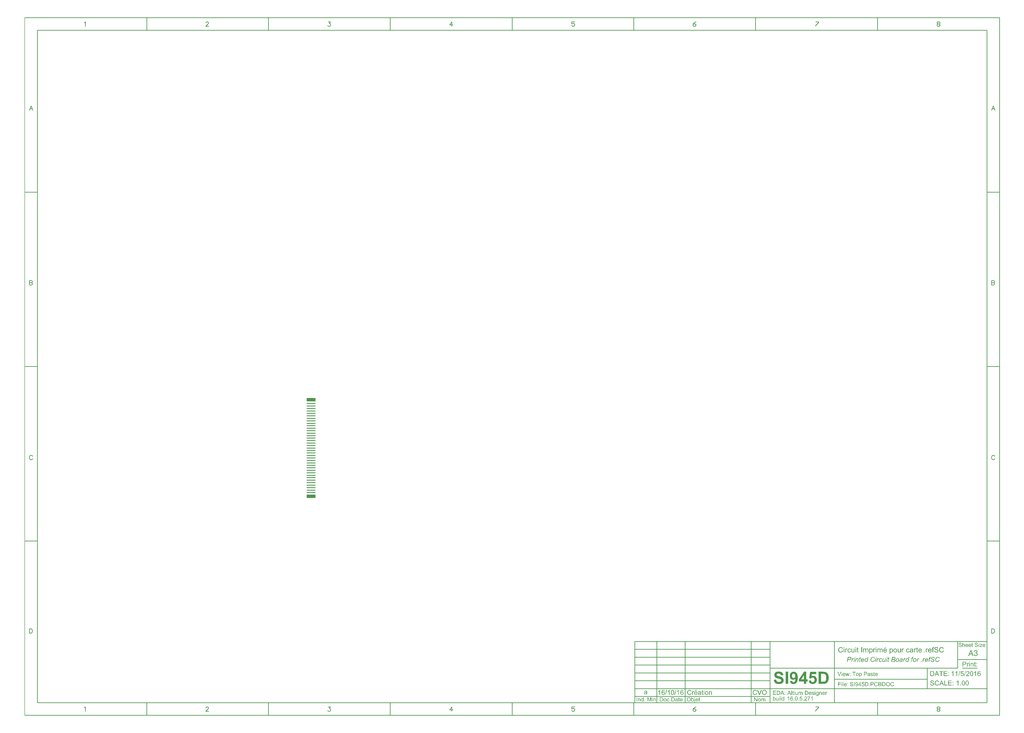
<source format=gtp>
G04 Layer_Color=8421504*
%FSLAX25Y25*%
%MOIN*%
G70*
G01*
G75*
%ADD16C,0.01000*%
%ADD21C,0.00500*%
%ADD82R,0.14100X0.05600*%
%ADD83R,0.14100X0.01569*%
G36*
X931837Y-218386D02*
X931046D01*
Y-217488D01*
X931837D01*
Y-218386D01*
D02*
G37*
G36*
X927562Y-217390D02*
X927630D01*
X927796Y-217410D01*
X927991Y-217439D01*
X928206Y-217478D01*
X928421Y-217536D01*
X928626Y-217615D01*
X928636D01*
X928645Y-217624D01*
X928675Y-217634D01*
X928714Y-217654D01*
X928811Y-217712D01*
X928938Y-217780D01*
X929075Y-217878D01*
X929211Y-217995D01*
X929348Y-218132D01*
X929465Y-218288D01*
X929475Y-218307D01*
X929514Y-218366D01*
X929563Y-218464D01*
X929611Y-218581D01*
X929670Y-218727D01*
X929729Y-218903D01*
X929768Y-219088D01*
X929787Y-219293D01*
X928977Y-219352D01*
Y-219342D01*
Y-219323D01*
X928967Y-219293D01*
X928958Y-219254D01*
X928938Y-219147D01*
X928899Y-219010D01*
X928841Y-218864D01*
X928762Y-218717D01*
X928655Y-218571D01*
X928528Y-218444D01*
X928509Y-218434D01*
X928460Y-218395D01*
X928372Y-218347D01*
X928255Y-218288D01*
X928099Y-218229D01*
X927903Y-218181D01*
X927679Y-218142D01*
X927415Y-218132D01*
X927289D01*
X927230Y-218142D01*
X927152D01*
X926986Y-218171D01*
X926801Y-218200D01*
X926615Y-218249D01*
X926439Y-218317D01*
X926361Y-218366D01*
X926293Y-218415D01*
X926283Y-218425D01*
X926244Y-218464D01*
X926186Y-218522D01*
X926127Y-218610D01*
X926059Y-218708D01*
X926010Y-218825D01*
X925971Y-218952D01*
X925951Y-219098D01*
Y-219118D01*
Y-219157D01*
X925961Y-219225D01*
X925981Y-219303D01*
X926010Y-219391D01*
X926059Y-219489D01*
X926117Y-219576D01*
X926196Y-219664D01*
X926205Y-219674D01*
X926254Y-219703D01*
X926283Y-219723D01*
X926322Y-219752D01*
X926381Y-219772D01*
X926449Y-219801D01*
X926527Y-219840D01*
X926615Y-219879D01*
X926713Y-219908D01*
X926830Y-219947D01*
X926966Y-219996D01*
X927113Y-220035D01*
X927279Y-220074D01*
X927464Y-220123D01*
X927474D01*
X927513Y-220133D01*
X927562Y-220142D01*
X927630Y-220162D01*
X927718Y-220181D01*
X927816Y-220211D01*
X928030Y-220259D01*
X928265Y-220328D01*
X928499Y-220396D01*
X928616Y-220425D01*
X928714Y-220464D01*
X928811Y-220503D01*
X928889Y-220533D01*
X928899D01*
X928918Y-220543D01*
X928938Y-220562D01*
X928977Y-220582D01*
X929075Y-220640D01*
X929202Y-220708D01*
X929338Y-220806D01*
X929475Y-220923D01*
X929602Y-221050D01*
X929709Y-221187D01*
X929719Y-221206D01*
X929748Y-221255D01*
X929797Y-221333D01*
X929846Y-221450D01*
X929895Y-221577D01*
X929943Y-221733D01*
X929973Y-221909D01*
X929982Y-222094D01*
Y-222104D01*
Y-222114D01*
Y-222143D01*
Y-222182D01*
X929963Y-222280D01*
X929943Y-222407D01*
X929914Y-222553D01*
X929856Y-222719D01*
X929787Y-222895D01*
X929690Y-223061D01*
X929680Y-223080D01*
X929631Y-223139D01*
X929572Y-223217D01*
X929475Y-223314D01*
X929358Y-223431D01*
X929211Y-223549D01*
X929036Y-223656D01*
X928841Y-223763D01*
X928831D01*
X928811Y-223773D01*
X928782Y-223783D01*
X928743Y-223802D01*
X928694Y-223822D01*
X928636Y-223841D01*
X928479Y-223881D01*
X928304Y-223929D01*
X928089Y-223968D01*
X927864Y-223998D01*
X927611Y-224007D01*
X927464D01*
X927396Y-223998D01*
X927308D01*
X927211Y-223988D01*
X927103Y-223978D01*
X926879Y-223949D01*
X926635Y-223900D01*
X926391Y-223841D01*
X926157Y-223763D01*
X926147D01*
X926127Y-223754D01*
X926098Y-223734D01*
X926059Y-223715D01*
X925951Y-223656D01*
X925825Y-223568D01*
X925668Y-223461D01*
X925522Y-223334D01*
X925366Y-223178D01*
X925229Y-223002D01*
Y-222992D01*
X925220Y-222983D01*
X925200Y-222953D01*
X925181Y-222914D01*
X925151Y-222865D01*
X925122Y-222807D01*
X925063Y-222660D01*
X925005Y-222495D01*
X924946Y-222290D01*
X924907Y-222075D01*
X924888Y-221841D01*
X925688Y-221772D01*
Y-221782D01*
Y-221792D01*
X925698Y-221850D01*
X925717Y-221938D01*
X925737Y-222055D01*
X925776Y-222182D01*
X925815Y-222319D01*
X925873Y-222446D01*
X925942Y-222573D01*
X925951Y-222582D01*
X925981Y-222621D01*
X926030Y-222680D01*
X926108Y-222748D01*
X926196Y-222826D01*
X926303Y-222914D01*
X926439Y-222992D01*
X926586Y-223070D01*
X926596D01*
X926605Y-223080D01*
X926664Y-223100D01*
X926752Y-223129D01*
X926879Y-223158D01*
X927015Y-223197D01*
X927191Y-223227D01*
X927376Y-223246D01*
X927572Y-223256D01*
X927650D01*
X927747Y-223246D01*
X927855Y-223236D01*
X927991Y-223227D01*
X928128Y-223197D01*
X928274Y-223168D01*
X928421Y-223119D01*
X928440Y-223109D01*
X928479Y-223090D01*
X928548Y-223061D01*
X928626Y-223012D01*
X928723Y-222953D01*
X928811Y-222885D01*
X928899Y-222807D01*
X928977Y-222719D01*
X928987Y-222709D01*
X929006Y-222670D01*
X929036Y-222621D01*
X929075Y-222553D01*
X929104Y-222475D01*
X929133Y-222377D01*
X929153Y-222280D01*
X929163Y-222172D01*
Y-222163D01*
Y-222124D01*
X929153Y-222065D01*
X929143Y-221997D01*
X929123Y-221909D01*
X929084Y-221821D01*
X929045Y-221733D01*
X928987Y-221645D01*
X928977Y-221636D01*
X928958Y-221606D01*
X928909Y-221567D01*
X928850Y-221509D01*
X928772Y-221450D01*
X928675Y-221392D01*
X928548Y-221323D01*
X928411Y-221265D01*
X928401Y-221255D01*
X928362Y-221245D01*
X928284Y-221226D01*
X928235Y-221206D01*
X928177Y-221187D01*
X928099Y-221167D01*
X928021Y-221148D01*
X927923Y-221118D01*
X927825Y-221089D01*
X927708Y-221060D01*
X927572Y-221031D01*
X927425Y-220991D01*
X927269Y-220953D01*
X927259D01*
X927230Y-220943D01*
X927181Y-220933D01*
X927123Y-220913D01*
X927054Y-220894D01*
X926976Y-220874D01*
X926791Y-220826D01*
X926586Y-220757D01*
X926381Y-220689D01*
X926196Y-220621D01*
X926108Y-220591D01*
X926039Y-220552D01*
X926030D01*
X926020Y-220543D01*
X925961Y-220503D01*
X925883Y-220455D01*
X925786Y-220386D01*
X925668Y-220299D01*
X925561Y-220201D01*
X925454Y-220084D01*
X925356Y-219957D01*
X925346Y-219937D01*
X925317Y-219889D01*
X925288Y-219820D01*
X925249Y-219723D01*
X925200Y-219606D01*
X925171Y-219469D01*
X925141Y-219313D01*
X925132Y-219157D01*
Y-219147D01*
Y-219137D01*
Y-219108D01*
Y-219069D01*
X925151Y-218981D01*
X925171Y-218864D01*
X925200Y-218717D01*
X925249Y-218571D01*
X925317Y-218405D01*
X925405Y-218249D01*
Y-218239D01*
X925415Y-218229D01*
X925454Y-218181D01*
X925522Y-218103D01*
X925610Y-218005D01*
X925717Y-217907D01*
X925854Y-217800D01*
X926020Y-217693D01*
X926205Y-217605D01*
X926215D01*
X926225Y-217595D01*
X926254Y-217585D01*
X926303Y-217566D01*
X926352Y-217556D01*
X926410Y-217536D01*
X926547Y-217488D01*
X926723Y-217449D01*
X926918Y-217419D01*
X927142Y-217390D01*
X927376Y-217380D01*
X927494D01*
X927562Y-217390D01*
D02*
G37*
G36*
X901678D02*
X901747D01*
X901913Y-217410D01*
X902108Y-217439D01*
X902322Y-217478D01*
X902537Y-217536D01*
X902742Y-217615D01*
X902752D01*
X902762Y-217624D01*
X902791Y-217634D01*
X902830Y-217654D01*
X902928Y-217712D01*
X903055Y-217780D01*
X903191Y-217878D01*
X903328Y-217995D01*
X903465Y-218132D01*
X903582Y-218288D01*
X903591Y-218307D01*
X903630Y-218366D01*
X903679Y-218464D01*
X903728Y-218581D01*
X903786Y-218727D01*
X903845Y-218903D01*
X903884Y-219088D01*
X903904Y-219293D01*
X903094Y-219352D01*
Y-219342D01*
Y-219323D01*
X903084Y-219293D01*
X903074Y-219254D01*
X903055Y-219147D01*
X903016Y-219010D01*
X902957Y-218864D01*
X902879Y-218717D01*
X902771Y-218571D01*
X902645Y-218444D01*
X902625Y-218434D01*
X902576Y-218395D01*
X902489Y-218347D01*
X902371Y-218288D01*
X902215Y-218229D01*
X902020Y-218181D01*
X901795Y-218142D01*
X901532Y-218132D01*
X901405D01*
X901346Y-218142D01*
X901268D01*
X901103Y-218171D01*
X900917Y-218200D01*
X900732Y-218249D01*
X900556Y-218317D01*
X900478Y-218366D01*
X900410Y-218415D01*
X900400Y-218425D01*
X900361Y-218464D01*
X900302Y-218522D01*
X900244Y-218610D01*
X900175Y-218708D01*
X900126Y-218825D01*
X900088Y-218952D01*
X900068Y-219098D01*
Y-219118D01*
Y-219157D01*
X900078Y-219225D01*
X900097Y-219303D01*
X900126Y-219391D01*
X900175Y-219489D01*
X900234Y-219576D01*
X900312Y-219664D01*
X900322Y-219674D01*
X900371Y-219703D01*
X900400Y-219723D01*
X900439Y-219752D01*
X900497Y-219772D01*
X900566Y-219801D01*
X900644Y-219840D01*
X900732Y-219879D01*
X900829Y-219908D01*
X900946Y-219947D01*
X901083Y-219996D01*
X901229Y-220035D01*
X901395Y-220074D01*
X901581Y-220123D01*
X901591D01*
X901630Y-220133D01*
X901678Y-220142D01*
X901747Y-220162D01*
X901834Y-220181D01*
X901932Y-220211D01*
X902147Y-220259D01*
X902381Y-220328D01*
X902615Y-220396D01*
X902732Y-220425D01*
X902830Y-220464D01*
X902928Y-220503D01*
X903006Y-220533D01*
X903016D01*
X903035Y-220543D01*
X903055Y-220562D01*
X903094Y-220582D01*
X903191Y-220640D01*
X903318Y-220708D01*
X903455Y-220806D01*
X903591Y-220923D01*
X903718Y-221050D01*
X903826Y-221187D01*
X903835Y-221206D01*
X903865Y-221255D01*
X903913Y-221333D01*
X903962Y-221450D01*
X904011Y-221577D01*
X904060Y-221733D01*
X904089Y-221909D01*
X904099Y-222094D01*
Y-222104D01*
Y-222114D01*
Y-222143D01*
Y-222182D01*
X904079Y-222280D01*
X904060Y-222407D01*
X904031Y-222553D01*
X903972Y-222719D01*
X903904Y-222895D01*
X903806Y-223061D01*
X903796Y-223080D01*
X903747Y-223139D01*
X903689Y-223217D01*
X903591Y-223314D01*
X903474Y-223431D01*
X903328Y-223549D01*
X903152Y-223656D01*
X902957Y-223763D01*
X902947D01*
X902928Y-223773D01*
X902898Y-223783D01*
X902859Y-223802D01*
X902810Y-223822D01*
X902752Y-223841D01*
X902596Y-223881D01*
X902420Y-223929D01*
X902205Y-223968D01*
X901981Y-223998D01*
X901727Y-224007D01*
X901581D01*
X901512Y-223998D01*
X901425D01*
X901327Y-223988D01*
X901220Y-223978D01*
X900995Y-223949D01*
X900751Y-223900D01*
X900507Y-223841D01*
X900273Y-223763D01*
X900263D01*
X900244Y-223754D01*
X900214Y-223734D01*
X900175Y-223715D01*
X900068Y-223656D01*
X899941Y-223568D01*
X899785Y-223461D01*
X899638Y-223334D01*
X899482Y-223178D01*
X899346Y-223002D01*
Y-222992D01*
X899336Y-222983D01*
X899317Y-222953D01*
X899297Y-222914D01*
X899268Y-222865D01*
X899238Y-222807D01*
X899180Y-222660D01*
X899121Y-222495D01*
X899063Y-222290D01*
X899024Y-222075D01*
X899004Y-221841D01*
X899804Y-221772D01*
Y-221782D01*
Y-221792D01*
X899814Y-221850D01*
X899834Y-221938D01*
X899853Y-222055D01*
X899892Y-222182D01*
X899931Y-222319D01*
X899990Y-222446D01*
X900058Y-222573D01*
X900068Y-222582D01*
X900097Y-222621D01*
X900146Y-222680D01*
X900224Y-222748D01*
X900312Y-222826D01*
X900419Y-222914D01*
X900556Y-222992D01*
X900702Y-223070D01*
X900712D01*
X900722Y-223080D01*
X900780Y-223100D01*
X900868Y-223129D01*
X900995Y-223158D01*
X901132Y-223197D01*
X901307Y-223227D01*
X901493Y-223246D01*
X901688Y-223256D01*
X901766D01*
X901864Y-223246D01*
X901971Y-223236D01*
X902108Y-223227D01*
X902244Y-223197D01*
X902391Y-223168D01*
X902537Y-223119D01*
X902557Y-223109D01*
X902596Y-223090D01*
X902664Y-223061D01*
X902742Y-223012D01*
X902840Y-222953D01*
X902928Y-222885D01*
X903016Y-222807D01*
X903094Y-222719D01*
X903103Y-222709D01*
X903123Y-222670D01*
X903152Y-222621D01*
X903191Y-222553D01*
X903220Y-222475D01*
X903250Y-222377D01*
X903269Y-222280D01*
X903279Y-222172D01*
Y-222163D01*
Y-222124D01*
X903269Y-222065D01*
X903259Y-221997D01*
X903240Y-221909D01*
X903201Y-221821D01*
X903162Y-221733D01*
X903103Y-221645D01*
X903094Y-221636D01*
X903074Y-221606D01*
X903025Y-221567D01*
X902967Y-221509D01*
X902889Y-221450D01*
X902791Y-221392D01*
X902664Y-221323D01*
X902528Y-221265D01*
X902518Y-221255D01*
X902479Y-221245D01*
X902401Y-221226D01*
X902352Y-221206D01*
X902293Y-221187D01*
X902215Y-221167D01*
X902137Y-221148D01*
X902040Y-221118D01*
X901942Y-221089D01*
X901825Y-221060D01*
X901688Y-221031D01*
X901542Y-220991D01*
X901386Y-220953D01*
X901376D01*
X901346Y-220943D01*
X901298Y-220933D01*
X901239Y-220913D01*
X901171Y-220894D01*
X901093Y-220874D01*
X900907Y-220826D01*
X900702Y-220757D01*
X900497Y-220689D01*
X900312Y-220621D01*
X900224Y-220591D01*
X900156Y-220552D01*
X900146D01*
X900136Y-220543D01*
X900078Y-220503D01*
X900000Y-220455D01*
X899902Y-220386D01*
X899785Y-220299D01*
X899678Y-220201D01*
X899570Y-220084D01*
X899473Y-219957D01*
X899463Y-219937D01*
X899434Y-219889D01*
X899404Y-219820D01*
X899365Y-219723D01*
X899317Y-219606D01*
X899287Y-219469D01*
X899258Y-219313D01*
X899248Y-219157D01*
Y-219147D01*
Y-219137D01*
Y-219108D01*
Y-219069D01*
X899268Y-218981D01*
X899287Y-218864D01*
X899317Y-218717D01*
X899365Y-218571D01*
X899434Y-218405D01*
X899521Y-218249D01*
Y-218239D01*
X899531Y-218229D01*
X899570Y-218181D01*
X899638Y-218103D01*
X899726Y-218005D01*
X899834Y-217907D01*
X899970Y-217800D01*
X900136Y-217693D01*
X900322Y-217605D01*
X900331D01*
X900341Y-217595D01*
X900371Y-217585D01*
X900419Y-217566D01*
X900468Y-217556D01*
X900527Y-217536D01*
X900663Y-217488D01*
X900839Y-217449D01*
X901034Y-217419D01*
X901259Y-217390D01*
X901493Y-217380D01*
X901610D01*
X901678Y-217390D01*
D02*
G37*
G36*
X936580Y-219772D02*
X934062Y-222729D01*
X933574Y-223275D01*
X933623D01*
X933662Y-223266D01*
X933769Y-223256D01*
X933896Y-223246D01*
X934052D01*
X934218Y-223236D01*
X934570Y-223227D01*
X936717D01*
Y-223900D01*
X932608D01*
Y-223266D01*
X935565Y-219859D01*
X935477D01*
X935389Y-219869D01*
X935262D01*
X935126Y-219879D01*
X934980D01*
X934823Y-219889D01*
X932784D01*
Y-219254D01*
X936580D01*
Y-219772D01*
D02*
G37*
G36*
X931837Y-223900D02*
X931046D01*
Y-219254D01*
X931837D01*
Y-223900D01*
D02*
G37*
G36*
X905943Y-219781D02*
X905953Y-219772D01*
X905973Y-219752D01*
X906002Y-219723D01*
X906041Y-219684D01*
X906100Y-219635D01*
X906158Y-219576D01*
X906236Y-219528D01*
X906324Y-219459D01*
X906422Y-219401D01*
X906519Y-219352D01*
X906763Y-219245D01*
X906890Y-219205D01*
X907027Y-219176D01*
X907173Y-219157D01*
X907329Y-219147D01*
X907417D01*
X907515Y-219157D01*
X907632Y-219176D01*
X907769Y-219196D01*
X907915Y-219235D01*
X908071Y-219284D01*
X908218Y-219352D01*
X908237Y-219362D01*
X908276Y-219391D01*
X908344Y-219440D01*
X908432Y-219498D01*
X908520Y-219576D01*
X908608Y-219674D01*
X908696Y-219791D01*
X908764Y-219918D01*
X908774Y-219937D01*
X908793Y-219986D01*
X908813Y-220064D01*
X908852Y-220181D01*
X908881Y-220328D01*
X908901Y-220513D01*
X908920Y-220718D01*
X908930Y-220962D01*
Y-223900D01*
X908140D01*
Y-220953D01*
Y-220943D01*
Y-220923D01*
Y-220894D01*
Y-220855D01*
X908130Y-220757D01*
X908110Y-220621D01*
X908071Y-220484D01*
X908032Y-220347D01*
X907964Y-220211D01*
X907876Y-220094D01*
X907866Y-220084D01*
X907827Y-220055D01*
X907769Y-220006D01*
X907691Y-219957D01*
X907593Y-219908D01*
X907466Y-219859D01*
X907329Y-219830D01*
X907164Y-219820D01*
X907105D01*
X907037Y-219830D01*
X906949Y-219840D01*
X906851Y-219869D01*
X906734Y-219898D01*
X906617Y-219947D01*
X906500Y-220006D01*
X906490Y-220016D01*
X906451Y-220035D01*
X906402Y-220084D01*
X906334Y-220133D01*
X906266Y-220211D01*
X906188Y-220289D01*
X906129Y-220396D01*
X906070Y-220503D01*
X906061Y-220513D01*
X906051Y-220562D01*
X906031Y-220630D01*
X906012Y-220728D01*
X905982Y-220855D01*
X905963Y-221001D01*
X905953Y-221167D01*
X905943Y-221362D01*
Y-223900D01*
X905153D01*
Y-217488D01*
X905943D01*
Y-219781D01*
D02*
G37*
G36*
X921013Y-219254D02*
X921803D01*
Y-219869D01*
X921013D01*
Y-222592D01*
Y-222602D01*
Y-222641D01*
Y-222699D01*
X921023Y-222768D01*
X921033Y-222914D01*
X921042Y-222973D01*
X921052Y-223022D01*
X921062Y-223041D01*
X921081Y-223080D01*
X921120Y-223129D01*
X921179Y-223178D01*
X921198Y-223187D01*
X921247Y-223197D01*
X921335Y-223217D01*
X921452Y-223227D01*
X921550D01*
X921599Y-223217D01*
X921657D01*
X921803Y-223197D01*
X921911Y-223890D01*
X921891D01*
X921852Y-223900D01*
X921794Y-223910D01*
X921706Y-223920D01*
X921618Y-223939D01*
X921520Y-223949D01*
X921315Y-223959D01*
X921247D01*
X921169Y-223949D01*
X921072Y-223939D01*
X920964Y-223929D01*
X920847Y-223900D01*
X920740Y-223871D01*
X920642Y-223832D01*
X920632Y-223822D01*
X920603Y-223802D01*
X920564Y-223773D01*
X920515Y-223734D01*
X920457Y-223685D01*
X920408Y-223627D01*
X920349Y-223558D01*
X920310Y-223480D01*
Y-223471D01*
X920300Y-223431D01*
X920281Y-223373D01*
X920271Y-223275D01*
X920252Y-223148D01*
X920242Y-223080D01*
X920232Y-222992D01*
Y-222895D01*
X920222Y-222787D01*
Y-222670D01*
Y-222543D01*
Y-219869D01*
X919637D01*
Y-219254D01*
X920222D01*
Y-218112D01*
X921013Y-217634D01*
Y-219254D01*
D02*
G37*
G36*
X939567Y-219157D02*
X939645Y-219166D01*
X939742Y-219176D01*
X939840Y-219196D01*
X939957Y-219225D01*
X940191Y-219303D01*
X940318Y-219352D01*
X940445Y-219420D01*
X940572Y-219489D01*
X940699Y-219576D01*
X940816Y-219674D01*
X940933Y-219791D01*
X940943Y-219801D01*
X940962Y-219820D01*
X940992Y-219859D01*
X941031Y-219908D01*
X941070Y-219976D01*
X941119Y-220055D01*
X941177Y-220142D01*
X941236Y-220250D01*
X941284Y-220377D01*
X941343Y-220503D01*
X941392Y-220650D01*
X941441Y-220816D01*
X941470Y-220982D01*
X941499Y-221167D01*
X941519Y-221362D01*
X941528Y-221577D01*
Y-221587D01*
Y-221626D01*
Y-221694D01*
X941519Y-221782D01*
X938064D01*
Y-221792D01*
Y-221811D01*
X938073Y-221860D01*
Y-221909D01*
X938083Y-221977D01*
X938093Y-222046D01*
X938132Y-222221D01*
X938190Y-222407D01*
X938259Y-222602D01*
X938366Y-222797D01*
X938493Y-222963D01*
X938513Y-222983D01*
X938561Y-223022D01*
X938649Y-223090D01*
X938757Y-223158D01*
X938903Y-223236D01*
X939069Y-223305D01*
X939254Y-223344D01*
X939459Y-223363D01*
X939537D01*
X939616Y-223353D01*
X939713Y-223334D01*
X939830Y-223305D01*
X939957Y-223266D01*
X940084Y-223217D01*
X940201Y-223139D01*
X940211Y-223129D01*
X940250Y-223090D01*
X940308Y-223041D01*
X940377Y-222953D01*
X940455Y-222856D01*
X940533Y-222729D01*
X940611Y-222573D01*
X940689Y-222397D01*
X941499Y-222504D01*
Y-222514D01*
X941489Y-222534D01*
X941480Y-222573D01*
X941460Y-222621D01*
X941441Y-222680D01*
X941411Y-222748D01*
X941333Y-222914D01*
X941236Y-223090D01*
X941119Y-223275D01*
X940962Y-223461D01*
X940787Y-223617D01*
X940777D01*
X940767Y-223637D01*
X940738Y-223656D01*
X940689Y-223675D01*
X940640Y-223705D01*
X940582Y-223744D01*
X940513Y-223773D01*
X940426Y-223812D01*
X940240Y-223881D01*
X940006Y-223949D01*
X939752Y-223988D01*
X939459Y-224007D01*
X939362D01*
X939293Y-223998D01*
X939206Y-223988D01*
X939108Y-223978D01*
X939001Y-223959D01*
X938874Y-223929D01*
X938620Y-223851D01*
X938483Y-223802D01*
X938356Y-223744D01*
X938220Y-223675D01*
X938093Y-223588D01*
X937966Y-223490D01*
X937849Y-223383D01*
X937839Y-223373D01*
X937820Y-223353D01*
X937790Y-223314D01*
X937761Y-223266D01*
X937712Y-223207D01*
X937663Y-223129D01*
X937605Y-223031D01*
X937556Y-222924D01*
X937498Y-222807D01*
X937439Y-222680D01*
X937390Y-222534D01*
X937351Y-222377D01*
X937312Y-222212D01*
X937283Y-222026D01*
X937263Y-221831D01*
X937254Y-221626D01*
Y-221616D01*
Y-221577D01*
Y-221509D01*
X937263Y-221431D01*
X937273Y-221333D01*
X937283Y-221216D01*
X937302Y-221089D01*
X937332Y-220953D01*
X937400Y-220660D01*
X937449Y-220513D01*
X937507Y-220357D01*
X937576Y-220211D01*
X937654Y-220064D01*
X937742Y-219928D01*
X937849Y-219801D01*
X937859Y-219791D01*
X937878Y-219772D01*
X937908Y-219742D01*
X937956Y-219693D01*
X938015Y-219645D01*
X938093Y-219596D01*
X938171Y-219537D01*
X938269Y-219469D01*
X938376Y-219410D01*
X938493Y-219352D01*
X938620Y-219303D01*
X938766Y-219245D01*
X938913Y-219205D01*
X939069Y-219176D01*
X939235Y-219157D01*
X939410Y-219147D01*
X939498D01*
X939567Y-219157D01*
D02*
G37*
G36*
X917167D02*
X917246Y-219166D01*
X917343Y-219176D01*
X917441Y-219196D01*
X917558Y-219225D01*
X917792Y-219303D01*
X917919Y-219352D01*
X918046Y-219420D01*
X918173Y-219489D01*
X918300Y-219576D01*
X918417Y-219674D01*
X918534Y-219791D01*
X918544Y-219801D01*
X918563Y-219820D01*
X918592Y-219859D01*
X918631Y-219908D01*
X918670Y-219976D01*
X918719Y-220055D01*
X918778Y-220142D01*
X918836Y-220250D01*
X918885Y-220377D01*
X918944Y-220503D01*
X918993Y-220650D01*
X919041Y-220816D01*
X919071Y-220982D01*
X919100Y-221167D01*
X919119Y-221362D01*
X919129Y-221577D01*
Y-221587D01*
Y-221626D01*
Y-221694D01*
X919119Y-221782D01*
X915664D01*
Y-221792D01*
Y-221811D01*
X915674Y-221860D01*
Y-221909D01*
X915684Y-221977D01*
X915694Y-222046D01*
X915733Y-222221D01*
X915791Y-222407D01*
X915860Y-222602D01*
X915967Y-222797D01*
X916094Y-222963D01*
X916113Y-222983D01*
X916162Y-223022D01*
X916250Y-223090D01*
X916357Y-223158D01*
X916504Y-223236D01*
X916670Y-223305D01*
X916855Y-223344D01*
X917060Y-223363D01*
X917138D01*
X917216Y-223353D01*
X917314Y-223334D01*
X917431Y-223305D01*
X917558Y-223266D01*
X917685Y-223217D01*
X917802Y-223139D01*
X917812Y-223129D01*
X917851Y-223090D01*
X917909Y-223041D01*
X917978Y-222953D01*
X918056Y-222856D01*
X918134Y-222729D01*
X918212Y-222573D01*
X918290Y-222397D01*
X919100Y-222504D01*
Y-222514D01*
X919090Y-222534D01*
X919081Y-222573D01*
X919061Y-222621D01*
X919041Y-222680D01*
X919012Y-222748D01*
X918934Y-222914D01*
X918836Y-223090D01*
X918719Y-223275D01*
X918563Y-223461D01*
X918388Y-223617D01*
X918378D01*
X918368Y-223637D01*
X918339Y-223656D01*
X918290Y-223675D01*
X918241Y-223705D01*
X918182Y-223744D01*
X918114Y-223773D01*
X918026Y-223812D01*
X917841Y-223881D01*
X917607Y-223949D01*
X917353Y-223988D01*
X917060Y-224007D01*
X916963D01*
X916894Y-223998D01*
X916806Y-223988D01*
X916709Y-223978D01*
X916601Y-223959D01*
X916475Y-223929D01*
X916221Y-223851D01*
X916084Y-223802D01*
X915957Y-223744D01*
X915821Y-223675D01*
X915694Y-223588D01*
X915567Y-223490D01*
X915450Y-223383D01*
X915440Y-223373D01*
X915420Y-223353D01*
X915391Y-223314D01*
X915362Y-223266D01*
X915313Y-223207D01*
X915264Y-223129D01*
X915206Y-223031D01*
X915157Y-222924D01*
X915098Y-222807D01*
X915040Y-222680D01*
X914991Y-222534D01*
X914952Y-222377D01*
X914913Y-222212D01*
X914884Y-222026D01*
X914864Y-221831D01*
X914854Y-221626D01*
Y-221616D01*
Y-221577D01*
Y-221509D01*
X914864Y-221431D01*
X914874Y-221333D01*
X914884Y-221216D01*
X914903Y-221089D01*
X914933Y-220953D01*
X915001Y-220660D01*
X915050Y-220513D01*
X915108Y-220357D01*
X915176Y-220211D01*
X915254Y-220064D01*
X915342Y-219928D01*
X915450Y-219801D01*
X915460Y-219791D01*
X915479Y-219772D01*
X915508Y-219742D01*
X915557Y-219693D01*
X915616Y-219645D01*
X915694Y-219596D01*
X915772Y-219537D01*
X915869Y-219469D01*
X915977Y-219410D01*
X916094Y-219352D01*
X916221Y-219303D01*
X916367Y-219245D01*
X916514Y-219205D01*
X916670Y-219176D01*
X916836Y-219157D01*
X917011Y-219147D01*
X917099D01*
X917167Y-219157D01*
D02*
G37*
G36*
X912190D02*
X912268Y-219166D01*
X912366Y-219176D01*
X912463Y-219196D01*
X912580Y-219225D01*
X912815Y-219303D01*
X912941Y-219352D01*
X913068Y-219420D01*
X913195Y-219489D01*
X913322Y-219576D01*
X913439Y-219674D01*
X913556Y-219791D01*
X913566Y-219801D01*
X913586Y-219820D01*
X913615Y-219859D01*
X913654Y-219908D01*
X913693Y-219976D01*
X913742Y-220055D01*
X913800Y-220142D01*
X913859Y-220250D01*
X913908Y-220377D01*
X913966Y-220503D01*
X914015Y-220650D01*
X914064Y-220816D01*
X914093Y-220982D01*
X914122Y-221167D01*
X914142Y-221362D01*
X914152Y-221577D01*
Y-221587D01*
Y-221626D01*
Y-221694D01*
X914142Y-221782D01*
X910687D01*
Y-221792D01*
Y-221811D01*
X910697Y-221860D01*
Y-221909D01*
X910706Y-221977D01*
X910716Y-222046D01*
X910755Y-222221D01*
X910814Y-222407D01*
X910882Y-222602D01*
X910989Y-222797D01*
X911116Y-222963D01*
X911136Y-222983D01*
X911185Y-223022D01*
X911273Y-223090D01*
X911380Y-223158D01*
X911526Y-223236D01*
X911692Y-223305D01*
X911878Y-223344D01*
X912082Y-223363D01*
X912161D01*
X912239Y-223353D01*
X912336Y-223334D01*
X912453Y-223305D01*
X912580Y-223266D01*
X912707Y-223217D01*
X912824Y-223139D01*
X912834Y-223129D01*
X912873Y-223090D01*
X912932Y-223041D01*
X913000Y-222953D01*
X913078Y-222856D01*
X913156Y-222729D01*
X913234Y-222573D01*
X913312Y-222397D01*
X914122Y-222504D01*
Y-222514D01*
X914113Y-222534D01*
X914103Y-222573D01*
X914083Y-222621D01*
X914064Y-222680D01*
X914034Y-222748D01*
X913957Y-222914D01*
X913859Y-223090D01*
X913742Y-223275D01*
X913586Y-223461D01*
X913410Y-223617D01*
X913400D01*
X913390Y-223637D01*
X913361Y-223656D01*
X913312Y-223675D01*
X913264Y-223705D01*
X913205Y-223744D01*
X913137Y-223773D01*
X913049Y-223812D01*
X912863Y-223881D01*
X912629Y-223949D01*
X912375Y-223988D01*
X912082Y-224007D01*
X911985D01*
X911917Y-223998D01*
X911829Y-223988D01*
X911731Y-223978D01*
X911624Y-223959D01*
X911497Y-223929D01*
X911243Y-223851D01*
X911106Y-223802D01*
X910980Y-223744D01*
X910843Y-223675D01*
X910716Y-223588D01*
X910589Y-223490D01*
X910472Y-223383D01*
X910462Y-223373D01*
X910443Y-223353D01*
X910414Y-223314D01*
X910384Y-223266D01*
X910336Y-223207D01*
X910287Y-223129D01*
X910228Y-223031D01*
X910179Y-222924D01*
X910121Y-222807D01*
X910062Y-222680D01*
X910013Y-222534D01*
X909974Y-222377D01*
X909935Y-222212D01*
X909906Y-222026D01*
X909886Y-221831D01*
X909877Y-221626D01*
Y-221616D01*
Y-221577D01*
Y-221509D01*
X909886Y-221431D01*
X909896Y-221333D01*
X909906Y-221216D01*
X909926Y-221089D01*
X909955Y-220953D01*
X910023Y-220660D01*
X910072Y-220513D01*
X910131Y-220357D01*
X910199Y-220211D01*
X910277Y-220064D01*
X910365Y-219928D01*
X910472Y-219801D01*
X910482Y-219791D01*
X910501Y-219772D01*
X910531Y-219742D01*
X910579Y-219693D01*
X910638Y-219645D01*
X910716Y-219596D01*
X910794Y-219537D01*
X910892Y-219469D01*
X910999Y-219410D01*
X911116Y-219352D01*
X911243Y-219303D01*
X911390Y-219245D01*
X911536Y-219205D01*
X911692Y-219176D01*
X911858Y-219157D01*
X912034Y-219147D01*
X912122D01*
X912190Y-219157D01*
D02*
G37*
G36*
X859486Y-224186D02*
X859626Y-224199D01*
X859791Y-224224D01*
X859968Y-224249D01*
X860159Y-224287D01*
X860006Y-225176D01*
X859993D01*
X859956Y-225163D01*
X859892Y-225150D01*
X859816Y-225137D01*
X859714D01*
X859613Y-225125D01*
X859397Y-225112D01*
X859321D01*
X859245Y-225125D01*
X859143Y-225137D01*
X859042Y-225163D01*
X858928Y-225201D01*
X858826Y-225252D01*
X858737Y-225315D01*
X858724Y-225328D01*
X858712Y-225353D01*
X858674Y-225404D01*
X858648Y-225480D01*
X858610Y-225582D01*
X858572Y-225721D01*
X858560Y-225873D01*
X858547Y-226064D01*
Y-226610D01*
X859727D01*
Y-227409D01*
X858560D01*
Y-232650D01*
X857532D01*
Y-227409D01*
X856631D01*
Y-226610D01*
X857532D01*
Y-225975D01*
Y-225962D01*
Y-225950D01*
Y-225873D01*
X857544Y-225772D01*
Y-225632D01*
X857557Y-225493D01*
X857582Y-225341D01*
X857608Y-225201D01*
X857646Y-225074D01*
X857659Y-225061D01*
X857671Y-225011D01*
X857709Y-224935D01*
X857760Y-224846D01*
X857836Y-224731D01*
X857925Y-224630D01*
X858027Y-224528D01*
X858154Y-224427D01*
X858166Y-224414D01*
X858230Y-224389D01*
X858306Y-224351D01*
X858433Y-224300D01*
X858572Y-224249D01*
X858763Y-224211D01*
X858966Y-224186D01*
X859207Y-224173D01*
X859372D01*
X859486Y-224186D01*
D02*
G37*
G36*
X768463Y-225480D02*
X767435D01*
Y-224313D01*
X768463D01*
Y-225480D01*
D02*
G37*
G36*
X736129D02*
X735101D01*
Y-224313D01*
X736129D01*
Y-225480D01*
D02*
G37*
G36*
X717373D02*
X716345D01*
Y-224313D01*
X717373D01*
Y-225480D01*
D02*
G37*
G36*
X782194Y-225861D02*
X781343D01*
X782105Y-224275D01*
X783450D01*
X782194Y-225861D01*
D02*
G37*
G36*
X863775Y-224186D02*
X863864D01*
X864080Y-224211D01*
X864334Y-224249D01*
X864613Y-224300D01*
X864892Y-224376D01*
X865158Y-224478D01*
X865171D01*
X865184Y-224490D01*
X865222Y-224503D01*
X865273Y-224528D01*
X865399Y-224605D01*
X865564Y-224693D01*
X865742Y-224820D01*
X865920Y-224973D01*
X866097Y-225150D01*
X866250Y-225353D01*
X866262Y-225379D01*
X866313Y-225455D01*
X866377Y-225582D01*
X866440Y-225734D01*
X866516Y-225924D01*
X866592Y-226153D01*
X866643Y-226394D01*
X866669Y-226660D01*
X865615Y-226736D01*
Y-226724D01*
Y-226698D01*
X865602Y-226660D01*
X865590Y-226610D01*
X865564Y-226470D01*
X865514Y-226292D01*
X865438Y-226102D01*
X865336Y-225912D01*
X865196Y-225721D01*
X865032Y-225556D01*
X865006Y-225544D01*
X864943Y-225493D01*
X864828Y-225429D01*
X864676Y-225353D01*
X864473Y-225277D01*
X864219Y-225214D01*
X863927Y-225163D01*
X863585Y-225150D01*
X863420D01*
X863344Y-225163D01*
X863242D01*
X863026Y-225201D01*
X862785Y-225239D01*
X862544Y-225303D01*
X862316Y-225391D01*
X862214Y-225455D01*
X862125Y-225518D01*
X862113Y-225531D01*
X862062Y-225582D01*
X861986Y-225658D01*
X861910Y-225772D01*
X861821Y-225899D01*
X861757Y-226051D01*
X861707Y-226216D01*
X861681Y-226407D01*
Y-226432D01*
Y-226483D01*
X861694Y-226571D01*
X861719Y-226673D01*
X861757Y-226787D01*
X861821Y-226914D01*
X861897Y-227028D01*
X861999Y-227143D01*
X862011Y-227155D01*
X862075Y-227193D01*
X862113Y-227219D01*
X862164Y-227257D01*
X862240Y-227282D01*
X862329Y-227320D01*
X862430Y-227371D01*
X862544Y-227422D01*
X862671Y-227460D01*
X862823Y-227511D01*
X863001Y-227574D01*
X863191Y-227625D01*
X863407Y-227676D01*
X863648Y-227739D01*
X863661D01*
X863712Y-227752D01*
X863775Y-227764D01*
X863864Y-227790D01*
X863978Y-227815D01*
X864105Y-227853D01*
X864384Y-227917D01*
X864689Y-228006D01*
X864993Y-228094D01*
X865146Y-228132D01*
X865273Y-228183D01*
X865399Y-228234D01*
X865501Y-228272D01*
X865514D01*
X865539Y-228285D01*
X865564Y-228310D01*
X865615Y-228335D01*
X865742Y-228412D01*
X865907Y-228500D01*
X866085Y-228627D01*
X866262Y-228780D01*
X866427Y-228944D01*
X866567Y-229122D01*
X866580Y-229148D01*
X866618Y-229211D01*
X866681Y-229312D01*
X866745Y-229465D01*
X866808Y-229630D01*
X866871Y-229833D01*
X866910Y-230061D01*
X866922Y-230302D01*
Y-230315D01*
Y-230328D01*
Y-230366D01*
Y-230417D01*
X866897Y-230543D01*
X866871Y-230708D01*
X866833Y-230899D01*
X866757Y-231115D01*
X866669Y-231343D01*
X866542Y-231559D01*
X866529Y-231584D01*
X866465Y-231660D01*
X866389Y-231762D01*
X866262Y-231889D01*
X866110Y-232041D01*
X865920Y-232193D01*
X865691Y-232333D01*
X865438Y-232472D01*
X865425D01*
X865399Y-232485D01*
X865361Y-232498D01*
X865311Y-232523D01*
X865247Y-232548D01*
X865171Y-232574D01*
X864968Y-232625D01*
X864740Y-232688D01*
X864460Y-232739D01*
X864168Y-232777D01*
X863839Y-232790D01*
X863648D01*
X863559Y-232777D01*
X863445D01*
X863318Y-232764D01*
X863179Y-232751D01*
X862887Y-232714D01*
X862570Y-232650D01*
X862252Y-232574D01*
X861948Y-232472D01*
X861935D01*
X861910Y-232460D01*
X861872Y-232434D01*
X861821Y-232409D01*
X861681Y-232333D01*
X861516Y-232219D01*
X861313Y-232079D01*
X861123Y-231914D01*
X860920Y-231711D01*
X860742Y-231483D01*
Y-231470D01*
X860730Y-231457D01*
X860704Y-231419D01*
X860679Y-231368D01*
X860641Y-231305D01*
X860603Y-231229D01*
X860526Y-231038D01*
X860450Y-230823D01*
X860374Y-230556D01*
X860324Y-230277D01*
X860298Y-229972D01*
X861339Y-229884D01*
Y-229896D01*
Y-229909D01*
X861351Y-229985D01*
X861377Y-230099D01*
X861402Y-230252D01*
X861453Y-230417D01*
X861504Y-230594D01*
X861580Y-230759D01*
X861669Y-230924D01*
X861681Y-230937D01*
X861719Y-230988D01*
X861783Y-231064D01*
X861884Y-231153D01*
X861999Y-231254D01*
X862138Y-231368D01*
X862316Y-231470D01*
X862506Y-231571D01*
X862519D01*
X862531Y-231584D01*
X862608Y-231609D01*
X862722Y-231647D01*
X862887Y-231686D01*
X863064Y-231736D01*
X863293Y-231774D01*
X863534Y-231800D01*
X863788Y-231813D01*
X863889D01*
X864016Y-231800D01*
X864156Y-231787D01*
X864334Y-231774D01*
X864511Y-231736D01*
X864701Y-231698D01*
X864892Y-231635D01*
X864917Y-231622D01*
X864968Y-231597D01*
X865057Y-231559D01*
X865158Y-231495D01*
X865285Y-231419D01*
X865399Y-231330D01*
X865514Y-231229D01*
X865615Y-231115D01*
X865628Y-231102D01*
X865653Y-231051D01*
X865691Y-230988D01*
X865742Y-230899D01*
X865780Y-230797D01*
X865818Y-230670D01*
X865844Y-230543D01*
X865856Y-230404D01*
Y-230391D01*
Y-230340D01*
X865844Y-230264D01*
X865831Y-230175D01*
X865806Y-230061D01*
X865755Y-229947D01*
X865704Y-229833D01*
X865628Y-229719D01*
X865615Y-229706D01*
X865590Y-229668D01*
X865526Y-229617D01*
X865450Y-229541D01*
X865349Y-229465D01*
X865222Y-229389D01*
X865057Y-229300D01*
X864879Y-229224D01*
X864867Y-229211D01*
X864816Y-229198D01*
X864714Y-229173D01*
X864651Y-229148D01*
X864575Y-229122D01*
X864473Y-229097D01*
X864372Y-229071D01*
X864245Y-229033D01*
X864118Y-228995D01*
X863966Y-228957D01*
X863788Y-228919D01*
X863597Y-228868D01*
X863394Y-228818D01*
X863382D01*
X863344Y-228805D01*
X863280Y-228792D01*
X863204Y-228767D01*
X863115Y-228742D01*
X863014Y-228716D01*
X862773Y-228653D01*
X862506Y-228564D01*
X862240Y-228475D01*
X861999Y-228386D01*
X861884Y-228348D01*
X861796Y-228297D01*
X861783D01*
X861770Y-228285D01*
X861694Y-228234D01*
X861592Y-228170D01*
X861466Y-228082D01*
X861313Y-227967D01*
X861174Y-227840D01*
X861034Y-227688D01*
X860907Y-227523D01*
X860894Y-227498D01*
X860857Y-227434D01*
X860818Y-227346D01*
X860768Y-227219D01*
X860704Y-227066D01*
X860666Y-226889D01*
X860628Y-226686D01*
X860615Y-226483D01*
Y-226470D01*
Y-226457D01*
Y-226419D01*
Y-226368D01*
X860641Y-226254D01*
X860666Y-226102D01*
X860704Y-225912D01*
X860768Y-225721D01*
X860857Y-225505D01*
X860971Y-225303D01*
Y-225290D01*
X860983Y-225277D01*
X861034Y-225214D01*
X861123Y-225112D01*
X861237Y-224985D01*
X861377Y-224858D01*
X861554Y-224719D01*
X861770Y-224579D01*
X862011Y-224465D01*
X862024D01*
X862037Y-224452D01*
X862075Y-224440D01*
X862138Y-224414D01*
X862202Y-224401D01*
X862278Y-224376D01*
X862455Y-224313D01*
X862684Y-224262D01*
X862938Y-224224D01*
X863229Y-224186D01*
X863534Y-224173D01*
X863686D01*
X863775Y-224186D01*
D02*
G37*
G36*
X872252D02*
X872354Y-224199D01*
X872480Y-224211D01*
X872620Y-224224D01*
X872772Y-224249D01*
X873102Y-224325D01*
X873458Y-224440D01*
X873635Y-224516D01*
X873813Y-224605D01*
X873978Y-224706D01*
X874143Y-224820D01*
X874156Y-224833D01*
X874181Y-224846D01*
X874219Y-224884D01*
X874282Y-224935D01*
X874346Y-224998D01*
X874435Y-225087D01*
X874524Y-225176D01*
X874612Y-225277D01*
X874714Y-225404D01*
X874803Y-225531D01*
X874904Y-225683D01*
X875006Y-225848D01*
X875095Y-226013D01*
X875183Y-226203D01*
X875336Y-226610D01*
X874244Y-226863D01*
Y-226851D01*
X874232Y-226825D01*
X874219Y-226775D01*
X874194Y-226711D01*
X874156Y-226635D01*
X874117Y-226546D01*
X874029Y-226356D01*
X873915Y-226140D01*
X873762Y-225912D01*
X873597Y-225709D01*
X873394Y-225531D01*
X873369Y-225518D01*
X873293Y-225467D01*
X873178Y-225404D01*
X873013Y-225315D01*
X872823Y-225239D01*
X872582Y-225176D01*
X872316Y-225125D01*
X872011Y-225112D01*
X871922D01*
X871859Y-225125D01*
X871770D01*
X871681Y-225137D01*
X871453Y-225176D01*
X871199Y-225226D01*
X870932Y-225315D01*
X870666Y-225429D01*
X870412Y-225582D01*
X870399D01*
X870387Y-225607D01*
X870310Y-225671D01*
X870196Y-225772D01*
X870057Y-225912D01*
X869917Y-226089D01*
X869765Y-226292D01*
X869625Y-226546D01*
X869511Y-226825D01*
Y-226838D01*
X869498Y-226863D01*
X869486Y-226901D01*
X869473Y-226965D01*
X869448Y-227028D01*
X869435Y-227117D01*
X869384Y-227320D01*
X869333Y-227561D01*
X869295Y-227828D01*
X869270Y-228120D01*
X869257Y-228424D01*
Y-228437D01*
Y-228475D01*
Y-228526D01*
Y-228602D01*
X869270Y-228691D01*
Y-228805D01*
X869283Y-228919D01*
X869295Y-229046D01*
X869333Y-229338D01*
X869384Y-229655D01*
X869460Y-229972D01*
X869562Y-230277D01*
Y-230290D01*
X869575Y-230315D01*
X869600Y-230353D01*
X869625Y-230404D01*
X869689Y-230556D01*
X869790Y-230721D01*
X869930Y-230924D01*
X870095Y-231115D01*
X870285Y-231305D01*
X870514Y-231470D01*
X870526D01*
X870539Y-231483D01*
X870577Y-231508D01*
X870628Y-231533D01*
X870767Y-231584D01*
X870945Y-231660D01*
X871148Y-231724D01*
X871389Y-231787D01*
X871656Y-231838D01*
X871935Y-231851D01*
X872024D01*
X872087Y-231838D01*
X872163D01*
X872265Y-231825D01*
X872480Y-231787D01*
X872722Y-231724D01*
X872988Y-231622D01*
X873242Y-231495D01*
X873496Y-231317D01*
X873508Y-231305D01*
X873521Y-231292D01*
X873597Y-231216D01*
X873711Y-231089D01*
X873851Y-230924D01*
X873991Y-230696D01*
X874143Y-230429D01*
X874270Y-230099D01*
X874371Y-229731D01*
X875475Y-230011D01*
Y-230023D01*
X875463Y-230074D01*
X875437Y-230137D01*
X875412Y-230239D01*
X875361Y-230340D01*
X875310Y-230480D01*
X875260Y-230620D01*
X875183Y-230772D01*
X875019Y-231115D01*
X874790Y-231457D01*
X874536Y-231787D01*
X874384Y-231939D01*
X874219Y-232079D01*
X874206Y-232092D01*
X874181Y-232104D01*
X874130Y-232142D01*
X874054Y-232193D01*
X873965Y-232244D01*
X873864Y-232307D01*
X873750Y-232371D01*
X873610Y-232434D01*
X873458Y-232498D01*
X873293Y-232561D01*
X873102Y-232625D01*
X872912Y-232675D01*
X872493Y-232764D01*
X872265Y-232777D01*
X872024Y-232790D01*
X871897D01*
X871795Y-232777D01*
X871681D01*
X871554Y-232764D01*
X871402Y-232739D01*
X871250Y-232726D01*
X870894Y-232650D01*
X870526Y-232561D01*
X870171Y-232422D01*
X869993Y-232345D01*
X869828Y-232244D01*
X869816Y-232231D01*
X869790Y-232219D01*
X869752Y-232181D01*
X869689Y-232142D01*
X869536Y-232015D01*
X869359Y-231838D01*
X869143Y-231622D01*
X868940Y-231343D01*
X868724Y-231026D01*
X868547Y-230658D01*
Y-230645D01*
X868534Y-230607D01*
X868509Y-230556D01*
X868483Y-230480D01*
X868445Y-230379D01*
X868407Y-230264D01*
X868369Y-230137D01*
X868331Y-229985D01*
X868293Y-229833D01*
X868255Y-229655D01*
X868179Y-229275D01*
X868128Y-228868D01*
X868115Y-228424D01*
Y-228412D01*
Y-228361D01*
Y-228297D01*
X868128Y-228208D01*
Y-228094D01*
X868141Y-227955D01*
X868153Y-227815D01*
X868179Y-227650D01*
X868242Y-227295D01*
X868318Y-226914D01*
X868445Y-226521D01*
X868610Y-226153D01*
Y-226140D01*
X868635Y-226115D01*
X868661Y-226064D01*
X868699Y-225988D01*
X868750Y-225912D01*
X868813Y-225823D01*
X868978Y-225607D01*
X869168Y-225366D01*
X869409Y-225125D01*
X869701Y-224884D01*
X870019Y-224681D01*
X870031D01*
X870057Y-224655D01*
X870107Y-224630D01*
X870184Y-224605D01*
X870260Y-224567D01*
X870361Y-224516D01*
X870488Y-224478D01*
X870615Y-224427D01*
X870755Y-224376D01*
X870907Y-224338D01*
X871250Y-224249D01*
X871630Y-224199D01*
X872036Y-224173D01*
X872163D01*
X872252Y-224186D01*
D02*
G37*
G36*
X711891D02*
X711993Y-224199D01*
X712119Y-224211D01*
X712259Y-224224D01*
X712411Y-224249D01*
X712741Y-224325D01*
X713097Y-224440D01*
X713274Y-224516D01*
X713452Y-224605D01*
X713617Y-224706D01*
X713782Y-224820D01*
X713795Y-224833D01*
X713820Y-224846D01*
X713858Y-224884D01*
X713921Y-224935D01*
X713985Y-224998D01*
X714074Y-225087D01*
X714163Y-225176D01*
X714251Y-225277D01*
X714353Y-225404D01*
X714442Y-225531D01*
X714543Y-225683D01*
X714645Y-225848D01*
X714734Y-226013D01*
X714822Y-226203D01*
X714975Y-226610D01*
X713883Y-226863D01*
Y-226851D01*
X713871Y-226825D01*
X713858Y-226775D01*
X713833Y-226711D01*
X713795Y-226635D01*
X713757Y-226546D01*
X713668Y-226356D01*
X713553Y-226140D01*
X713401Y-225912D01*
X713236Y-225709D01*
X713033Y-225531D01*
X713008Y-225518D01*
X712932Y-225467D01*
X712817Y-225404D01*
X712652Y-225315D01*
X712462Y-225239D01*
X712221Y-225176D01*
X711954Y-225125D01*
X711650Y-225112D01*
X711561D01*
X711498Y-225125D01*
X711409D01*
X711320Y-225137D01*
X711092Y-225176D01*
X710838Y-225226D01*
X710571Y-225315D01*
X710305Y-225429D01*
X710051Y-225582D01*
X710038D01*
X710026Y-225607D01*
X709949Y-225671D01*
X709835Y-225772D01*
X709696Y-225912D01*
X709556Y-226089D01*
X709404Y-226292D01*
X709264Y-226546D01*
X709150Y-226825D01*
Y-226838D01*
X709137Y-226863D01*
X709125Y-226901D01*
X709112Y-226965D01*
X709087Y-227028D01*
X709074Y-227117D01*
X709023Y-227320D01*
X708972Y-227561D01*
X708934Y-227828D01*
X708909Y-228120D01*
X708896Y-228424D01*
Y-228437D01*
Y-228475D01*
Y-228526D01*
Y-228602D01*
X708909Y-228691D01*
Y-228805D01*
X708922Y-228919D01*
X708934Y-229046D01*
X708972Y-229338D01*
X709023Y-229655D01*
X709099Y-229972D01*
X709201Y-230277D01*
Y-230290D01*
X709213Y-230315D01*
X709239Y-230353D01*
X709264Y-230404D01*
X709328Y-230556D01*
X709429Y-230721D01*
X709569Y-230924D01*
X709734Y-231115D01*
X709924Y-231305D01*
X710152Y-231470D01*
X710165D01*
X710178Y-231483D01*
X710216Y-231508D01*
X710267Y-231533D01*
X710406Y-231584D01*
X710584Y-231660D01*
X710787Y-231724D01*
X711028Y-231787D01*
X711295Y-231838D01*
X711574Y-231851D01*
X711663D01*
X711726Y-231838D01*
X711802D01*
X711904Y-231825D01*
X712119Y-231787D01*
X712361Y-231724D01*
X712627Y-231622D01*
X712881Y-231495D01*
X713135Y-231317D01*
X713147Y-231305D01*
X713160Y-231292D01*
X713236Y-231216D01*
X713350Y-231089D01*
X713490Y-230924D01*
X713630Y-230696D01*
X713782Y-230429D01*
X713909Y-230099D01*
X714010Y-229731D01*
X715114Y-230011D01*
Y-230023D01*
X715102Y-230074D01*
X715076Y-230137D01*
X715051Y-230239D01*
X715000Y-230340D01*
X714949Y-230480D01*
X714899Y-230620D01*
X714822Y-230772D01*
X714657Y-231115D01*
X714429Y-231457D01*
X714175Y-231787D01*
X714023Y-231939D01*
X713858Y-232079D01*
X713845Y-232092D01*
X713820Y-232104D01*
X713769Y-232142D01*
X713693Y-232193D01*
X713604Y-232244D01*
X713503Y-232307D01*
X713388Y-232371D01*
X713249Y-232434D01*
X713097Y-232498D01*
X712932Y-232561D01*
X712741Y-232625D01*
X712551Y-232675D01*
X712132Y-232764D01*
X711904Y-232777D01*
X711663Y-232790D01*
X711536D01*
X711434Y-232777D01*
X711320D01*
X711193Y-232764D01*
X711041Y-232739D01*
X710889Y-232726D01*
X710533Y-232650D01*
X710165Y-232561D01*
X709810Y-232422D01*
X709632Y-232345D01*
X709467Y-232244D01*
X709455Y-232231D01*
X709429Y-232219D01*
X709391Y-232181D01*
X709328Y-232142D01*
X709175Y-232015D01*
X708998Y-231838D01*
X708782Y-231622D01*
X708579Y-231343D01*
X708363Y-231026D01*
X708186Y-230658D01*
Y-230645D01*
X708173Y-230607D01*
X708147Y-230556D01*
X708122Y-230480D01*
X708084Y-230379D01*
X708046Y-230264D01*
X708008Y-230137D01*
X707970Y-229985D01*
X707932Y-229833D01*
X707894Y-229655D01*
X707818Y-229275D01*
X707767Y-228868D01*
X707754Y-228424D01*
Y-228412D01*
Y-228361D01*
Y-228297D01*
X707767Y-228208D01*
Y-228094D01*
X707780Y-227955D01*
X707792Y-227815D01*
X707818Y-227650D01*
X707881Y-227295D01*
X707957Y-226914D01*
X708084Y-226521D01*
X708249Y-226153D01*
Y-226140D01*
X708274Y-226115D01*
X708300Y-226064D01*
X708338Y-225988D01*
X708389Y-225912D01*
X708452Y-225823D01*
X708617Y-225607D01*
X708807Y-225366D01*
X709049Y-225125D01*
X709340Y-224884D01*
X709658Y-224681D01*
X709670D01*
X709696Y-224655D01*
X709747Y-224630D01*
X709823Y-224605D01*
X709899Y-224567D01*
X710000Y-224516D01*
X710127Y-224478D01*
X710254Y-224427D01*
X710394Y-224376D01*
X710546Y-224338D01*
X710889Y-224249D01*
X711269Y-224199D01*
X711675Y-224173D01*
X711802D01*
X711891Y-224186D01*
D02*
G37*
G36*
X792371Y-226495D02*
X792549Y-226521D01*
X792764Y-226571D01*
X792993Y-226635D01*
X793221Y-226736D01*
X793450Y-226876D01*
X793462D01*
X793475Y-226889D01*
X793551Y-226952D01*
X793653Y-227041D01*
X793792Y-227168D01*
X793932Y-227320D01*
X794084Y-227523D01*
X794224Y-227739D01*
X794351Y-228006D01*
Y-228018D01*
X794363Y-228044D01*
X794376Y-228082D01*
X794402Y-228132D01*
X794427Y-228196D01*
X794452Y-228285D01*
X794503Y-228475D01*
X794554Y-228716D01*
X794604Y-228983D01*
X794643Y-229275D01*
X794655Y-229592D01*
Y-229604D01*
Y-229630D01*
Y-229680D01*
Y-229744D01*
X794643Y-229833D01*
Y-229922D01*
X794617Y-230150D01*
X794566Y-230404D01*
X794516Y-230683D01*
X794427Y-230975D01*
X794313Y-231267D01*
Y-231279D01*
X794300Y-231305D01*
X794275Y-231343D01*
X794249Y-231394D01*
X794173Y-231521D01*
X794071Y-231686D01*
X793932Y-231863D01*
X793767Y-232054D01*
X793577Y-232231D01*
X793348Y-232396D01*
X793335D01*
X793323Y-232409D01*
X793285Y-232434D01*
X793234Y-232460D01*
X793107Y-232523D01*
X792942Y-232587D01*
X792739Y-232663D01*
X792523Y-232726D01*
X792270Y-232777D01*
X792016Y-232790D01*
X791927D01*
X791838Y-232777D01*
X791711Y-232764D01*
X791572Y-232739D01*
X791419Y-232701D01*
X791254Y-232650D01*
X791102Y-232587D01*
X791089Y-232574D01*
X791039Y-232548D01*
X790963Y-232498D01*
X790874Y-232434D01*
X790759Y-232358D01*
X790658Y-232269D01*
X790544Y-232155D01*
X790442Y-232041D01*
Y-234960D01*
X789414D01*
Y-226610D01*
X790353D01*
Y-227396D01*
X790366Y-227371D01*
X790404Y-227320D01*
X790480Y-227244D01*
X790569Y-227143D01*
X790671Y-227028D01*
X790798Y-226914D01*
X790937Y-226800D01*
X791089Y-226711D01*
X791115Y-226698D01*
X791165Y-226673D01*
X791254Y-226635D01*
X791368Y-226584D01*
X791521Y-226546D01*
X791686Y-226508D01*
X791876Y-226483D01*
X792092Y-226470D01*
X792219D01*
X792371Y-226495D01*
D02*
G37*
G36*
X760037D02*
X760215Y-226521D01*
X760430Y-226571D01*
X760659Y-226635D01*
X760887Y-226736D01*
X761116Y-226876D01*
X761128D01*
X761141Y-226889D01*
X761217Y-226952D01*
X761319Y-227041D01*
X761458Y-227168D01*
X761598Y-227320D01*
X761750Y-227523D01*
X761890Y-227739D01*
X762017Y-228006D01*
Y-228018D01*
X762029Y-228044D01*
X762042Y-228082D01*
X762067Y-228132D01*
X762093Y-228196D01*
X762118Y-228285D01*
X762169Y-228475D01*
X762220Y-228716D01*
X762270Y-228983D01*
X762308Y-229275D01*
X762321Y-229592D01*
Y-229604D01*
Y-229630D01*
Y-229680D01*
Y-229744D01*
X762308Y-229833D01*
Y-229922D01*
X762283Y-230150D01*
X762232Y-230404D01*
X762182Y-230683D01*
X762093Y-230975D01*
X761978Y-231267D01*
Y-231279D01*
X761966Y-231305D01*
X761940Y-231343D01*
X761915Y-231394D01*
X761839Y-231521D01*
X761737Y-231686D01*
X761598Y-231863D01*
X761433Y-232054D01*
X761242Y-232231D01*
X761014Y-232396D01*
X761001D01*
X760989Y-232409D01*
X760951Y-232434D01*
X760900Y-232460D01*
X760773Y-232523D01*
X760608Y-232587D01*
X760405Y-232663D01*
X760189Y-232726D01*
X759935Y-232777D01*
X759682Y-232790D01*
X759593D01*
X759504Y-232777D01*
X759377Y-232764D01*
X759237Y-232739D01*
X759085Y-232701D01*
X758920Y-232650D01*
X758768Y-232587D01*
X758755Y-232574D01*
X758705Y-232548D01*
X758628Y-232498D01*
X758539Y-232434D01*
X758425Y-232358D01*
X758324Y-232269D01*
X758210Y-232155D01*
X758108Y-232041D01*
Y-234960D01*
X757080D01*
Y-226610D01*
X758019D01*
Y-227396D01*
X758032Y-227371D01*
X758070Y-227320D01*
X758146Y-227244D01*
X758235Y-227143D01*
X758336Y-227028D01*
X758463Y-226914D01*
X758603Y-226800D01*
X758755Y-226711D01*
X758781Y-226698D01*
X758831Y-226673D01*
X758920Y-226635D01*
X759034Y-226584D01*
X759187Y-226546D01*
X759352Y-226508D01*
X759542Y-226483D01*
X759758Y-226470D01*
X759885D01*
X760037Y-226495D01*
D02*
G37*
G36*
X849359Y-226483D02*
X849499Y-226508D01*
X849651Y-226559D01*
X849829Y-226610D01*
X850019Y-226698D01*
X850222Y-226813D01*
X849854Y-227752D01*
X849841Y-227739D01*
X849791Y-227714D01*
X849715Y-227676D01*
X849626Y-227637D01*
X849512Y-227599D01*
X849385Y-227561D01*
X849245Y-227536D01*
X849105Y-227523D01*
X849055D01*
X848991Y-227536D01*
X848903Y-227549D01*
X848814Y-227574D01*
X848712Y-227612D01*
X848611Y-227663D01*
X848509Y-227726D01*
X848496Y-227739D01*
X848471Y-227764D01*
X848420Y-227815D01*
X848370Y-227879D01*
X848306Y-227955D01*
X848243Y-228056D01*
X848192Y-228170D01*
X848141Y-228297D01*
X848128Y-228323D01*
X848116Y-228386D01*
X848090Y-228500D01*
X848065Y-228653D01*
X848027Y-228830D01*
X848001Y-229033D01*
X847989Y-229249D01*
X847976Y-229490D01*
Y-232650D01*
X846948D01*
Y-226610D01*
X847875D01*
Y-227511D01*
X847887Y-227498D01*
X847938Y-227422D01*
X848001Y-227308D01*
X848078Y-227181D01*
X848179Y-227041D01*
X848293Y-226901D01*
X848395Y-226775D01*
X848509Y-226686D01*
X848522Y-226673D01*
X848560Y-226648D01*
X848623Y-226622D01*
X848712Y-226571D01*
X848801Y-226533D01*
X848915Y-226508D01*
X849042Y-226483D01*
X849169Y-226470D01*
X849258D01*
X849359Y-226483D01*
D02*
G37*
G36*
X830644D02*
X830784Y-226508D01*
X830936Y-226559D01*
X831114Y-226610D01*
X831304Y-226698D01*
X831507Y-226813D01*
X831139Y-227752D01*
X831126Y-227739D01*
X831075Y-227714D01*
X830999Y-227676D01*
X830911Y-227637D01*
X830796Y-227599D01*
X830669Y-227561D01*
X830530Y-227536D01*
X830390Y-227523D01*
X830340D01*
X830276Y-227536D01*
X830187Y-227549D01*
X830098Y-227574D01*
X829997Y-227612D01*
X829895Y-227663D01*
X829794Y-227726D01*
X829781Y-227739D01*
X829756Y-227764D01*
X829705Y-227815D01*
X829654Y-227879D01*
X829591Y-227955D01*
X829527Y-228056D01*
X829477Y-228170D01*
X829426Y-228297D01*
X829413Y-228323D01*
X829401Y-228386D01*
X829375Y-228500D01*
X829350Y-228653D01*
X829312Y-228830D01*
X829286Y-229033D01*
X829274Y-229249D01*
X829261Y-229490D01*
Y-232650D01*
X828233D01*
Y-226610D01*
X829159D01*
Y-227511D01*
X829172Y-227498D01*
X829223Y-227422D01*
X829286Y-227308D01*
X829362Y-227181D01*
X829464Y-227041D01*
X829578Y-226901D01*
X829680Y-226775D01*
X829794Y-226686D01*
X829807Y-226673D01*
X829845Y-226648D01*
X829908Y-226622D01*
X829997Y-226571D01*
X830086Y-226533D01*
X830200Y-226508D01*
X830327Y-226483D01*
X830454Y-226470D01*
X830543D01*
X830644Y-226483D01*
D02*
G37*
G36*
X811241D02*
X811381Y-226508D01*
X811533Y-226559D01*
X811711Y-226610D01*
X811901Y-226698D01*
X812104Y-226813D01*
X811736Y-227752D01*
X811723Y-227739D01*
X811672Y-227714D01*
X811596Y-227676D01*
X811508Y-227637D01*
X811393Y-227599D01*
X811267Y-227561D01*
X811127Y-227536D01*
X810987Y-227523D01*
X810937D01*
X810873Y-227536D01*
X810784Y-227549D01*
X810695Y-227574D01*
X810594Y-227612D01*
X810492Y-227663D01*
X810391Y-227726D01*
X810378Y-227739D01*
X810353Y-227764D01*
X810302Y-227815D01*
X810251Y-227879D01*
X810188Y-227955D01*
X810124Y-228056D01*
X810074Y-228170D01*
X810023Y-228297D01*
X810010Y-228323D01*
X809997Y-228386D01*
X809972Y-228500D01*
X809947Y-228653D01*
X809909Y-228830D01*
X809883Y-229033D01*
X809871Y-229249D01*
X809858Y-229490D01*
Y-232650D01*
X808830D01*
Y-226610D01*
X809756D01*
Y-227511D01*
X809769Y-227498D01*
X809820Y-227422D01*
X809883Y-227308D01*
X809959Y-227181D01*
X810061Y-227041D01*
X810175Y-226901D01*
X810277Y-226775D01*
X810391Y-226686D01*
X810404Y-226673D01*
X810442Y-226648D01*
X810505Y-226622D01*
X810594Y-226571D01*
X810683Y-226533D01*
X810797Y-226508D01*
X810924Y-226483D01*
X811051Y-226470D01*
X811140D01*
X811241Y-226483D01*
D02*
G37*
G36*
X765963D02*
X766103Y-226508D01*
X766255Y-226559D01*
X766433Y-226610D01*
X766623Y-226698D01*
X766826Y-226813D01*
X766458Y-227752D01*
X766445Y-227739D01*
X766395Y-227714D01*
X766319Y-227676D01*
X766230Y-227637D01*
X766115Y-227599D01*
X765988Y-227561D01*
X765849Y-227536D01*
X765709Y-227523D01*
X765659D01*
X765595Y-227536D01*
X765506Y-227549D01*
X765417Y-227574D01*
X765316Y-227612D01*
X765214Y-227663D01*
X765113Y-227726D01*
X765100Y-227739D01*
X765075Y-227764D01*
X765024Y-227815D01*
X764973Y-227879D01*
X764910Y-227955D01*
X764846Y-228056D01*
X764796Y-228170D01*
X764745Y-228297D01*
X764732Y-228323D01*
X764719Y-228386D01*
X764694Y-228500D01*
X764669Y-228653D01*
X764631Y-228830D01*
X764605Y-229033D01*
X764593Y-229249D01*
X764580Y-229490D01*
Y-232650D01*
X763552D01*
Y-226610D01*
X764478D01*
Y-227511D01*
X764491Y-227498D01*
X764542Y-227422D01*
X764605Y-227308D01*
X764681Y-227181D01*
X764783Y-227041D01*
X764897Y-226901D01*
X764999Y-226775D01*
X765113Y-226686D01*
X765126Y-226673D01*
X765164Y-226648D01*
X765227Y-226622D01*
X765316Y-226571D01*
X765405Y-226533D01*
X765519Y-226508D01*
X765646Y-226483D01*
X765773Y-226470D01*
X765862D01*
X765963Y-226483D01*
D02*
G37*
G36*
X721332D02*
X721472Y-226508D01*
X721624Y-226559D01*
X721802Y-226610D01*
X721992Y-226698D01*
X722195Y-226813D01*
X721827Y-227752D01*
X721815Y-227739D01*
X721764Y-227714D01*
X721688Y-227676D01*
X721599Y-227637D01*
X721485Y-227599D01*
X721358Y-227561D01*
X721218Y-227536D01*
X721079Y-227523D01*
X721028D01*
X720964Y-227536D01*
X720876Y-227549D01*
X720787Y-227574D01*
X720685Y-227612D01*
X720584Y-227663D01*
X720482Y-227726D01*
X720470Y-227739D01*
X720444Y-227764D01*
X720393Y-227815D01*
X720343Y-227879D01*
X720279Y-227955D01*
X720216Y-228056D01*
X720165Y-228170D01*
X720114Y-228297D01*
X720101Y-228323D01*
X720089Y-228386D01*
X720063Y-228500D01*
X720038Y-228653D01*
X720000Y-228830D01*
X719975Y-229033D01*
X719962Y-229249D01*
X719949Y-229490D01*
Y-232650D01*
X718921D01*
Y-226610D01*
X719848D01*
Y-227511D01*
X719860Y-227498D01*
X719911Y-227422D01*
X719975Y-227308D01*
X720051Y-227181D01*
X720152Y-227041D01*
X720266Y-226901D01*
X720368Y-226775D01*
X720482Y-226686D01*
X720495Y-226673D01*
X720533Y-226648D01*
X720596Y-226622D01*
X720685Y-226571D01*
X720774Y-226533D01*
X720888Y-226508D01*
X721015Y-226483D01*
X721142Y-226470D01*
X721231D01*
X721332Y-226483D01*
D02*
G37*
G36*
X776496D02*
X776572D01*
X776661Y-226495D01*
X776851Y-226533D01*
X777080Y-226597D01*
X777308Y-226686D01*
X777524Y-226813D01*
X777727Y-226978D01*
X777752Y-227003D01*
X777803Y-227066D01*
X777879Y-227193D01*
X777981Y-227358D01*
X778069Y-227574D01*
X778146Y-227828D01*
X778196Y-228145D01*
X778222Y-228323D01*
Y-228513D01*
Y-232650D01*
X777194D01*
Y-228856D01*
Y-228843D01*
Y-228830D01*
Y-228754D01*
Y-228640D01*
X777181Y-228513D01*
X777156Y-228221D01*
X777130Y-228082D01*
X777092Y-227967D01*
Y-227955D01*
X777067Y-227917D01*
X777041Y-227866D01*
X777003Y-227802D01*
X776953Y-227739D01*
X776889Y-227663D01*
X776813Y-227587D01*
X776724Y-227523D01*
X776712Y-227511D01*
X776674Y-227498D01*
X776623Y-227472D01*
X776559Y-227434D01*
X776471Y-227409D01*
X776356Y-227384D01*
X776242Y-227371D01*
X776115Y-227358D01*
X776014D01*
X775887Y-227384D01*
X775747Y-227409D01*
X775582Y-227460D01*
X775405Y-227536D01*
X775214Y-227650D01*
X775049Y-227790D01*
X775036Y-227815D01*
X774986Y-227866D01*
X774922Y-227967D01*
X774846Y-228120D01*
X774757Y-228310D01*
X774694Y-228538D01*
X774643Y-228818D01*
X774630Y-229148D01*
Y-232650D01*
X773602D01*
Y-228729D01*
Y-228716D01*
Y-228703D01*
Y-228665D01*
Y-228615D01*
X773590Y-228488D01*
X773577Y-228348D01*
X773539Y-228170D01*
X773501Y-228006D01*
X773438Y-227840D01*
X773349Y-227701D01*
X773336Y-227688D01*
X773298Y-227650D01*
X773247Y-227587D01*
X773158Y-227523D01*
X773044Y-227472D01*
X772905Y-227409D01*
X772740Y-227371D01*
X772537Y-227358D01*
X772460D01*
X772384Y-227371D01*
X772270Y-227384D01*
X772156Y-227409D01*
X772016Y-227460D01*
X771877Y-227511D01*
X771737Y-227587D01*
X771724Y-227599D01*
X771674Y-227625D01*
X771610Y-227688D01*
X771534Y-227752D01*
X771445Y-227853D01*
X771356Y-227967D01*
X771280Y-228107D01*
X771204Y-228259D01*
X771191Y-228285D01*
X771179Y-228335D01*
X771153Y-228437D01*
X771128Y-228576D01*
X771090Y-228754D01*
X771065Y-228970D01*
X771052Y-229224D01*
X771039Y-229516D01*
Y-232650D01*
X770011D01*
Y-226610D01*
X770925D01*
Y-227460D01*
X770938Y-227434D01*
X770976Y-227384D01*
X771039Y-227308D01*
X771128Y-227206D01*
X771230Y-227092D01*
X771356Y-226978D01*
X771509Y-226851D01*
X771674Y-226749D01*
X771699Y-226736D01*
X771763Y-226711D01*
X771864Y-226660D01*
X771991Y-226610D01*
X772156Y-226559D01*
X772333Y-226508D01*
X772549Y-226483D01*
X772765Y-226470D01*
X772879D01*
X773006Y-226483D01*
X773158Y-226508D01*
X773323Y-226533D01*
X773514Y-226584D01*
X773691Y-226660D01*
X773856Y-226749D01*
X773882Y-226762D01*
X773933Y-226800D01*
X774009Y-226863D01*
X774097Y-226952D01*
X774199Y-227066D01*
X774300Y-227193D01*
X774389Y-227358D01*
X774466Y-227536D01*
X774478Y-227523D01*
X774504Y-227485D01*
X774542Y-227434D01*
X774592Y-227371D01*
X774669Y-227282D01*
X774757Y-227193D01*
X774859Y-227104D01*
X774973Y-227003D01*
X775100Y-226901D01*
X775240Y-226813D01*
X775569Y-226635D01*
X775747Y-226571D01*
X775938Y-226521D01*
X776128Y-226483D01*
X776344Y-226470D01*
X776432D01*
X776496Y-226483D01*
D02*
G37*
G36*
X753870D02*
X753946D01*
X754035Y-226495D01*
X754225Y-226533D01*
X754453Y-226597D01*
X754682Y-226686D01*
X754897Y-226813D01*
X755100Y-226978D01*
X755126Y-227003D01*
X755177Y-227066D01*
X755253Y-227193D01*
X755354Y-227358D01*
X755443Y-227574D01*
X755519Y-227828D01*
X755570Y-228145D01*
X755595Y-228323D01*
Y-228513D01*
Y-232650D01*
X754567D01*
Y-228856D01*
Y-228843D01*
Y-228830D01*
Y-228754D01*
Y-228640D01*
X754555Y-228513D01*
X754529Y-228221D01*
X754504Y-228082D01*
X754466Y-227967D01*
Y-227955D01*
X754441Y-227917D01*
X754415Y-227866D01*
X754377Y-227802D01*
X754326Y-227739D01*
X754263Y-227663D01*
X754187Y-227587D01*
X754098Y-227523D01*
X754085Y-227511D01*
X754047Y-227498D01*
X753997Y-227472D01*
X753933Y-227434D01*
X753844Y-227409D01*
X753730Y-227384D01*
X753616Y-227371D01*
X753489Y-227358D01*
X753387D01*
X753261Y-227384D01*
X753121Y-227409D01*
X752956Y-227460D01*
X752778Y-227536D01*
X752588Y-227650D01*
X752423Y-227790D01*
X752410Y-227815D01*
X752359Y-227866D01*
X752296Y-227967D01*
X752220Y-228120D01*
X752131Y-228310D01*
X752068Y-228538D01*
X752017Y-228818D01*
X752004Y-229148D01*
Y-232650D01*
X750976D01*
Y-228729D01*
Y-228716D01*
Y-228703D01*
Y-228665D01*
Y-228615D01*
X750964Y-228488D01*
X750951Y-228348D01*
X750913Y-228170D01*
X750875Y-228006D01*
X750811Y-227840D01*
X750723Y-227701D01*
X750710Y-227688D01*
X750672Y-227650D01*
X750621Y-227587D01*
X750532Y-227523D01*
X750418Y-227472D01*
X750278Y-227409D01*
X750113Y-227371D01*
X749910Y-227358D01*
X749834D01*
X749758Y-227371D01*
X749644Y-227384D01*
X749530Y-227409D01*
X749390Y-227460D01*
X749250Y-227511D01*
X749111Y-227587D01*
X749098Y-227599D01*
X749047Y-227625D01*
X748984Y-227688D01*
X748908Y-227752D01*
X748819Y-227853D01*
X748730Y-227967D01*
X748654Y-228107D01*
X748578Y-228259D01*
X748565Y-228285D01*
X748553Y-228335D01*
X748527Y-228437D01*
X748502Y-228576D01*
X748464Y-228754D01*
X748438Y-228970D01*
X748426Y-229224D01*
X748413Y-229516D01*
Y-232650D01*
X747385D01*
Y-226610D01*
X748299D01*
Y-227460D01*
X748311Y-227434D01*
X748349Y-227384D01*
X748413Y-227308D01*
X748502Y-227206D01*
X748603Y-227092D01*
X748730Y-226978D01*
X748882Y-226851D01*
X749047Y-226749D01*
X749073Y-226736D01*
X749136Y-226711D01*
X749238Y-226660D01*
X749365Y-226610D01*
X749530Y-226559D01*
X749707Y-226508D01*
X749923Y-226483D01*
X750139Y-226470D01*
X750253D01*
X750380Y-226483D01*
X750532Y-226508D01*
X750697Y-226533D01*
X750887Y-226584D01*
X751065Y-226660D01*
X751230Y-226749D01*
X751256Y-226762D01*
X751306Y-226800D01*
X751382Y-226863D01*
X751471Y-226952D01*
X751573Y-227066D01*
X751674Y-227193D01*
X751763Y-227358D01*
X751839Y-227536D01*
X751852Y-227523D01*
X751877Y-227485D01*
X751915Y-227434D01*
X751966Y-227371D01*
X752042Y-227282D01*
X752131Y-227193D01*
X752233Y-227104D01*
X752347Y-227003D01*
X752474Y-226901D01*
X752613Y-226813D01*
X752943Y-226635D01*
X753121Y-226571D01*
X753311Y-226521D01*
X753502Y-226483D01*
X753717Y-226470D01*
X753806D01*
X753870Y-226483D01*
D02*
G37*
G36*
X818538D02*
X818627D01*
X818715Y-226495D01*
X818944Y-226533D01*
X819198Y-226597D01*
X819477Y-226686D01*
X819743Y-226813D01*
X819985Y-226978D01*
X819997D01*
X820010Y-227003D01*
X820086Y-227066D01*
X820187Y-227181D01*
X820314Y-227333D01*
X820454Y-227536D01*
X820581Y-227777D01*
X820695Y-228069D01*
X820784Y-228386D01*
X819794Y-228538D01*
Y-228526D01*
X819781Y-228513D01*
X819769Y-228437D01*
X819731Y-228335D01*
X819680Y-228196D01*
X819604Y-228044D01*
X819515Y-227891D01*
X819413Y-227752D01*
X819287Y-227625D01*
X819274Y-227612D01*
X819223Y-227574D01*
X819147Y-227523D01*
X819045Y-227460D01*
X818919Y-227409D01*
X818779Y-227358D01*
X818601Y-227320D01*
X818424Y-227308D01*
X818347D01*
X818297Y-227320D01*
X818157Y-227333D01*
X817980Y-227371D01*
X817776Y-227447D01*
X817573Y-227549D01*
X817358Y-227676D01*
X817256Y-227764D01*
X817167Y-227866D01*
X817142Y-227891D01*
X817129Y-227929D01*
X817091Y-227967D01*
X817053Y-228031D01*
X817015Y-228107D01*
X816977Y-228196D01*
X816939Y-228297D01*
X816888Y-228412D01*
X816850Y-228538D01*
X816812Y-228691D01*
X816774Y-228843D01*
X816736Y-229021D01*
X816723Y-229211D01*
X816698Y-229414D01*
Y-229630D01*
Y-229643D01*
Y-229680D01*
Y-229744D01*
X816710Y-229833D01*
Y-229934D01*
X816723Y-230048D01*
X816761Y-230302D01*
X816812Y-230594D01*
X816888Y-230899D01*
X817002Y-231165D01*
X817078Y-231292D01*
X817155Y-231406D01*
X817180Y-231432D01*
X817243Y-231495D01*
X817345Y-231584D01*
X817485Y-231673D01*
X817649Y-231774D01*
X817865Y-231863D01*
X818094Y-231927D01*
X818221Y-231939D01*
X818360Y-231952D01*
X818462D01*
X818576Y-231927D01*
X818715Y-231901D01*
X818868Y-231863D01*
X819045Y-231800D01*
X819210Y-231711D01*
X819363Y-231584D01*
X819375Y-231571D01*
X819426Y-231508D01*
X819502Y-231432D01*
X819578Y-231305D01*
X819667Y-231140D01*
X819756Y-230949D01*
X819832Y-230708D01*
X819883Y-230442D01*
X820885Y-230581D01*
Y-230594D01*
X820873Y-230632D01*
X820860Y-230683D01*
X820847Y-230747D01*
X820822Y-230835D01*
X820797Y-230937D01*
X820720Y-231178D01*
X820606Y-231432D01*
X820454Y-231711D01*
X820264Y-231965D01*
X820035Y-232206D01*
X820023D01*
X820010Y-232231D01*
X819972Y-232257D01*
X819921Y-232295D01*
X819845Y-232345D01*
X819769Y-232396D01*
X819578Y-232498D01*
X819337Y-232599D01*
X819045Y-232701D01*
X818728Y-232764D01*
X818550Y-232777D01*
X818373Y-232790D01*
X818259D01*
X818170Y-232777D01*
X818068Y-232764D01*
X817941Y-232751D01*
X817815Y-232726D01*
X817662Y-232688D01*
X817345Y-232599D01*
X817180Y-232523D01*
X817015Y-232447D01*
X816850Y-232358D01*
X816698Y-232257D01*
X816545Y-232130D01*
X816393Y-231990D01*
X816381Y-231977D01*
X816355Y-231952D01*
X816330Y-231901D01*
X816279Y-231838D01*
X816216Y-231749D01*
X816152Y-231647D01*
X816089Y-231533D01*
X816025Y-231394D01*
X815949Y-231241D01*
X815886Y-231064D01*
X815822Y-230873D01*
X815759Y-230658D01*
X815708Y-230442D01*
X815683Y-230188D01*
X815657Y-229934D01*
X815644Y-229655D01*
Y-229643D01*
Y-229617D01*
Y-229554D01*
Y-229490D01*
X815657Y-229401D01*
Y-229312D01*
X815683Y-229071D01*
X815721Y-228805D01*
X815784Y-228526D01*
X815860Y-228221D01*
X815962Y-227942D01*
Y-227929D01*
X815974Y-227904D01*
X816000Y-227866D01*
X816025Y-227815D01*
X816101Y-227688D01*
X816203Y-227523D01*
X816343Y-227346D01*
X816507Y-227168D01*
X816710Y-226990D01*
X816939Y-226838D01*
X816952D01*
X816964Y-226825D01*
X817002Y-226800D01*
X817053Y-226775D01*
X817193Y-226724D01*
X817370Y-226648D01*
X817573Y-226584D01*
X817827Y-226521D01*
X818094Y-226483D01*
X818373Y-226470D01*
X818474D01*
X818538Y-226483D01*
D02*
G37*
G36*
X725393D02*
X725482D01*
X725571Y-226495D01*
X725799Y-226533D01*
X726053Y-226597D01*
X726332Y-226686D01*
X726599Y-226813D01*
X726840Y-226978D01*
X726853D01*
X726865Y-227003D01*
X726941Y-227066D01*
X727043Y-227181D01*
X727170Y-227333D01*
X727309Y-227536D01*
X727436Y-227777D01*
X727551Y-228069D01*
X727639Y-228386D01*
X726650Y-228538D01*
Y-228526D01*
X726637Y-228513D01*
X726624Y-228437D01*
X726586Y-228335D01*
X726535Y-228196D01*
X726459Y-228044D01*
X726370Y-227891D01*
X726269Y-227752D01*
X726142Y-227625D01*
X726129Y-227612D01*
X726079Y-227574D01*
X726002Y-227523D01*
X725901Y-227460D01*
X725774Y-227409D01*
X725634Y-227358D01*
X725457Y-227320D01*
X725279Y-227308D01*
X725203D01*
X725152Y-227320D01*
X725012Y-227333D01*
X724835Y-227371D01*
X724632Y-227447D01*
X724429Y-227549D01*
X724213Y-227676D01*
X724112Y-227764D01*
X724023Y-227866D01*
X723997Y-227891D01*
X723985Y-227929D01*
X723947Y-227967D01*
X723909Y-228031D01*
X723870Y-228107D01*
X723832Y-228196D01*
X723794Y-228297D01*
X723743Y-228412D01*
X723705Y-228538D01*
X723667Y-228691D01*
X723629Y-228843D01*
X723591Y-229021D01*
X723579Y-229211D01*
X723553Y-229414D01*
Y-229630D01*
Y-229643D01*
Y-229680D01*
Y-229744D01*
X723566Y-229833D01*
Y-229934D01*
X723579Y-230048D01*
X723617Y-230302D01*
X723667Y-230594D01*
X723743Y-230899D01*
X723858Y-231165D01*
X723934Y-231292D01*
X724010Y-231406D01*
X724035Y-231432D01*
X724099Y-231495D01*
X724200Y-231584D01*
X724340Y-231673D01*
X724505Y-231774D01*
X724721Y-231863D01*
X724949Y-231927D01*
X725076Y-231939D01*
X725216Y-231952D01*
X725317D01*
X725431Y-231927D01*
X725571Y-231901D01*
X725723Y-231863D01*
X725901Y-231800D01*
X726066Y-231711D01*
X726218Y-231584D01*
X726231Y-231571D01*
X726281Y-231508D01*
X726358Y-231432D01*
X726434Y-231305D01*
X726523Y-231140D01*
X726612Y-230949D01*
X726688Y-230708D01*
X726738Y-230442D01*
X727741Y-230581D01*
Y-230594D01*
X727728Y-230632D01*
X727715Y-230683D01*
X727703Y-230747D01*
X727677Y-230835D01*
X727652Y-230937D01*
X727576Y-231178D01*
X727462Y-231432D01*
X727309Y-231711D01*
X727119Y-231965D01*
X726891Y-232206D01*
X726878D01*
X726865Y-232231D01*
X726827Y-232257D01*
X726776Y-232295D01*
X726700Y-232345D01*
X726624Y-232396D01*
X726434Y-232498D01*
X726193Y-232599D01*
X725901Y-232701D01*
X725584Y-232764D01*
X725406Y-232777D01*
X725228Y-232790D01*
X725114D01*
X725025Y-232777D01*
X724924Y-232764D01*
X724797Y-232751D01*
X724670Y-232726D01*
X724518Y-232688D01*
X724200Y-232599D01*
X724035Y-232523D01*
X723870Y-232447D01*
X723705Y-232358D01*
X723553Y-232257D01*
X723401Y-232130D01*
X723249Y-231990D01*
X723236Y-231977D01*
X723210Y-231952D01*
X723185Y-231901D01*
X723134Y-231838D01*
X723071Y-231749D01*
X723007Y-231647D01*
X722944Y-231533D01*
X722881Y-231394D01*
X722804Y-231241D01*
X722741Y-231064D01*
X722678Y-230873D01*
X722614Y-230658D01*
X722563Y-230442D01*
X722538Y-230188D01*
X722513Y-229934D01*
X722500Y-229655D01*
Y-229643D01*
Y-229617D01*
Y-229554D01*
Y-229490D01*
X722513Y-229401D01*
Y-229312D01*
X722538Y-229071D01*
X722576Y-228805D01*
X722640Y-228526D01*
X722716Y-228221D01*
X722817Y-227942D01*
Y-227929D01*
X722830Y-227904D01*
X722855Y-227866D01*
X722881Y-227815D01*
X722957Y-227688D01*
X723058Y-227523D01*
X723198Y-227346D01*
X723363Y-227168D01*
X723566Y-226990D01*
X723794Y-226838D01*
X723807D01*
X723820Y-226825D01*
X723858Y-226800D01*
X723909Y-226775D01*
X724048Y-226724D01*
X724226Y-226648D01*
X724429Y-226584D01*
X724683Y-226521D01*
X724949Y-226483D01*
X725228Y-226470D01*
X725330D01*
X725393Y-226483D01*
D02*
G37*
G36*
X807231Y-232650D02*
X806317D01*
Y-231774D01*
X806305Y-231787D01*
X806279Y-231813D01*
X806241Y-231863D01*
X806190Y-231927D01*
X806114Y-232015D01*
X806026Y-232092D01*
X805924Y-232193D01*
X805810Y-232282D01*
X805683Y-232371D01*
X805543Y-232472D01*
X805378Y-232548D01*
X805213Y-232625D01*
X805023Y-232701D01*
X804833Y-232751D01*
X804617Y-232777D01*
X804401Y-232790D01*
X804312D01*
X804211Y-232777D01*
X804071Y-232764D01*
X803919Y-232739D01*
X803754Y-232701D01*
X803576Y-232650D01*
X803399Y-232587D01*
X803373Y-232574D01*
X803323Y-232548D01*
X803246Y-232510D01*
X803145Y-232447D01*
X803031Y-232371D01*
X802916Y-232282D01*
X802815Y-232193D01*
X802713Y-232079D01*
X802701Y-232066D01*
X802675Y-232028D01*
X802637Y-231952D01*
X802599Y-231863D01*
X802536Y-231749D01*
X802485Y-231622D01*
X802434Y-231483D01*
X802396Y-231317D01*
Y-231305D01*
X802384Y-231254D01*
Y-231191D01*
X802371Y-231089D01*
X802358Y-230949D01*
Y-230785D01*
X802345Y-230594D01*
Y-230366D01*
Y-226610D01*
X803373D01*
Y-229972D01*
Y-229985D01*
Y-230011D01*
Y-230048D01*
Y-230099D01*
Y-230239D01*
X803386Y-230404D01*
Y-230581D01*
X803399Y-230759D01*
X803411Y-230924D01*
X803424Y-231051D01*
Y-231064D01*
X803449Y-231115D01*
X803475Y-231191D01*
X803513Y-231279D01*
X803564Y-231381D01*
X803640Y-231495D01*
X803729Y-231597D01*
X803830Y-231686D01*
X803843Y-231698D01*
X803894Y-231724D01*
X803957Y-231762D01*
X804046Y-231800D01*
X804160Y-231838D01*
X804287Y-231876D01*
X804439Y-231901D01*
X804604Y-231914D01*
X804680D01*
X804769Y-231901D01*
X804883Y-231889D01*
X805010Y-231863D01*
X805150Y-231813D01*
X805302Y-231762D01*
X805454Y-231686D01*
X805467Y-231673D01*
X805518Y-231635D01*
X805594Y-231584D01*
X805683Y-231508D01*
X805772Y-231419D01*
X805873Y-231305D01*
X805949Y-231178D01*
X806026Y-231038D01*
X806038Y-231013D01*
X806051Y-230962D01*
X806076Y-230873D01*
X806114Y-230734D01*
X806152Y-230569D01*
X806178Y-230366D01*
X806190Y-230125D01*
X806203Y-229858D01*
Y-226610D01*
X807231D01*
Y-232650D01*
D02*
G37*
G36*
X733490D02*
X732576D01*
Y-231774D01*
X732563Y-231787D01*
X732538Y-231813D01*
X732500Y-231863D01*
X732449Y-231927D01*
X732373Y-232015D01*
X732284Y-232092D01*
X732182Y-232193D01*
X732068Y-232282D01*
X731941Y-232371D01*
X731802Y-232472D01*
X731637Y-232548D01*
X731472Y-232625D01*
X731281Y-232701D01*
X731091Y-232751D01*
X730875Y-232777D01*
X730660Y-232790D01*
X730571D01*
X730469Y-232777D01*
X730330Y-232764D01*
X730177Y-232739D01*
X730012Y-232701D01*
X729835Y-232650D01*
X729657Y-232587D01*
X729632Y-232574D01*
X729581Y-232548D01*
X729505Y-232510D01*
X729403Y-232447D01*
X729289Y-232371D01*
X729175Y-232282D01*
X729073Y-232193D01*
X728972Y-232079D01*
X728959Y-232066D01*
X728934Y-232028D01*
X728896Y-231952D01*
X728858Y-231863D01*
X728794Y-231749D01*
X728743Y-231622D01*
X728693Y-231483D01*
X728655Y-231317D01*
Y-231305D01*
X728642Y-231254D01*
Y-231191D01*
X728629Y-231089D01*
X728617Y-230949D01*
Y-230785D01*
X728604Y-230594D01*
Y-230366D01*
Y-226610D01*
X729632D01*
Y-229972D01*
Y-229985D01*
Y-230011D01*
Y-230048D01*
Y-230099D01*
Y-230239D01*
X729644Y-230404D01*
Y-230581D01*
X729657Y-230759D01*
X729670Y-230924D01*
X729682Y-231051D01*
Y-231064D01*
X729708Y-231115D01*
X729733Y-231191D01*
X729771Y-231279D01*
X729822Y-231381D01*
X729898Y-231495D01*
X729987Y-231597D01*
X730089Y-231686D01*
X730101Y-231698D01*
X730152Y-231724D01*
X730215Y-231762D01*
X730304Y-231800D01*
X730418Y-231838D01*
X730545Y-231876D01*
X730698Y-231901D01*
X730863Y-231914D01*
X730939D01*
X731028Y-231901D01*
X731142Y-231889D01*
X731269Y-231863D01*
X731408Y-231813D01*
X731561Y-231762D01*
X731713Y-231686D01*
X731726Y-231673D01*
X731776Y-231635D01*
X731852Y-231584D01*
X731941Y-231508D01*
X732030Y-231419D01*
X732132Y-231305D01*
X732208Y-231178D01*
X732284Y-231038D01*
X732297Y-231013D01*
X732309Y-230962D01*
X732335Y-230873D01*
X732373Y-230734D01*
X732411Y-230569D01*
X732436Y-230366D01*
X732449Y-230125D01*
X732462Y-229858D01*
Y-226610D01*
X733490D01*
Y-232650D01*
D02*
G37*
G36*
X845172D02*
X844004D01*
Y-231483D01*
X845172D01*
Y-232650D01*
D02*
G37*
G36*
X824578Y-226483D02*
X824756Y-226495D01*
X824959Y-226521D01*
X825175Y-226546D01*
X825378Y-226597D01*
X825568Y-226660D01*
X825593Y-226673D01*
X825644Y-226686D01*
X825733Y-226736D01*
X825835Y-226787D01*
X825949Y-226851D01*
X826076Y-226927D01*
X826177Y-227016D01*
X826279Y-227117D01*
X826291Y-227130D01*
X826317Y-227168D01*
X826355Y-227219D01*
X826406Y-227308D01*
X826456Y-227409D01*
X826507Y-227523D01*
X826558Y-227663D01*
X826596Y-227815D01*
Y-227828D01*
X826609Y-227866D01*
X826621Y-227929D01*
X826634Y-228031D01*
Y-228158D01*
X826647Y-228323D01*
X826659Y-228513D01*
Y-228754D01*
Y-230125D01*
Y-230137D01*
Y-230188D01*
Y-230264D01*
Y-230353D01*
Y-230467D01*
Y-230594D01*
X826672Y-230886D01*
Y-231203D01*
X826685Y-231495D01*
X826698Y-231635D01*
Y-231749D01*
X826710Y-231851D01*
X826723Y-231939D01*
Y-231952D01*
X826736Y-232003D01*
X826748Y-232079D01*
X826774Y-232168D01*
X826812Y-232269D01*
X826863Y-232396D01*
X826977Y-232650D01*
X825911D01*
X825898Y-232637D01*
X825885Y-232599D01*
X825860Y-232523D01*
X825822Y-232434D01*
X825784Y-232320D01*
X825758Y-232193D01*
X825733Y-232054D01*
X825708Y-231889D01*
X825682Y-231914D01*
X825606Y-231965D01*
X825505Y-232054D01*
X825352Y-232155D01*
X825187Y-232282D01*
X824997Y-232396D01*
X824807Y-232498D01*
X824604Y-232587D01*
X824578Y-232599D01*
X824515Y-232612D01*
X824413Y-232650D01*
X824274Y-232688D01*
X824096Y-232726D01*
X823906Y-232751D01*
X823703Y-232777D01*
X823474Y-232790D01*
X823385D01*
X823309Y-232777D01*
X823233D01*
X823132Y-232764D01*
X822916Y-232726D01*
X822662Y-232675D01*
X822421Y-232587D01*
X822167Y-232472D01*
X821951Y-232307D01*
X821926Y-232282D01*
X821863Y-232219D01*
X821786Y-232117D01*
X821685Y-231965D01*
X821583Y-231787D01*
X821507Y-231584D01*
X821444Y-231330D01*
X821418Y-231064D01*
Y-231038D01*
Y-230988D01*
X821431Y-230899D01*
X821444Y-230797D01*
X821469Y-230670D01*
X821495Y-230531D01*
X821545Y-230391D01*
X821609Y-230252D01*
X821622Y-230239D01*
X821647Y-230188D01*
X821685Y-230125D01*
X821748Y-230036D01*
X821824Y-229947D01*
X821926Y-229845D01*
X822028Y-229757D01*
X822142Y-229668D01*
X822155Y-229655D01*
X822205Y-229630D01*
X822269Y-229592D01*
X822357Y-229541D01*
X822472Y-229478D01*
X822586Y-229427D01*
X822725Y-229376D01*
X822878Y-229325D01*
X822890D01*
X822941Y-229312D01*
X823005Y-229300D01*
X823106Y-229275D01*
X823233Y-229249D01*
X823398Y-229224D01*
X823576Y-229198D01*
X823792Y-229173D01*
X823804D01*
X823842Y-229160D01*
X823906D01*
X823995Y-229148D01*
X824096Y-229135D01*
X824210Y-229122D01*
X824489Y-229071D01*
X824781Y-229021D01*
X825086Y-228970D01*
X825378Y-228894D01*
X825505Y-228856D01*
X825619Y-228818D01*
Y-228805D01*
Y-228780D01*
X825632Y-228703D01*
Y-228615D01*
Y-228576D01*
Y-228551D01*
Y-228538D01*
Y-228526D01*
Y-228450D01*
X825619Y-228335D01*
X825593Y-228208D01*
X825555Y-228069D01*
X825505Y-227917D01*
X825441Y-227790D01*
X825340Y-227676D01*
X825327Y-227663D01*
X825264Y-227625D01*
X825175Y-227561D01*
X825048Y-227498D01*
X824883Y-227434D01*
X824680Y-227371D01*
X824439Y-227333D01*
X824172Y-227320D01*
X824058D01*
X823931Y-227333D01*
X823766Y-227346D01*
X823588Y-227384D01*
X823423Y-227422D01*
X823246Y-227485D01*
X823106Y-227574D01*
X823094Y-227587D01*
X823055Y-227625D01*
X822992Y-227688D01*
X822916Y-227777D01*
X822827Y-227904D01*
X822751Y-228056D01*
X822662Y-228247D01*
X822599Y-228462D01*
X821596Y-228323D01*
Y-228310D01*
X821609Y-228297D01*
X821622Y-228221D01*
X821660Y-228107D01*
X821698Y-227955D01*
X821761Y-227790D01*
X821837Y-227625D01*
X821926Y-227447D01*
X822040Y-227295D01*
X822053Y-227282D01*
X822104Y-227231D01*
X822167Y-227155D01*
X822269Y-227066D01*
X822396Y-226978D01*
X822561Y-226876D01*
X822738Y-226775D01*
X822941Y-226686D01*
X822954D01*
X822967Y-226673D01*
X823005Y-226660D01*
X823043Y-226648D01*
X823170Y-226622D01*
X823335Y-226571D01*
X823538Y-226533D01*
X823766Y-226508D01*
X824033Y-226483D01*
X824312Y-226470D01*
X824439D01*
X824578Y-226483D01*
D02*
G37*
G36*
X768463Y-232650D02*
X767435D01*
Y-226610D01*
X768463D01*
Y-232650D01*
D02*
G37*
G36*
X745583D02*
X744479D01*
Y-224313D01*
X745583D01*
Y-232650D01*
D02*
G37*
G36*
X736129D02*
X735101D01*
Y-226610D01*
X736129D01*
Y-232650D01*
D02*
G37*
G36*
X717373D02*
X716345D01*
Y-226610D01*
X717373D01*
Y-232650D01*
D02*
G37*
G36*
X833309Y-226610D02*
X834337D01*
Y-227409D01*
X833309D01*
Y-230949D01*
Y-230962D01*
Y-231013D01*
Y-231089D01*
X833322Y-231178D01*
X833334Y-231368D01*
X833347Y-231445D01*
X833360Y-231508D01*
X833372Y-231533D01*
X833398Y-231584D01*
X833449Y-231647D01*
X833525Y-231711D01*
X833550Y-231724D01*
X833614Y-231736D01*
X833728Y-231762D01*
X833880Y-231774D01*
X834007D01*
X834070Y-231762D01*
X834146D01*
X834337Y-231736D01*
X834476Y-232637D01*
X834451D01*
X834400Y-232650D01*
X834324Y-232663D01*
X834210Y-232675D01*
X834096Y-232701D01*
X833969Y-232714D01*
X833702Y-232726D01*
X833614D01*
X833512Y-232714D01*
X833385Y-232701D01*
X833245Y-232688D01*
X833093Y-232650D01*
X832954Y-232612D01*
X832827Y-232561D01*
X832814Y-232548D01*
X832776Y-232523D01*
X832725Y-232485D01*
X832662Y-232434D01*
X832586Y-232371D01*
X832522Y-232295D01*
X832446Y-232206D01*
X832395Y-232104D01*
Y-232092D01*
X832383Y-232041D01*
X832357Y-231965D01*
X832345Y-231838D01*
X832319Y-231673D01*
X832306Y-231584D01*
X832294Y-231470D01*
Y-231343D01*
X832281Y-231203D01*
Y-231051D01*
Y-230886D01*
Y-227409D01*
X831520D01*
Y-226610D01*
X832281D01*
Y-225125D01*
X833309Y-224503D01*
Y-226610D01*
D02*
G37*
G36*
X738883D02*
X739911D01*
Y-227409D01*
X738883D01*
Y-230949D01*
Y-230962D01*
Y-231013D01*
Y-231089D01*
X738895Y-231178D01*
X738908Y-231368D01*
X738921Y-231445D01*
X738934Y-231508D01*
X738946Y-231533D01*
X738972Y-231584D01*
X739022Y-231647D01*
X739098Y-231711D01*
X739124Y-231724D01*
X739187Y-231736D01*
X739301Y-231762D01*
X739454Y-231774D01*
X739581D01*
X739644Y-231762D01*
X739720D01*
X739911Y-231736D01*
X740050Y-232637D01*
X740025D01*
X739974Y-232650D01*
X739898Y-232663D01*
X739784Y-232675D01*
X739670Y-232701D01*
X739543Y-232714D01*
X739276Y-232726D01*
X739187D01*
X739086Y-232714D01*
X738959Y-232701D01*
X738819Y-232688D01*
X738667Y-232650D01*
X738527Y-232612D01*
X738401Y-232561D01*
X738388Y-232548D01*
X738350Y-232523D01*
X738299Y-232485D01*
X738236Y-232434D01*
X738159Y-232371D01*
X738096Y-232295D01*
X738020Y-232206D01*
X737969Y-232104D01*
Y-232092D01*
X737956Y-232041D01*
X737931Y-231965D01*
X737918Y-231838D01*
X737893Y-231673D01*
X737880Y-231584D01*
X737867Y-231470D01*
Y-231343D01*
X737855Y-231203D01*
Y-231051D01*
Y-230886D01*
Y-227409D01*
X737093D01*
Y-226610D01*
X737855D01*
Y-225125D01*
X738883Y-224503D01*
Y-226610D01*
D02*
G37*
G36*
X853496Y-226483D02*
X853598Y-226495D01*
X853725Y-226508D01*
X853852Y-226533D01*
X854004Y-226571D01*
X854308Y-226673D01*
X854473Y-226736D01*
X854638Y-226825D01*
X854803Y-226914D01*
X854968Y-227028D01*
X855121Y-227155D01*
X855273Y-227308D01*
X855285Y-227320D01*
X855311Y-227346D01*
X855349Y-227396D01*
X855400Y-227460D01*
X855451Y-227549D01*
X855514Y-227650D01*
X855590Y-227764D01*
X855666Y-227904D01*
X855730Y-228069D01*
X855806Y-228234D01*
X855869Y-228424D01*
X855933Y-228640D01*
X855971Y-228856D01*
X856009Y-229097D01*
X856034Y-229351D01*
X856047Y-229630D01*
Y-229643D01*
Y-229693D01*
Y-229782D01*
X856034Y-229896D01*
X851542D01*
Y-229909D01*
Y-229934D01*
X851555Y-229998D01*
Y-230061D01*
X851567Y-230150D01*
X851580Y-230239D01*
X851631Y-230467D01*
X851707Y-230708D01*
X851796Y-230962D01*
X851935Y-231216D01*
X852100Y-231432D01*
X852126Y-231457D01*
X852189Y-231508D01*
X852303Y-231597D01*
X852443Y-231686D01*
X852633Y-231787D01*
X852849Y-231876D01*
X853090Y-231927D01*
X853357Y-231952D01*
X853458D01*
X853560Y-231939D01*
X853687Y-231914D01*
X853839Y-231876D01*
X854004Y-231825D01*
X854169Y-231762D01*
X854321Y-231660D01*
X854334Y-231647D01*
X854385Y-231597D01*
X854461Y-231533D01*
X854550Y-231419D01*
X854651Y-231292D01*
X854753Y-231127D01*
X854854Y-230924D01*
X854956Y-230696D01*
X856009Y-230835D01*
Y-230848D01*
X855996Y-230873D01*
X855984Y-230924D01*
X855958Y-230988D01*
X855933Y-231064D01*
X855895Y-231153D01*
X855793Y-231368D01*
X855666Y-231597D01*
X855514Y-231838D01*
X855311Y-232079D01*
X855083Y-232282D01*
X855070D01*
X855057Y-232307D01*
X855019Y-232333D01*
X854956Y-232358D01*
X854892Y-232396D01*
X854816Y-232447D01*
X854727Y-232485D01*
X854613Y-232536D01*
X854372Y-232625D01*
X854067Y-232714D01*
X853737Y-232764D01*
X853357Y-232790D01*
X853230D01*
X853141Y-232777D01*
X853027Y-232764D01*
X852900Y-232751D01*
X852760Y-232726D01*
X852595Y-232688D01*
X852265Y-232587D01*
X852088Y-232523D01*
X851923Y-232447D01*
X851745Y-232358D01*
X851580Y-232244D01*
X851415Y-232117D01*
X851263Y-231977D01*
X851250Y-231965D01*
X851225Y-231939D01*
X851187Y-231889D01*
X851149Y-231825D01*
X851085Y-231749D01*
X851022Y-231647D01*
X850946Y-231521D01*
X850882Y-231381D01*
X850806Y-231229D01*
X850730Y-231064D01*
X850666Y-230873D01*
X850616Y-230670D01*
X850565Y-230455D01*
X850527Y-230213D01*
X850501Y-229960D01*
X850489Y-229693D01*
Y-229680D01*
Y-229630D01*
Y-229541D01*
X850501Y-229439D01*
X850514Y-229312D01*
X850527Y-229160D01*
X850552Y-228995D01*
X850590Y-228818D01*
X850679Y-228437D01*
X850743Y-228247D01*
X850819Y-228044D01*
X850908Y-227853D01*
X851009Y-227663D01*
X851123Y-227485D01*
X851263Y-227320D01*
X851276Y-227308D01*
X851301Y-227282D01*
X851339Y-227244D01*
X851402Y-227181D01*
X851478Y-227117D01*
X851580Y-227054D01*
X851682Y-226978D01*
X851808Y-226889D01*
X851948Y-226813D01*
X852100Y-226736D01*
X852265Y-226673D01*
X852456Y-226597D01*
X852646Y-226546D01*
X852849Y-226508D01*
X853065Y-226483D01*
X853293Y-226470D01*
X853407D01*
X853496Y-226483D01*
D02*
G37*
G36*
X838017D02*
X838118Y-226495D01*
X838245Y-226508D01*
X838372Y-226533D01*
X838525Y-226571D01*
X838829Y-226673D01*
X838994Y-226736D01*
X839159Y-226825D01*
X839324Y-226914D01*
X839489Y-227028D01*
X839641Y-227155D01*
X839794Y-227308D01*
X839806Y-227320D01*
X839832Y-227346D01*
X839870Y-227396D01*
X839921Y-227460D01*
X839971Y-227549D01*
X840035Y-227650D01*
X840111Y-227764D01*
X840187Y-227904D01*
X840250Y-228069D01*
X840327Y-228234D01*
X840390Y-228424D01*
X840454Y-228640D01*
X840491Y-228856D01*
X840530Y-229097D01*
X840555Y-229351D01*
X840568Y-229630D01*
Y-229643D01*
Y-229693D01*
Y-229782D01*
X840555Y-229896D01*
X836063D01*
Y-229909D01*
Y-229934D01*
X836075Y-229998D01*
Y-230061D01*
X836088Y-230150D01*
X836101Y-230239D01*
X836152Y-230467D01*
X836228Y-230708D01*
X836316Y-230962D01*
X836456Y-231216D01*
X836621Y-231432D01*
X836646Y-231457D01*
X836710Y-231508D01*
X836824Y-231597D01*
X836964Y-231686D01*
X837154Y-231787D01*
X837370Y-231876D01*
X837611Y-231927D01*
X837877Y-231952D01*
X837979D01*
X838080Y-231939D01*
X838207Y-231914D01*
X838360Y-231876D01*
X838525Y-231825D01*
X838690Y-231762D01*
X838842Y-231660D01*
X838855Y-231647D01*
X838905Y-231597D01*
X838981Y-231533D01*
X839070Y-231419D01*
X839172Y-231292D01*
X839273Y-231127D01*
X839375Y-230924D01*
X839476Y-230696D01*
X840530Y-230835D01*
Y-230848D01*
X840517Y-230873D01*
X840504Y-230924D01*
X840479Y-230988D01*
X840454Y-231064D01*
X840415Y-231153D01*
X840314Y-231368D01*
X840187Y-231597D01*
X840035Y-231838D01*
X839832Y-232079D01*
X839603Y-232282D01*
X839590D01*
X839578Y-232307D01*
X839540Y-232333D01*
X839476Y-232358D01*
X839413Y-232396D01*
X839337Y-232447D01*
X839248Y-232485D01*
X839134Y-232536D01*
X838893Y-232625D01*
X838588Y-232714D01*
X838258Y-232764D01*
X837877Y-232790D01*
X837751D01*
X837662Y-232777D01*
X837547Y-232764D01*
X837421Y-232751D01*
X837281Y-232726D01*
X837116Y-232688D01*
X836786Y-232587D01*
X836608Y-232523D01*
X836443Y-232447D01*
X836266Y-232358D01*
X836101Y-232244D01*
X835936Y-232117D01*
X835783Y-231977D01*
X835771Y-231965D01*
X835746Y-231939D01*
X835707Y-231889D01*
X835669Y-231825D01*
X835606Y-231749D01*
X835542Y-231647D01*
X835466Y-231521D01*
X835403Y-231381D01*
X835327Y-231229D01*
X835251Y-231064D01*
X835187Y-230873D01*
X835136Y-230670D01*
X835086Y-230455D01*
X835048Y-230213D01*
X835022Y-229960D01*
X835009Y-229693D01*
Y-229680D01*
Y-229630D01*
Y-229541D01*
X835022Y-229439D01*
X835035Y-229312D01*
X835048Y-229160D01*
X835073Y-228995D01*
X835111Y-228818D01*
X835200Y-228437D01*
X835263Y-228247D01*
X835339Y-228044D01*
X835428Y-227853D01*
X835530Y-227663D01*
X835644Y-227485D01*
X835783Y-227320D01*
X835796Y-227308D01*
X835822Y-227282D01*
X835860Y-227244D01*
X835923Y-227181D01*
X835999Y-227117D01*
X836101Y-227054D01*
X836202Y-226978D01*
X836329Y-226889D01*
X836469Y-226813D01*
X836621Y-226736D01*
X836786Y-226673D01*
X836976Y-226597D01*
X837167Y-226546D01*
X837370Y-226508D01*
X837586Y-226483D01*
X837814Y-226470D01*
X837928D01*
X838017Y-226483D01*
D02*
G37*
G36*
X798538D02*
X798653Y-226495D01*
X798767Y-226508D01*
X798906Y-226533D01*
X799059Y-226571D01*
X799376Y-226673D01*
X799541Y-226736D01*
X799719Y-226813D01*
X799884Y-226914D01*
X800049Y-227028D01*
X800214Y-227155D01*
X800366Y-227295D01*
X800378Y-227308D01*
X800404Y-227333D01*
X800442Y-227384D01*
X800493Y-227447D01*
X800556Y-227523D01*
X800620Y-227625D01*
X800696Y-227752D01*
X800772Y-227879D01*
X800835Y-228031D01*
X800911Y-228208D01*
X800975Y-228386D01*
X801038Y-228589D01*
X801089Y-228805D01*
X801127Y-229046D01*
X801153Y-229287D01*
X801165Y-229554D01*
Y-229566D01*
Y-229604D01*
Y-229668D01*
Y-229744D01*
X801153Y-229845D01*
Y-229960D01*
X801140Y-230087D01*
X801127Y-230226D01*
X801076Y-230518D01*
X801013Y-230823D01*
X800924Y-231127D01*
X800810Y-231394D01*
Y-231406D01*
X800797Y-231419D01*
X800747Y-231508D01*
X800658Y-231622D01*
X800543Y-231774D01*
X800404Y-231939D01*
X800226Y-232104D01*
X800023Y-232269D01*
X799782Y-232422D01*
X799769D01*
X799757Y-232434D01*
X799719Y-232460D01*
X799668Y-232472D01*
X799528Y-232536D01*
X799351Y-232599D01*
X799135Y-232675D01*
X798894Y-232726D01*
X798627Y-232777D01*
X798335Y-232790D01*
X798208D01*
X798120Y-232777D01*
X798018Y-232764D01*
X797891Y-232751D01*
X797752Y-232726D01*
X797599Y-232688D01*
X797282Y-232587D01*
X797104Y-232523D01*
X796940Y-232447D01*
X796762Y-232358D01*
X796597Y-232244D01*
X796432Y-232117D01*
X796280Y-231977D01*
X796267Y-231965D01*
X796242Y-231939D01*
X796203Y-231889D01*
X796165Y-231825D01*
X796102Y-231736D01*
X796038Y-231635D01*
X795962Y-231521D01*
X795899Y-231381D01*
X795823Y-231216D01*
X795747Y-231051D01*
X795683Y-230848D01*
X795632Y-230645D01*
X795582Y-230417D01*
X795543Y-230175D01*
X795518Y-229909D01*
X795506Y-229630D01*
Y-229604D01*
Y-229554D01*
X795518Y-229465D01*
Y-229351D01*
X795531Y-229211D01*
X795556Y-229059D01*
X795582Y-228881D01*
X795620Y-228691D01*
X795670Y-228488D01*
X795734Y-228285D01*
X795810Y-228082D01*
X795899Y-227879D01*
X796000Y-227676D01*
X796127Y-227485D01*
X796267Y-227308D01*
X796432Y-227143D01*
X796445Y-227130D01*
X796470Y-227117D01*
X796508Y-227079D01*
X796571Y-227041D01*
X796648Y-226990D01*
X796736Y-226927D01*
X796838Y-226863D01*
X796965Y-226800D01*
X797092Y-226749D01*
X797231Y-226686D01*
X797561Y-226571D01*
X797929Y-226495D01*
X798132Y-226483D01*
X798335Y-226470D01*
X798450D01*
X798538Y-226483D01*
D02*
G37*
G36*
X782384D02*
X782485Y-226495D01*
X782612Y-226508D01*
X782739Y-226533D01*
X782892Y-226571D01*
X783196Y-226673D01*
X783361Y-226736D01*
X783526Y-226825D01*
X783691Y-226914D01*
X783856Y-227028D01*
X784008Y-227155D01*
X784161Y-227308D01*
X784173Y-227320D01*
X784199Y-227346D01*
X784237Y-227396D01*
X784288Y-227460D01*
X784338Y-227549D01*
X784402Y-227650D01*
X784478Y-227764D01*
X784554Y-227904D01*
X784618Y-228069D01*
X784694Y-228234D01*
X784757Y-228424D01*
X784821Y-228640D01*
X784859Y-228856D01*
X784897Y-229097D01*
X784922Y-229351D01*
X784935Y-229630D01*
Y-229643D01*
Y-229693D01*
Y-229782D01*
X784922Y-229896D01*
X780430D01*
Y-229909D01*
Y-229934D01*
X780442Y-229998D01*
Y-230061D01*
X780455Y-230150D01*
X780468Y-230239D01*
X780519Y-230467D01*
X780595Y-230708D01*
X780684Y-230962D01*
X780823Y-231216D01*
X780988Y-231432D01*
X781013Y-231457D01*
X781077Y-231508D01*
X781191Y-231597D01*
X781331Y-231686D01*
X781521Y-231787D01*
X781737Y-231876D01*
X781978Y-231927D01*
X782244Y-231952D01*
X782346D01*
X782447Y-231939D01*
X782574Y-231914D01*
X782727Y-231876D01*
X782892Y-231825D01*
X783057Y-231762D01*
X783209Y-231660D01*
X783222Y-231647D01*
X783272Y-231597D01*
X783349Y-231533D01*
X783437Y-231419D01*
X783539Y-231292D01*
X783640Y-231127D01*
X783742Y-230924D01*
X783843Y-230696D01*
X784897Y-230835D01*
Y-230848D01*
X784884Y-230873D01*
X784871Y-230924D01*
X784846Y-230988D01*
X784821Y-231064D01*
X784782Y-231153D01*
X784681Y-231368D01*
X784554Y-231597D01*
X784402Y-231838D01*
X784199Y-232079D01*
X783970Y-232282D01*
X783958D01*
X783945Y-232307D01*
X783907Y-232333D01*
X783843Y-232358D01*
X783780Y-232396D01*
X783704Y-232447D01*
X783615Y-232485D01*
X783501Y-232536D01*
X783260Y-232625D01*
X782955Y-232714D01*
X782625Y-232764D01*
X782244Y-232790D01*
X782118D01*
X782029Y-232777D01*
X781915Y-232764D01*
X781788Y-232751D01*
X781648Y-232726D01*
X781483Y-232688D01*
X781153Y-232587D01*
X780975Y-232523D01*
X780810Y-232447D01*
X780633Y-232358D01*
X780468Y-232244D01*
X780303Y-232117D01*
X780151Y-231977D01*
X780138Y-231965D01*
X780113Y-231939D01*
X780074Y-231889D01*
X780036Y-231825D01*
X779973Y-231749D01*
X779910Y-231647D01*
X779833Y-231521D01*
X779770Y-231381D01*
X779694Y-231229D01*
X779618Y-231064D01*
X779554Y-230873D01*
X779503Y-230670D01*
X779453Y-230455D01*
X779415Y-230213D01*
X779389Y-229960D01*
X779377Y-229693D01*
Y-229680D01*
Y-229630D01*
Y-229541D01*
X779389Y-229439D01*
X779402Y-229312D01*
X779415Y-229160D01*
X779440Y-228995D01*
X779478Y-228818D01*
X779567Y-228437D01*
X779630Y-228247D01*
X779706Y-228044D01*
X779795Y-227853D01*
X779897Y-227663D01*
X780011Y-227485D01*
X780151Y-227320D01*
X780163Y-227308D01*
X780189Y-227282D01*
X780227Y-227244D01*
X780290Y-227181D01*
X780366Y-227117D01*
X780468Y-227054D01*
X780569Y-226978D01*
X780696Y-226889D01*
X780836Y-226813D01*
X780988Y-226736D01*
X781153Y-226673D01*
X781343Y-226597D01*
X781534Y-226546D01*
X781737Y-226508D01*
X781953Y-226483D01*
X782181Y-226470D01*
X782295D01*
X782384Y-226483D01*
D02*
G37*
G36*
X926479Y-229141D02*
X926657Y-229169D01*
X926862Y-229210D01*
X927094Y-229264D01*
X927327Y-229346D01*
X927559Y-229456D01*
X927573D01*
X927586Y-229469D01*
X927668Y-229511D01*
X927778Y-229579D01*
X927914Y-229675D01*
X928065Y-229798D01*
X928229Y-229948D01*
X928379Y-230126D01*
X928516Y-230317D01*
X928530Y-230344D01*
X928571Y-230413D01*
X928625Y-230522D01*
X928680Y-230659D01*
X928735Y-230837D01*
X928789Y-231028D01*
X928830Y-231233D01*
X928844Y-231465D01*
Y-231493D01*
Y-231561D01*
X928830Y-231670D01*
X928803Y-231807D01*
X928762Y-231971D01*
X928707Y-232149D01*
X928639Y-232340D01*
X928530Y-232518D01*
X928516Y-232545D01*
X928475Y-232600D01*
X928393Y-232682D01*
X928297Y-232791D01*
X928160Y-232914D01*
X928010Y-233037D01*
X927819Y-233174D01*
X927600Y-233283D01*
X927614D01*
X927641Y-233297D01*
X927682D01*
X927737Y-233325D01*
X927873Y-233366D01*
X928051Y-233448D01*
X928242Y-233543D01*
X928448Y-233680D01*
X928653Y-233844D01*
X928830Y-234049D01*
X928844Y-234076D01*
X928899Y-234158D01*
X928967Y-234281D01*
X929063Y-234445D01*
X929145Y-234650D01*
X929213Y-234896D01*
X929268Y-235184D01*
X929281Y-235498D01*
Y-235512D01*
Y-235553D01*
Y-235607D01*
X929268Y-235689D01*
X929254Y-235799D01*
X929240Y-235908D01*
X929213Y-236045D01*
X929172Y-236181D01*
X929076Y-236496D01*
X929008Y-236674D01*
X928912Y-236838D01*
X928817Y-237002D01*
X928707Y-237166D01*
X928571Y-237330D01*
X928420Y-237494D01*
X928407Y-237508D01*
X928379Y-237535D01*
X928338Y-237562D01*
X928270Y-237617D01*
X928188Y-237685D01*
X928078Y-237754D01*
X927955Y-237822D01*
X927832Y-237890D01*
X927682Y-237972D01*
X927518Y-238041D01*
X927340Y-238109D01*
X927149Y-238177D01*
X926944Y-238232D01*
X926725Y-238259D01*
X926493Y-238287D01*
X926260Y-238300D01*
X926151D01*
X926069Y-238287D01*
X925960Y-238273D01*
X925850Y-238259D01*
X925714Y-238246D01*
X925577Y-238218D01*
X925262Y-238136D01*
X924934Y-238000D01*
X924770Y-237931D01*
X924620Y-237836D01*
X924456Y-237726D01*
X924306Y-237603D01*
X924292Y-237590D01*
X924278Y-237576D01*
X924237Y-237535D01*
X924183Y-237480D01*
X924128Y-237398D01*
X924059Y-237316D01*
X923977Y-237220D01*
X923909Y-237111D01*
X923745Y-236838D01*
X923608Y-236523D01*
X923485Y-236168D01*
X923444Y-235977D01*
X923417Y-235771D01*
X924524Y-235621D01*
Y-235635D01*
X924538Y-235662D01*
Y-235717D01*
X924565Y-235771D01*
X924606Y-235935D01*
X924675Y-236140D01*
X924757Y-236359D01*
X924866Y-236592D01*
X925003Y-236797D01*
X925153Y-236974D01*
X925180Y-236988D01*
X925235Y-237043D01*
X925331Y-237097D01*
X925467Y-237179D01*
X925618Y-237248D01*
X925809Y-237316D01*
X926028Y-237371D01*
X926260Y-237385D01*
X926342D01*
X926397Y-237371D01*
X926534Y-237357D01*
X926711Y-237316D01*
X926930Y-237248D01*
X927149Y-237166D01*
X927368Y-237029D01*
X927573Y-236851D01*
X927600Y-236824D01*
X927655Y-236756D01*
X927737Y-236646D01*
X927846Y-236482D01*
X927942Y-236291D01*
X928024Y-236058D01*
X928078Y-235799D01*
X928106Y-235512D01*
Y-235498D01*
Y-235484D01*
Y-235443D01*
X928092Y-235389D01*
X928078Y-235252D01*
X928037Y-235074D01*
X927983Y-234883D01*
X927887Y-234664D01*
X927764Y-234459D01*
X927600Y-234268D01*
X927573Y-234240D01*
X927518Y-234186D01*
X927409Y-234117D01*
X927258Y-234022D01*
X927081Y-233926D01*
X926862Y-233858D01*
X926629Y-233803D01*
X926356Y-233776D01*
X926233D01*
X926137Y-233789D01*
X926028Y-233803D01*
X925891Y-233817D01*
X925741Y-233844D01*
X925577Y-233885D01*
X925700Y-232914D01*
X925768D01*
X925823Y-232928D01*
X926001D01*
X926124Y-232914D01*
X926301Y-232887D01*
X926493Y-232846D01*
X926698Y-232778D01*
X926917Y-232696D01*
X927135Y-232573D01*
X927163Y-232559D01*
X927231Y-232504D01*
X927313Y-232409D01*
X927422Y-232286D01*
X927532Y-232135D01*
X927614Y-231944D01*
X927682Y-231711D01*
X927709Y-231438D01*
Y-231424D01*
Y-231411D01*
Y-231342D01*
X927682Y-231233D01*
X927655Y-231083D01*
X927614Y-230932D01*
X927532Y-230768D01*
X927436Y-230591D01*
X927299Y-230440D01*
X927286Y-230427D01*
X927231Y-230372D01*
X927135Y-230303D01*
X927012Y-230235D01*
X926862Y-230153D01*
X926684Y-230098D01*
X926479Y-230044D01*
X926247Y-230030D01*
X926137D01*
X926014Y-230057D01*
X925878Y-230085D01*
X925700Y-230126D01*
X925522Y-230208D01*
X925344Y-230303D01*
X925167Y-230440D01*
X925153Y-230454D01*
X925098Y-230508D01*
X925030Y-230604D01*
X924948Y-230741D01*
X924852Y-230905D01*
X924770Y-231110D01*
X924688Y-231356D01*
X924634Y-231643D01*
X923526Y-231452D01*
Y-231438D01*
X923540Y-231397D01*
X923554Y-231342D01*
X923567Y-231274D01*
X923595Y-231178D01*
X923622Y-231069D01*
X923718Y-230823D01*
X923827Y-230550D01*
X923991Y-230262D01*
X924183Y-229989D01*
X924428Y-229743D01*
X924442Y-229729D01*
X924456Y-229716D01*
X924497Y-229688D01*
X924565Y-229647D01*
X924634Y-229606D01*
X924716Y-229552D01*
X924921Y-229429D01*
X925180Y-229319D01*
X925495Y-229223D01*
X925837Y-229155D01*
X926028Y-229128D01*
X926342D01*
X926479Y-229141D01*
D02*
G37*
G36*
X922884Y-238150D02*
X921544D01*
X920505Y-235430D01*
X916732D01*
X915762Y-238150D01*
X914504D01*
X917935Y-229169D01*
X919234D01*
X922884Y-238150D01*
D02*
G37*
G36*
X854379Y-239839D02*
X854496Y-239851D01*
X854649Y-239863D01*
X854824Y-239886D01*
X855035Y-239933D01*
X855281Y-239980D01*
X855105Y-240811D01*
X855082Y-240800D01*
X855023Y-240788D01*
X854941Y-240764D01*
X854824Y-240741D01*
X854696Y-240718D01*
X854567Y-240706D01*
X854426Y-240683D01*
X854251D01*
X854204Y-240694D01*
X854145D01*
X854005Y-240741D01*
X853934Y-240776D01*
X853876Y-240823D01*
X853864Y-240835D01*
X853852Y-240858D01*
X853829Y-240893D01*
X853794Y-240964D01*
X853759Y-241046D01*
X853712Y-241163D01*
X853677Y-241315D01*
X853630Y-241491D01*
X853501Y-242076D01*
X854578D01*
X854426Y-242814D01*
X853337D01*
X852307Y-247650D01*
X851370D01*
X852400Y-242814D01*
X851569D01*
X851721Y-242076D01*
X852553D01*
X852717Y-241291D01*
Y-241280D01*
X852728Y-241268D01*
X852740Y-241198D01*
X852763Y-241092D01*
X852798Y-240964D01*
X852834Y-240823D01*
X852880Y-240683D01*
X852927Y-240542D01*
X852974Y-240437D01*
X852986Y-240425D01*
X852998Y-240390D01*
X853033Y-240343D01*
X853080Y-240284D01*
X853138Y-240214D01*
X853208Y-240144D01*
X853302Y-240074D01*
X853407Y-240003D01*
X853419Y-239992D01*
X853466Y-239980D01*
X853536Y-239945D01*
X853630Y-239910D01*
X853747Y-239886D01*
X853887Y-239851D01*
X854040Y-239839D01*
X854227Y-239828D01*
X854297D01*
X854379Y-239839D01*
D02*
G37*
G36*
X826590D02*
X826707Y-239851D01*
X826859Y-239863D01*
X827035Y-239886D01*
X827245Y-239933D01*
X827491Y-239980D01*
X827316Y-240811D01*
X827292Y-240800D01*
X827234Y-240788D01*
X827152Y-240764D01*
X827035Y-240741D01*
X826906Y-240718D01*
X826777Y-240706D01*
X826637Y-240683D01*
X826461D01*
X826414Y-240694D01*
X826355D01*
X826215Y-240741D01*
X826145Y-240776D01*
X826086Y-240823D01*
X826074Y-240835D01*
X826063Y-240858D01*
X826039Y-240893D01*
X826004Y-240964D01*
X825969Y-241046D01*
X825922Y-241163D01*
X825887Y-241315D01*
X825840Y-241491D01*
X825711Y-242076D01*
X826789D01*
X826637Y-242814D01*
X825548D01*
X824517Y-247650D01*
X823580D01*
X824611Y-242814D01*
X823779D01*
X823932Y-242076D01*
X824763D01*
X824927Y-241291D01*
Y-241280D01*
X824939Y-241268D01*
X824950Y-241198D01*
X824974Y-241092D01*
X825009Y-240964D01*
X825044Y-240823D01*
X825091Y-240683D01*
X825138Y-240542D01*
X825185Y-240437D01*
X825196Y-240425D01*
X825208Y-240390D01*
X825243Y-240343D01*
X825290Y-240284D01*
X825348Y-240214D01*
X825419Y-240144D01*
X825512Y-240074D01*
X825618Y-240003D01*
X825629Y-239992D01*
X825676Y-239980D01*
X825747Y-239945D01*
X825840Y-239910D01*
X825957Y-239886D01*
X826098Y-239851D01*
X826250Y-239839D01*
X826437Y-239828D01*
X826508D01*
X826590Y-239839D01*
D02*
G37*
G36*
X785780Y-241034D02*
X784832D01*
X785066Y-239956D01*
X786003D01*
X785780Y-241034D01*
D02*
G37*
G36*
X768473D02*
X767524D01*
X767759Y-239956D01*
X768695D01*
X768473Y-241034D01*
D02*
G37*
G36*
X734444D02*
X733495D01*
X733729Y-239956D01*
X734666D01*
X734444Y-241034D01*
D02*
G37*
G36*
X858525Y-239839D02*
X858630D01*
X858841Y-239863D01*
X859099Y-239910D01*
X859368Y-239956D01*
X859625Y-240038D01*
X859883Y-240144D01*
X859895D01*
X859906Y-240156D01*
X859942Y-240179D01*
X859988Y-240202D01*
X860106Y-240273D01*
X860246Y-240366D01*
X860398Y-240483D01*
X860550Y-240636D01*
X860691Y-240800D01*
X860820Y-240987D01*
X860832Y-241010D01*
X860867Y-241081D01*
X860913Y-241174D01*
X860972Y-241315D01*
X861019Y-241467D01*
X861066Y-241631D01*
X861101Y-241818D01*
X861113Y-241994D01*
Y-242006D01*
Y-242029D01*
Y-242088D01*
Y-242158D01*
X860106Y-242228D01*
Y-242217D01*
Y-242170D01*
Y-242111D01*
X860094Y-242041D01*
X860082Y-241877D01*
X860070Y-241795D01*
X860047Y-241725D01*
Y-241713D01*
X860024Y-241666D01*
X860000Y-241608D01*
X859965Y-241537D01*
X859860Y-241350D01*
X859719Y-241174D01*
X859707Y-241163D01*
X859684Y-241139D01*
X859625Y-241092D01*
X859555Y-241046D01*
X859473Y-240987D01*
X859368Y-240929D01*
X859251Y-240870D01*
X859110Y-240823D01*
X859099Y-240811D01*
X859040Y-240800D01*
X858970Y-240776D01*
X858864Y-240753D01*
X858735Y-240729D01*
X858595Y-240706D01*
X858443Y-240683D01*
X858127D01*
X858056Y-240694D01*
X857974Y-240706D01*
X857787Y-240729D01*
X857576Y-240776D01*
X857365Y-240846D01*
X857155Y-240940D01*
X856967Y-241069D01*
X856956Y-241081D01*
X856909Y-241116D01*
X856862Y-241186D01*
X856792Y-241268D01*
X856733Y-241373D01*
X856674Y-241514D01*
X856628Y-241654D01*
X856616Y-241830D01*
Y-241842D01*
Y-241877D01*
X856628Y-241935D01*
X856639Y-241994D01*
X856674Y-242158D01*
X856710Y-242252D01*
X856756Y-242334D01*
X856768Y-242345D01*
X856780Y-242369D01*
X856827Y-242416D01*
X856874Y-242474D01*
X856944Y-242544D01*
X857038Y-242615D01*
X857155Y-242697D01*
X857283Y-242779D01*
X857295Y-242790D01*
X857342Y-242814D01*
X857424Y-242849D01*
X857483Y-242872D01*
X857541Y-242908D01*
X857623Y-242943D01*
X857717Y-242989D01*
X857822Y-243036D01*
X857939Y-243095D01*
X858080Y-243153D01*
X858220Y-243224D01*
X858384Y-243294D01*
X858572Y-243376D01*
X858583D01*
X858607Y-243388D01*
X858654Y-243411D01*
X858700Y-243434D01*
X858853Y-243505D01*
X859017Y-243587D01*
X859204Y-243680D01*
X859391Y-243786D01*
X859567Y-243879D01*
X859637Y-243915D01*
X859707Y-243961D01*
X859731Y-243973D01*
X859778Y-244008D01*
X859848Y-244067D01*
X859942Y-244149D01*
X860047Y-244242D01*
X860152Y-244359D01*
X860246Y-244488D01*
X860340Y-244629D01*
X860351Y-244652D01*
X860375Y-244699D01*
X860410Y-244781D01*
X860457Y-244886D01*
X860504Y-245027D01*
X860539Y-245179D01*
X860562Y-245343D01*
X860574Y-245531D01*
Y-245542D01*
Y-245554D01*
Y-245589D01*
Y-245636D01*
X860550Y-245753D01*
X860527Y-245905D01*
X860480Y-246081D01*
X860410Y-246280D01*
X860316Y-246479D01*
X860188Y-246678D01*
X860176Y-246702D01*
X860117Y-246760D01*
X860035Y-246865D01*
X859918Y-246983D01*
X859766Y-247111D01*
X859590Y-247240D01*
X859379Y-247381D01*
X859134Y-247498D01*
X859122D01*
X859099Y-247510D01*
X859063Y-247521D01*
X859017Y-247545D01*
X858958Y-247568D01*
X858876Y-247591D01*
X858689Y-247638D01*
X858466Y-247685D01*
X858208Y-247732D01*
X857928Y-247767D01*
X857611Y-247779D01*
X857483D01*
X857401Y-247767D01*
X857283D01*
X857155Y-247744D01*
X857014Y-247732D01*
X856862Y-247709D01*
X856522Y-247638D01*
X856159Y-247545D01*
X855808Y-247404D01*
X855644Y-247310D01*
X855480Y-247217D01*
X855468Y-247205D01*
X855445Y-247193D01*
X855410Y-247158D01*
X855351Y-247100D01*
X855293Y-247041D01*
X855223Y-246959D01*
X855152Y-246854D01*
X855070Y-246748D01*
X855000Y-246608D01*
X854918Y-246456D01*
X854848Y-246292D01*
X854789Y-246104D01*
X854731Y-245894D01*
X854696Y-245671D01*
X854672Y-245425D01*
X854660Y-245156D01*
X855667Y-245062D01*
X855656Y-245331D01*
Y-245355D01*
Y-245413D01*
X855667Y-245495D01*
X855679Y-245601D01*
X855703Y-245730D01*
X855738Y-245870D01*
X855785Y-246022D01*
X855855Y-246163D01*
X855867Y-246175D01*
X855890Y-246221D01*
X855949Y-246292D01*
X856019Y-246374D01*
X856101Y-246456D01*
X856218Y-246549D01*
X856358Y-246643D01*
X856522Y-246725D01*
X856546Y-246737D01*
X856604Y-246760D01*
X856710Y-246783D01*
X856839Y-246819D01*
X857002Y-246865D01*
X857201Y-246889D01*
X857412Y-246912D01*
X857646Y-246924D01*
X857728D01*
X857799Y-246912D01*
X857869D01*
X857963Y-246901D01*
X858162Y-246877D01*
X858384Y-246830D01*
X858618Y-246760D01*
X858841Y-246655D01*
X859040Y-246526D01*
X859063Y-246502D01*
X859122Y-246456D01*
X859192Y-246374D01*
X859286Y-246256D01*
X859379Y-246128D01*
X859450Y-245964D01*
X859508Y-245788D01*
X859532Y-245601D01*
Y-245589D01*
Y-245542D01*
X859520Y-245472D01*
X859497Y-245378D01*
X859473Y-245285D01*
X859426Y-245167D01*
X859356Y-245062D01*
X859274Y-244945D01*
X859262Y-244933D01*
X859216Y-244886D01*
X859181Y-244863D01*
X859134Y-244828D01*
X859063Y-244781D01*
X858993Y-244734D01*
X858911Y-244676D01*
X858806Y-244617D01*
X858689Y-244559D01*
X858560Y-244488D01*
X858408Y-244406D01*
X858244Y-244324D01*
X858056Y-244242D01*
X857845Y-244149D01*
X857834D01*
X857810Y-244125D01*
X857764Y-244114D01*
X857705Y-244078D01*
X857623Y-244055D01*
X857541Y-244008D01*
X857354Y-243926D01*
X857155Y-243821D01*
X856944Y-243727D01*
X856768Y-243622D01*
X856686Y-243587D01*
X856616Y-243540D01*
X856592Y-243528D01*
X856534Y-243481D01*
X856440Y-243411D01*
X856323Y-243317D01*
X856194Y-243212D01*
X856066Y-243083D01*
X855949Y-242943D01*
X855843Y-242802D01*
X855831Y-242779D01*
X855808Y-242732D01*
X855773Y-242650D01*
X855726Y-242533D01*
X855679Y-242404D01*
X855644Y-242252D01*
X855621Y-242076D01*
X855609Y-241889D01*
Y-241877D01*
Y-241865D01*
Y-241830D01*
Y-241783D01*
X855621Y-241678D01*
X855644Y-241526D01*
X855691Y-241362D01*
X855738Y-241186D01*
X855820Y-240999D01*
X855925Y-240811D01*
X855937Y-240788D01*
X855984Y-240729D01*
X856066Y-240647D01*
X856171Y-240542D01*
X856300Y-240425D01*
X856464Y-240308D01*
X856651Y-240191D01*
X856874Y-240085D01*
X856885D01*
X856897Y-240074D01*
X856932Y-240062D01*
X856991Y-240050D01*
X857049Y-240027D01*
X857119Y-240003D01*
X857283Y-239956D01*
X857494Y-239910D01*
X857740Y-239863D01*
X858010Y-239839D01*
X858290Y-239828D01*
X858454D01*
X858525Y-239839D01*
D02*
G37*
G36*
X866253D02*
X866359Y-239851D01*
X866476Y-239863D01*
X866616Y-239886D01*
X866757Y-239910D01*
X867073Y-239992D01*
X867401Y-240109D01*
X867565Y-240179D01*
X867717Y-240261D01*
X867881Y-240366D01*
X868021Y-240483D01*
X868033Y-240495D01*
X868057Y-240519D01*
X868092Y-240554D01*
X868139Y-240601D01*
X868197Y-240671D01*
X868267Y-240753D01*
X868338Y-240846D01*
X868420Y-240952D01*
X868502Y-241069D01*
X868572Y-241198D01*
X868654Y-241350D01*
X868724Y-241502D01*
X868841Y-241853D01*
X868876Y-242041D01*
X868911Y-242240D01*
X867951Y-242334D01*
Y-242322D01*
X867939Y-242299D01*
Y-242252D01*
X867916Y-242193D01*
X867904Y-242135D01*
X867881Y-242053D01*
X867811Y-241877D01*
X867729Y-241678D01*
X867623Y-241467D01*
X867483Y-241280D01*
X867319Y-241104D01*
X867295Y-241081D01*
X867237Y-241034D01*
X867132Y-240975D01*
X866991Y-240893D01*
X866815Y-240811D01*
X866605Y-240753D01*
X866370Y-240706D01*
X866101Y-240683D01*
X866043D01*
X865961Y-240694D01*
X865867Y-240706D01*
X865750Y-240718D01*
X865609Y-240753D01*
X865457Y-240788D01*
X865281Y-240835D01*
X865106Y-240905D01*
X864918Y-240987D01*
X864731Y-241092D01*
X864544Y-241210D01*
X864356Y-241350D01*
X864169Y-241526D01*
X863982Y-241713D01*
X863818Y-241935D01*
X863806Y-241947D01*
X863783Y-241982D01*
X863747Y-242041D01*
X863700Y-242123D01*
X863642Y-242228D01*
X863583Y-242357D01*
X863513Y-242498D01*
X863443Y-242661D01*
X863373Y-242837D01*
X863302Y-243036D01*
X863244Y-243247D01*
X863185Y-243470D01*
X863138Y-243715D01*
X863103Y-243961D01*
X863080Y-244231D01*
X863068Y-244500D01*
Y-244512D01*
Y-244547D01*
Y-244617D01*
X863080Y-244699D01*
X863092Y-244793D01*
X863103Y-244910D01*
X863115Y-245027D01*
X863138Y-245167D01*
X863209Y-245460D01*
X863314Y-245765D01*
X863373Y-245905D01*
X863455Y-246046D01*
X863537Y-246186D01*
X863642Y-246303D01*
X863654Y-246315D01*
X863665Y-246327D01*
X863700Y-246362D01*
X863747Y-246397D01*
X863806Y-246444D01*
X863876Y-246502D01*
X864052Y-246608D01*
X864263Y-246725D01*
X864532Y-246830D01*
X864825Y-246901D01*
X864989Y-246912D01*
X865153Y-246924D01*
X865234D01*
X865293Y-246912D01*
X865352D01*
X865434Y-246901D01*
X865633Y-246854D01*
X865855Y-246795D01*
X866101Y-246702D01*
X866347Y-246573D01*
X866476Y-246502D01*
X866593Y-246409D01*
X866605Y-246397D01*
X866616Y-246385D01*
X866651Y-246350D01*
X866698Y-246315D01*
X866815Y-246198D01*
X866956Y-246034D01*
X867108Y-245823D01*
X867260Y-245577D01*
X867413Y-245285D01*
X867541Y-244945D01*
X868560Y-245086D01*
Y-245097D01*
X868537Y-245144D01*
X868513Y-245214D01*
X868466Y-245308D01*
X868420Y-245413D01*
X868361Y-245542D01*
X868279Y-245683D01*
X868197Y-245835D01*
X867998Y-246163D01*
X867752Y-246502D01*
X867471Y-246819D01*
X867307Y-246959D01*
X867143Y-247100D01*
X867132Y-247111D01*
X867096Y-247123D01*
X867050Y-247158D01*
X866979Y-247205D01*
X866897Y-247252D01*
X866792Y-247310D01*
X866675Y-247381D01*
X866546Y-247439D01*
X866394Y-247498D01*
X866242Y-247568D01*
X865890Y-247673D01*
X865703Y-247720D01*
X865504Y-247744D01*
X865293Y-247767D01*
X865082Y-247779D01*
X865024D01*
X864954Y-247767D01*
X864848D01*
X864731Y-247755D01*
X864602Y-247732D01*
X864450Y-247709D01*
X864286Y-247673D01*
X864110Y-247627D01*
X863935Y-247568D01*
X863747Y-247498D01*
X863560Y-247416D01*
X863373Y-247322D01*
X863197Y-247205D01*
X863033Y-247076D01*
X862869Y-246924D01*
X862857Y-246912D01*
X862834Y-246889D01*
X862799Y-246830D01*
X862740Y-246760D01*
X862682Y-246678D01*
X862611Y-246573D01*
X862541Y-246444D01*
X862459Y-246292D01*
X862389Y-246128D01*
X862307Y-245952D01*
X862237Y-245753D01*
X862178Y-245531D01*
X862120Y-245296D01*
X862084Y-245039D01*
X862061Y-244769D01*
X862049Y-244477D01*
Y-244465D01*
Y-244453D01*
Y-244383D01*
X862061Y-244278D01*
X862073Y-244125D01*
X862084Y-243950D01*
X862120Y-243751D01*
X862155Y-243516D01*
X862202Y-243270D01*
X862272Y-243001D01*
X862354Y-242732D01*
X862448Y-242439D01*
X862576Y-242158D01*
X862717Y-241865D01*
X862881Y-241584D01*
X863068Y-241303D01*
X863291Y-241046D01*
X863302Y-241034D01*
X863338Y-240987D01*
X863408Y-240929D01*
X863490Y-240858D01*
X863595Y-240764D01*
X863736Y-240659D01*
X863876Y-240554D01*
X864052Y-240437D01*
X864239Y-240319D01*
X864450Y-240214D01*
X864684Y-240109D01*
X864930Y-240015D01*
X865188Y-239945D01*
X865457Y-239875D01*
X865750Y-239839D01*
X866054Y-239828D01*
X866171D01*
X866253Y-239839D01*
D02*
G37*
G36*
X763250D02*
X763356Y-239851D01*
X763473Y-239863D01*
X763613Y-239886D01*
X763754Y-239910D01*
X764070Y-239992D01*
X764398Y-240109D01*
X764562Y-240179D01*
X764714Y-240261D01*
X764878Y-240366D01*
X765019Y-240483D01*
X765030Y-240495D01*
X765054Y-240519D01*
X765089Y-240554D01*
X765136Y-240601D01*
X765194Y-240671D01*
X765264Y-240753D01*
X765335Y-240846D01*
X765417Y-240952D01*
X765499Y-241069D01*
X765569Y-241198D01*
X765651Y-241350D01*
X765721Y-241502D01*
X765838Y-241853D01*
X765873Y-242041D01*
X765908Y-242240D01*
X764948Y-242334D01*
Y-242322D01*
X764936Y-242299D01*
Y-242252D01*
X764913Y-242193D01*
X764901Y-242135D01*
X764878Y-242053D01*
X764808Y-241877D01*
X764726Y-241678D01*
X764620Y-241467D01*
X764480Y-241280D01*
X764316Y-241104D01*
X764292Y-241081D01*
X764234Y-241034D01*
X764128Y-240975D01*
X763988Y-240893D01*
X763812Y-240811D01*
X763602Y-240753D01*
X763367Y-240706D01*
X763098Y-240683D01*
X763039D01*
X762957Y-240694D01*
X762864Y-240706D01*
X762747Y-240718D01*
X762606Y-240753D01*
X762454Y-240788D01*
X762278Y-240835D01*
X762103Y-240905D01*
X761915Y-240987D01*
X761728Y-241092D01*
X761541Y-241210D01*
X761353Y-241350D01*
X761166Y-241526D01*
X760979Y-241713D01*
X760815Y-241935D01*
X760803Y-241947D01*
X760779Y-241982D01*
X760744Y-242041D01*
X760698Y-242123D01*
X760639Y-242228D01*
X760580Y-242357D01*
X760510Y-242498D01*
X760440Y-242661D01*
X760370Y-242837D01*
X760299Y-243036D01*
X760241Y-243247D01*
X760182Y-243470D01*
X760135Y-243715D01*
X760100Y-243961D01*
X760077Y-244231D01*
X760065Y-244500D01*
Y-244512D01*
Y-244547D01*
Y-244617D01*
X760077Y-244699D01*
X760089Y-244793D01*
X760100Y-244910D01*
X760112Y-245027D01*
X760135Y-245167D01*
X760206Y-245460D01*
X760311Y-245765D01*
X760370Y-245905D01*
X760452Y-246046D01*
X760534Y-246186D01*
X760639Y-246303D01*
X760651Y-246315D01*
X760662Y-246327D01*
X760698Y-246362D01*
X760744Y-246397D01*
X760803Y-246444D01*
X760873Y-246502D01*
X761049Y-246608D01*
X761260Y-246725D01*
X761529Y-246830D01*
X761822Y-246901D01*
X761986Y-246912D01*
X762149Y-246924D01*
X762231D01*
X762290Y-246912D01*
X762349D01*
X762431Y-246901D01*
X762630Y-246854D01*
X762852Y-246795D01*
X763098Y-246702D01*
X763344Y-246573D01*
X763473Y-246502D01*
X763590Y-246409D01*
X763602Y-246397D01*
X763613Y-246385D01*
X763648Y-246350D01*
X763695Y-246315D01*
X763812Y-246198D01*
X763953Y-246034D01*
X764105Y-245823D01*
X764257Y-245577D01*
X764410Y-245285D01*
X764538Y-244945D01*
X765557Y-245086D01*
Y-245097D01*
X765534Y-245144D01*
X765510Y-245214D01*
X765463Y-245308D01*
X765417Y-245413D01*
X765358Y-245542D01*
X765276Y-245683D01*
X765194Y-245835D01*
X764995Y-246163D01*
X764749Y-246502D01*
X764468Y-246819D01*
X764304Y-246959D01*
X764140Y-247100D01*
X764128Y-247111D01*
X764093Y-247123D01*
X764047Y-247158D01*
X763976Y-247205D01*
X763894Y-247252D01*
X763789Y-247310D01*
X763672Y-247381D01*
X763543Y-247439D01*
X763391Y-247498D01*
X763239Y-247568D01*
X762887Y-247673D01*
X762700Y-247720D01*
X762501Y-247744D01*
X762290Y-247767D01*
X762079Y-247779D01*
X762021D01*
X761950Y-247767D01*
X761845D01*
X761728Y-247755D01*
X761599Y-247732D01*
X761447Y-247709D01*
X761283Y-247673D01*
X761107Y-247627D01*
X760932Y-247568D01*
X760744Y-247498D01*
X760557Y-247416D01*
X760370Y-247322D01*
X760194Y-247205D01*
X760030Y-247076D01*
X759866Y-246924D01*
X759854Y-246912D01*
X759831Y-246889D01*
X759796Y-246830D01*
X759737Y-246760D01*
X759679Y-246678D01*
X759609Y-246573D01*
X759538Y-246444D01*
X759456Y-246292D01*
X759386Y-246128D01*
X759304Y-245952D01*
X759234Y-245753D01*
X759175Y-245531D01*
X759117Y-245296D01*
X759082Y-245039D01*
X759058Y-244769D01*
X759046Y-244477D01*
Y-244465D01*
Y-244453D01*
Y-244383D01*
X759058Y-244278D01*
X759070Y-244125D01*
X759082Y-243950D01*
X759117Y-243751D01*
X759152Y-243516D01*
X759199Y-243270D01*
X759269Y-243001D01*
X759351Y-242732D01*
X759445Y-242439D01*
X759573Y-242158D01*
X759714Y-241865D01*
X759878Y-241584D01*
X760065Y-241303D01*
X760288Y-241046D01*
X760299Y-241034D01*
X760334Y-240987D01*
X760405Y-240929D01*
X760487Y-240858D01*
X760592Y-240764D01*
X760733Y-240659D01*
X760873Y-240554D01*
X761049Y-240437D01*
X761236Y-240319D01*
X761447Y-240214D01*
X761681Y-240109D01*
X761927Y-240015D01*
X762185Y-239945D01*
X762454Y-239875D01*
X762747Y-239839D01*
X763051Y-239828D01*
X763168D01*
X763250Y-239839D01*
D02*
G37*
G36*
X818990Y-247650D02*
X818112D01*
X818276Y-246854D01*
X818264Y-246865D01*
X818240Y-246889D01*
X818194Y-246936D01*
X818135Y-246994D01*
X818053Y-247064D01*
X817971Y-247147D01*
X817866Y-247228D01*
X817760Y-247310D01*
X817503Y-247486D01*
X817210Y-247638D01*
X817058Y-247697D01*
X816894Y-247744D01*
X816730Y-247767D01*
X816566Y-247779D01*
X816496D01*
X816437Y-247767D01*
X816367Y-247755D01*
X816285Y-247744D01*
X816109Y-247709D01*
X815898Y-247638D01*
X815688Y-247533D01*
X815571Y-247463D01*
X815465Y-247381D01*
X815360Y-247299D01*
X815254Y-247193D01*
Y-247182D01*
X815231Y-247170D01*
X815207Y-247135D01*
X815172Y-247088D01*
X815137Y-247018D01*
X815090Y-246947D01*
X815044Y-246865D01*
X814997Y-246760D01*
X814938Y-246643D01*
X814891Y-246526D01*
X814845Y-246385D01*
X814809Y-246233D01*
X814774Y-246069D01*
X814751Y-245882D01*
X814739Y-245694D01*
X814727Y-245495D01*
Y-245484D01*
Y-245448D01*
Y-245390D01*
X814739Y-245320D01*
Y-245238D01*
X814751Y-245132D01*
X814763Y-245015D01*
X814774Y-244875D01*
X814833Y-244594D01*
X814903Y-244278D01*
X814997Y-243950D01*
X815137Y-243634D01*
Y-243622D01*
X815161Y-243598D01*
X815184Y-243551D01*
X815207Y-243493D01*
X815254Y-243423D01*
X815301Y-243341D01*
X815430Y-243153D01*
X815582Y-242954D01*
X815758Y-242743D01*
X815957Y-242544D01*
X816179Y-242369D01*
X816191D01*
X816203Y-242345D01*
X816238Y-242334D01*
X816285Y-242299D01*
X816414Y-242240D01*
X816578Y-242158D01*
X816765Y-242076D01*
X816976Y-242018D01*
X817210Y-241971D01*
X817444Y-241947D01*
X817491D01*
X817538Y-241959D01*
X817620D01*
X817702Y-241982D01*
X817795Y-242006D01*
X817913Y-242029D01*
X818030Y-242076D01*
X818147Y-242123D01*
X818276Y-242193D01*
X818416Y-242275D01*
X818545Y-242369D01*
X818674Y-242486D01*
X818791Y-242626D01*
X818908Y-242779D01*
X819013Y-242954D01*
X819646Y-239956D01*
X820594D01*
X818990Y-247650D01*
D02*
G37*
G36*
X753929D02*
X753051D01*
X753215Y-246854D01*
X753203Y-246865D01*
X753180Y-246889D01*
X753133Y-246936D01*
X753074Y-246994D01*
X752992Y-247064D01*
X752910Y-247147D01*
X752805Y-247228D01*
X752700Y-247310D01*
X752442Y-247486D01*
X752149Y-247638D01*
X751997Y-247697D01*
X751833Y-247744D01*
X751669Y-247767D01*
X751505Y-247779D01*
X751435D01*
X751376Y-247767D01*
X751306Y-247755D01*
X751224Y-247744D01*
X751049Y-247709D01*
X750838Y-247638D01*
X750627Y-247533D01*
X750510Y-247463D01*
X750404Y-247381D01*
X750299Y-247299D01*
X750194Y-247193D01*
Y-247182D01*
X750170Y-247170D01*
X750147Y-247135D01*
X750112Y-247088D01*
X750076Y-247018D01*
X750030Y-246947D01*
X749983Y-246865D01*
X749936Y-246760D01*
X749878Y-246643D01*
X749831Y-246526D01*
X749784Y-246385D01*
X749749Y-246233D01*
X749714Y-246069D01*
X749690Y-245882D01*
X749678Y-245694D01*
X749667Y-245495D01*
Y-245484D01*
Y-245448D01*
Y-245390D01*
X749678Y-245320D01*
Y-245238D01*
X749690Y-245132D01*
X749702Y-245015D01*
X749714Y-244875D01*
X749772Y-244594D01*
X749842Y-244278D01*
X749936Y-243950D01*
X750076Y-243634D01*
Y-243622D01*
X750100Y-243598D01*
X750123Y-243551D01*
X750147Y-243493D01*
X750194Y-243423D01*
X750241Y-243341D01*
X750369Y-243153D01*
X750522Y-242954D01*
X750697Y-242743D01*
X750896Y-242544D01*
X751119Y-242369D01*
X751130D01*
X751142Y-242345D01*
X751177Y-242334D01*
X751224Y-242299D01*
X751353Y-242240D01*
X751517Y-242158D01*
X751704Y-242076D01*
X751915Y-242018D01*
X752149Y-241971D01*
X752383Y-241947D01*
X752430D01*
X752477Y-241959D01*
X752559D01*
X752641Y-241982D01*
X752735Y-242006D01*
X752852Y-242029D01*
X752969Y-242076D01*
X753086Y-242123D01*
X753215Y-242193D01*
X753355Y-242275D01*
X753484Y-242369D01*
X753613Y-242486D01*
X753730Y-242626D01*
X753847Y-242779D01*
X753953Y-242954D01*
X754585Y-239956D01*
X755533D01*
X753929Y-247650D01*
D02*
G37*
G36*
X738648Y-241971D02*
X738811Y-241994D01*
X738975Y-242041D01*
X739163Y-242099D01*
X739338Y-242193D01*
X739491Y-242322D01*
X739502Y-242334D01*
X739549Y-242392D01*
X739608Y-242474D01*
X739690Y-242591D01*
X739760Y-242732D01*
X739819Y-242896D01*
X739865Y-243095D01*
X739877Y-243317D01*
Y-243329D01*
Y-243376D01*
X739865Y-243446D01*
Y-243551D01*
X739842Y-243692D01*
X739819Y-243856D01*
X739783Y-244055D01*
X739737Y-244289D01*
X738987Y-247650D01*
X738050D01*
X738823Y-244125D01*
Y-244114D01*
Y-244102D01*
X738847Y-244043D01*
X738858Y-243950D01*
X738882Y-243832D01*
X738917Y-243587D01*
X738940Y-243470D01*
Y-243364D01*
Y-243352D01*
Y-243317D01*
X738929Y-243270D01*
X738917Y-243200D01*
X738894Y-243130D01*
X738858Y-243048D01*
X738811Y-242978D01*
X738741Y-242908D01*
X738729Y-242896D01*
X738706Y-242884D01*
X738659Y-242849D01*
X738601Y-242814D01*
X738519Y-242790D01*
X738425Y-242755D01*
X738308Y-242743D01*
X738179Y-242732D01*
X738109D01*
X738050Y-242743D01*
X737992D01*
X737910Y-242755D01*
X737734Y-242802D01*
X737535Y-242861D01*
X737313Y-242954D01*
X737078Y-243083D01*
X736973Y-243165D01*
X736856Y-243259D01*
X736844Y-243270D01*
X736833Y-243282D01*
X736797Y-243317D01*
X736762Y-243364D01*
X736715Y-243423D01*
X736657Y-243493D01*
X736598Y-243575D01*
X736528Y-243680D01*
X736458Y-243797D01*
X736387Y-243926D01*
X736317Y-244078D01*
X736247Y-244242D01*
X736177Y-244418D01*
X736118Y-244617D01*
X736060Y-244828D01*
X736001Y-245062D01*
X735462Y-247650D01*
X734526D01*
X735685Y-242076D01*
X736540D01*
X736341Y-243048D01*
X736352Y-243036D01*
X736364Y-243024D01*
X736434Y-242954D01*
X736552Y-242849D01*
X736692Y-242732D01*
X736856Y-242591D01*
X737032Y-242451D01*
X737219Y-242322D01*
X737406Y-242217D01*
X737430Y-242205D01*
X737488Y-242170D01*
X737594Y-242135D01*
X737722Y-242076D01*
X737863Y-242029D01*
X738039Y-241994D01*
X738226Y-241959D01*
X738413Y-241947D01*
X738530D01*
X738648Y-241971D01*
D02*
G37*
G36*
X845304Y-241959D02*
X845386Y-241971D01*
X845480Y-241994D01*
X845597Y-242041D01*
X845737Y-242088D01*
X845890Y-242158D01*
X845492Y-243036D01*
X845480Y-243024D01*
X845445Y-243001D01*
X845398Y-242978D01*
X845327Y-242943D01*
X845257Y-242908D01*
X845164Y-242872D01*
X845058Y-242861D01*
X844953Y-242849D01*
X844929D01*
X844871Y-242861D01*
X844765Y-242872D01*
X844637Y-242919D01*
X844484Y-242989D01*
X844320Y-243083D01*
X844133Y-243224D01*
X844028Y-243317D01*
X843934Y-243411D01*
Y-243423D01*
X843911Y-243434D01*
X843887Y-243470D01*
X843852Y-243516D01*
X843805Y-243587D01*
X843747Y-243669D01*
X843700Y-243762D01*
X843630Y-243868D01*
X843571Y-244008D01*
X843501Y-244149D01*
X843431Y-244313D01*
X843360Y-244500D01*
X843290Y-244699D01*
X843231Y-244922D01*
X843161Y-245167D01*
X843103Y-245425D01*
X842634Y-247650D01*
X841733D01*
X842892Y-242076D01*
X843735D01*
X843503Y-243199D01*
X843501Y-243200D01*
Y-243212D01*
X843503Y-243199D01*
X843524Y-243189D01*
X843548Y-243153D01*
X843571Y-243107D01*
X843665Y-242989D01*
X843770Y-242849D01*
X843899Y-242697D01*
X844039Y-242544D01*
X844192Y-242392D01*
X844344Y-242263D01*
X844367Y-242252D01*
X844414Y-242217D01*
X844496Y-242158D01*
X844602Y-242099D01*
X844730Y-242053D01*
X844871Y-241994D01*
X845023Y-241959D01*
X845187Y-241947D01*
X845234D01*
X845304Y-241959D01*
D02*
G37*
G36*
X836016D02*
X836098Y-241971D01*
X836192Y-241994D01*
X836309Y-242041D01*
X836450Y-242088D01*
X836602Y-242158D01*
X836204Y-243036D01*
X836192Y-243024D01*
X836157Y-243001D01*
X836110Y-242978D01*
X836040Y-242943D01*
X835969Y-242908D01*
X835876Y-242872D01*
X835770Y-242861D01*
X835665Y-242849D01*
X835641D01*
X835583Y-242861D01*
X835478Y-242872D01*
X835349Y-242919D01*
X835196Y-242989D01*
X835033Y-243083D01*
X834845Y-243224D01*
X834740Y-243317D01*
X834646Y-243411D01*
Y-243423D01*
X834623Y-243434D01*
X834599Y-243470D01*
X834564Y-243516D01*
X834517Y-243587D01*
X834459Y-243669D01*
X834412Y-243762D01*
X834342Y-243868D01*
X834283Y-244008D01*
X834213Y-244149D01*
X834143Y-244313D01*
X834072Y-244500D01*
X834002Y-244699D01*
X833943Y-244922D01*
X833873Y-245167D01*
X833815Y-245425D01*
X833346Y-247650D01*
X832445D01*
X833604Y-242076D01*
X834447D01*
X834216Y-243199D01*
X834213Y-243200D01*
Y-243212D01*
X834216Y-243199D01*
X834236Y-243189D01*
X834260Y-243153D01*
X834283Y-243107D01*
X834377Y-242989D01*
X834482Y-242849D01*
X834611Y-242697D01*
X834752Y-242544D01*
X834904Y-242392D01*
X835056Y-242263D01*
X835079Y-242252D01*
X835126Y-242217D01*
X835208Y-242158D01*
X835314Y-242099D01*
X835442Y-242053D01*
X835583Y-241994D01*
X835735Y-241959D01*
X835899Y-241947D01*
X835946D01*
X836016Y-241959D01*
D02*
G37*
G36*
X814528D02*
X814610Y-241971D01*
X814704Y-241994D01*
X814821Y-242041D01*
X814962Y-242088D01*
X815114Y-242158D01*
X814716Y-243036D01*
X814704Y-243024D01*
X814669Y-243001D01*
X814622Y-242978D01*
X814552Y-242943D01*
X814482Y-242908D01*
X814388Y-242872D01*
X814283Y-242861D01*
X814177Y-242849D01*
X814154D01*
X814095Y-242861D01*
X813990Y-242872D01*
X813861Y-242919D01*
X813709Y-242989D01*
X813545Y-243083D01*
X813357Y-243224D01*
X813252Y-243317D01*
X813158Y-243411D01*
Y-243423D01*
X813135Y-243434D01*
X813111Y-243470D01*
X813076Y-243516D01*
X813029Y-243587D01*
X812971Y-243669D01*
X812924Y-243762D01*
X812854Y-243868D01*
X812795Y-244008D01*
X812725Y-244149D01*
X812655Y-244313D01*
X812584Y-244500D01*
X812514Y-244699D01*
X812456Y-244922D01*
X812385Y-245167D01*
X812327Y-245425D01*
X811858Y-247650D01*
X810957D01*
X812116Y-242076D01*
X812959D01*
X812728Y-243199D01*
X812725Y-243200D01*
Y-243212D01*
X812728Y-243199D01*
X812748Y-243189D01*
X812772Y-243153D01*
X812795Y-243107D01*
X812889Y-242989D01*
X812994Y-242849D01*
X813123Y-242697D01*
X813264Y-242544D01*
X813416Y-242392D01*
X813568Y-242263D01*
X813592Y-242252D01*
X813638Y-242217D01*
X813720Y-242158D01*
X813826Y-242099D01*
X813955Y-242053D01*
X814095Y-241994D01*
X814247Y-241959D01*
X814411Y-241947D01*
X814458D01*
X814528Y-241959D01*
D02*
G37*
G36*
X772138D02*
X772220Y-241971D01*
X772314Y-241994D01*
X772431Y-242041D01*
X772571Y-242088D01*
X772724Y-242158D01*
X772326Y-243036D01*
X772314Y-243024D01*
X772279Y-243001D01*
X772232Y-242978D01*
X772162Y-242943D01*
X772091Y-242908D01*
X771998Y-242872D01*
X771892Y-242861D01*
X771787Y-242849D01*
X771764D01*
X771705Y-242861D01*
X771599Y-242872D01*
X771471Y-242919D01*
X771318Y-242989D01*
X771154Y-243083D01*
X770967Y-243224D01*
X770862Y-243317D01*
X770768Y-243411D01*
Y-243423D01*
X770745Y-243434D01*
X770721Y-243470D01*
X770686Y-243516D01*
X770639Y-243587D01*
X770581Y-243669D01*
X770534Y-243762D01*
X770464Y-243868D01*
X770405Y-244008D01*
X770335Y-244149D01*
X770265Y-244313D01*
X770194Y-244500D01*
X770124Y-244699D01*
X770065Y-244922D01*
X769995Y-245167D01*
X769937Y-245425D01*
X769468Y-247650D01*
X768567D01*
X769726Y-242076D01*
X770569D01*
X770337Y-243199D01*
X770335Y-243200D01*
Y-243212D01*
X770337Y-243199D01*
X770358Y-243189D01*
X770382Y-243153D01*
X770405Y-243107D01*
X770499Y-242989D01*
X770604Y-242849D01*
X770733Y-242697D01*
X770873Y-242544D01*
X771026Y-242392D01*
X771178Y-242263D01*
X771201Y-242252D01*
X771248Y-242217D01*
X771330Y-242158D01*
X771436Y-242099D01*
X771564Y-242053D01*
X771705Y-241994D01*
X771857Y-241959D01*
X772021Y-241947D01*
X772068D01*
X772138Y-241959D01*
D02*
G37*
G36*
X732149D02*
X732231Y-241971D01*
X732324Y-241994D01*
X732441Y-242041D01*
X732582Y-242088D01*
X732734Y-242158D01*
X732336Y-243036D01*
X732324Y-243024D01*
X732289Y-243001D01*
X732242Y-242978D01*
X732172Y-242943D01*
X732102Y-242908D01*
X732008Y-242872D01*
X731903Y-242861D01*
X731797Y-242849D01*
X731774D01*
X731715Y-242861D01*
X731610Y-242872D01*
X731481Y-242919D01*
X731329Y-242989D01*
X731165Y-243083D01*
X730977Y-243224D01*
X730872Y-243317D01*
X730778Y-243411D01*
Y-243423D01*
X730755Y-243434D01*
X730732Y-243470D01*
X730696Y-243516D01*
X730650Y-243587D01*
X730591Y-243669D01*
X730544Y-243762D01*
X730474Y-243868D01*
X730415Y-244008D01*
X730345Y-244149D01*
X730275Y-244313D01*
X730205Y-244500D01*
X730134Y-244699D01*
X730076Y-244922D01*
X730006Y-245167D01*
X729947Y-245425D01*
X729479Y-247650D01*
X728577D01*
X729736Y-242076D01*
X730579D01*
X730348Y-243199D01*
X730345Y-243200D01*
Y-243212D01*
X730348Y-243199D01*
X730369Y-243189D01*
X730392Y-243153D01*
X730415Y-243107D01*
X730509Y-242989D01*
X730615Y-242849D01*
X730743Y-242697D01*
X730884Y-242544D01*
X731036Y-242392D01*
X731188Y-242263D01*
X731212Y-242252D01*
X731259Y-242217D01*
X731341Y-242158D01*
X731446Y-242099D01*
X731575Y-242053D01*
X731715Y-241994D01*
X731868Y-241959D01*
X732031Y-241947D01*
X732078D01*
X732149Y-241959D01*
D02*
G37*
G36*
X775464D02*
X775534D01*
X775628Y-241971D01*
X775827Y-242006D01*
X776061Y-242076D01*
X776295Y-242170D01*
X776529Y-242287D01*
X776635Y-242369D01*
X776740Y-242462D01*
X776752D01*
X776764Y-242486D01*
X776822Y-242556D01*
X776904Y-242661D01*
X777009Y-242814D01*
X777103Y-243013D01*
X777185Y-243235D01*
X777244Y-243505D01*
X777267Y-243645D01*
Y-243797D01*
X776330Y-243856D01*
Y-243844D01*
Y-243832D01*
X776319Y-243774D01*
X776307Y-243669D01*
X776284Y-243551D01*
X776248Y-243423D01*
X776190Y-243282D01*
X776120Y-243153D01*
X776014Y-243036D01*
X776003Y-243024D01*
X775956Y-242989D01*
X775897Y-242943D01*
X775803Y-242884D01*
X775686Y-242826D01*
X775546Y-242779D01*
X775393Y-242743D01*
X775218Y-242732D01*
X775124D01*
X775019Y-242755D01*
X774878Y-242779D01*
X774726Y-242826D01*
X774562Y-242884D01*
X774387Y-242978D01*
X774223Y-243095D01*
X774199Y-243107D01*
X774152Y-243165D01*
X774082Y-243247D01*
X773988Y-243364D01*
X773883Y-243528D01*
X773766Y-243715D01*
X773661Y-243938D01*
X773567Y-244196D01*
Y-244207D01*
X773555Y-244231D01*
X773543Y-244266D01*
X773532Y-244324D01*
X773508Y-244383D01*
X773496Y-244465D01*
X773450Y-244652D01*
X773403Y-244863D01*
X773368Y-245109D01*
X773344Y-245367D01*
X773333Y-245624D01*
Y-245636D01*
Y-245659D01*
Y-245694D01*
Y-245741D01*
X773344Y-245870D01*
X773368Y-246022D01*
X773403Y-246198D01*
X773461Y-246374D01*
X773532Y-246538D01*
X773637Y-246690D01*
X773649Y-246702D01*
X773696Y-246748D01*
X773766Y-246795D01*
X773860Y-246865D01*
X773965Y-246924D01*
X774106Y-246983D01*
X774258Y-247029D01*
X774422Y-247041D01*
X774504D01*
X774597Y-247018D01*
X774714Y-246994D01*
X774843Y-246959D01*
X774995Y-246901D01*
X775148Y-246819D01*
X775312Y-246702D01*
X775335Y-246690D01*
X775382Y-246631D01*
X775464Y-246549D01*
X775558Y-246432D01*
X775663Y-246280D01*
X775768Y-246093D01*
X775885Y-245882D01*
X775979Y-245624D01*
X776928Y-245706D01*
Y-245718D01*
X776916Y-245753D01*
X776892Y-245812D01*
X776857Y-245882D01*
X776822Y-245964D01*
X776775Y-246069D01*
X776658Y-246292D01*
X776518Y-246549D01*
X776342Y-246807D01*
X776131Y-247064D01*
X776014Y-247170D01*
X775897Y-247275D01*
X775885D01*
X775862Y-247299D01*
X775827Y-247322D01*
X775780Y-247357D01*
X775721Y-247392D01*
X775651Y-247439D01*
X775464Y-247521D01*
X775241Y-247615D01*
X774995Y-247697D01*
X774714Y-247755D01*
X774562Y-247767D01*
X774410Y-247779D01*
X774328D01*
X774258Y-247767D01*
X774176Y-247755D01*
X774094Y-247744D01*
X773883Y-247709D01*
X773649Y-247638D01*
X773403Y-247533D01*
X773274Y-247463D01*
X773157Y-247381D01*
X773040Y-247299D01*
X772934Y-247193D01*
X772923Y-247182D01*
X772911Y-247170D01*
X772888Y-247135D01*
X772853Y-247088D01*
X772806Y-247029D01*
X772759Y-246947D01*
X772712Y-246865D01*
X772653Y-246772D01*
X772607Y-246655D01*
X772548Y-246538D01*
X772501Y-246397D01*
X772466Y-246256D01*
X772396Y-245929D01*
X772384Y-245741D01*
X772372Y-245554D01*
Y-245542D01*
Y-245507D01*
Y-245460D01*
X772384Y-245402D01*
Y-245320D01*
X772396Y-245214D01*
X772407Y-245109D01*
X772419Y-244992D01*
X772454Y-244711D01*
X772525Y-244418D01*
X772607Y-244090D01*
X772724Y-243762D01*
Y-243751D01*
X772735Y-243727D01*
X772759Y-243680D01*
X772794Y-243610D01*
X772829Y-243540D01*
X772876Y-243458D01*
X772993Y-243259D01*
X773134Y-243036D01*
X773321Y-242814D01*
X773532Y-242603D01*
X773766Y-242416D01*
X773778D01*
X773801Y-242392D01*
X773836Y-242369D01*
X773883Y-242345D01*
X773953Y-242310D01*
X774023Y-242263D01*
X774211Y-242181D01*
X774445Y-242099D01*
X774703Y-242018D01*
X774995Y-241971D01*
X775312Y-241947D01*
X775393D01*
X775464Y-241959D01*
D02*
G37*
G36*
X781963Y-247650D02*
X781096D01*
X781295Y-246643D01*
X781284Y-246655D01*
X781249Y-246690D01*
X781202Y-246748D01*
X781120Y-246819D01*
X781038Y-246901D01*
X780921Y-247006D01*
X780804Y-247100D01*
X780663Y-247205D01*
X780522Y-247322D01*
X780359Y-247416D01*
X780195Y-247510D01*
X780019Y-247603D01*
X779832Y-247673D01*
X779644Y-247732D01*
X779457Y-247767D01*
X779258Y-247779D01*
X779199D01*
X779152Y-247767D01*
X779035Y-247755D01*
X778883Y-247732D01*
X778708Y-247685D01*
X778532Y-247627D01*
X778368Y-247533D01*
X778204Y-247416D01*
X778192Y-247404D01*
X778145Y-247345D01*
X778087Y-247264D01*
X778017Y-247158D01*
X777935Y-247029D01*
X777876Y-246877D01*
X777829Y-246702D01*
X777817Y-246502D01*
Y-246491D01*
Y-246432D01*
X777829Y-246350D01*
X777841Y-246221D01*
X777864Y-246057D01*
X777900Y-245847D01*
X777946Y-245589D01*
X777982Y-245448D01*
X778017Y-245296D01*
X778743Y-242076D01*
X779691D01*
X778883Y-245694D01*
Y-245718D01*
X778871Y-245765D01*
X778860Y-245847D01*
X778836Y-245952D01*
X778825Y-246057D01*
X778801Y-246175D01*
X778790Y-246292D01*
Y-246397D01*
Y-246409D01*
Y-246444D01*
X778801Y-246502D01*
X778813Y-246561D01*
X778836Y-246631D01*
X778871Y-246713D01*
X778918Y-246783D01*
X778977Y-246854D01*
X778989Y-246865D01*
X779012Y-246877D01*
X779059Y-246901D01*
X779129Y-246924D01*
X779199Y-246959D01*
X779305Y-246983D01*
X779422Y-246994D01*
X779551Y-247006D01*
X779621D01*
X779703Y-246994D01*
X779797Y-246983D01*
X779914Y-246959D01*
X780054Y-246924D01*
X780195Y-246877D01*
X780335Y-246819D01*
X780347Y-246807D01*
X780405Y-246783D01*
X780476Y-246737D01*
X780569Y-246678D01*
X780663Y-246608D01*
X780780Y-246514D01*
X780897Y-246409D01*
X781003Y-246292D01*
X781014Y-246280D01*
X781049Y-246233D01*
X781096Y-246163D01*
X781167Y-246069D01*
X781237Y-245964D01*
X781319Y-245823D01*
X781389Y-245683D01*
X781459Y-245519D01*
Y-245507D01*
X781483Y-245460D01*
X781506Y-245390D01*
X781530Y-245285D01*
X781576Y-245144D01*
X781623Y-244968D01*
X781670Y-244758D01*
X781729Y-244500D01*
X782256Y-242076D01*
X783192D01*
X781963Y-247650D01*
D02*
G37*
G36*
X840070D02*
X838992D01*
X839227Y-246573D01*
X840304D01*
X840070Y-247650D01*
D02*
G37*
G36*
X808357Y-241959D02*
X808439D01*
X808545Y-241971D01*
X808767Y-242006D01*
X809036Y-242064D01*
X809306Y-242158D01*
X809563Y-242287D01*
X809692Y-242357D01*
X809809Y-242451D01*
X809833Y-242462D01*
X809879Y-242521D01*
X809962Y-242591D01*
X810043Y-242708D01*
X810125Y-242837D01*
X810207Y-243001D01*
X810254Y-243189D01*
X810278Y-243399D01*
Y-243423D01*
Y-243481D01*
X810266Y-243575D01*
Y-243692D01*
X810242Y-243844D01*
X810219Y-244032D01*
X810184Y-244231D01*
X810137Y-244442D01*
X809833Y-245823D01*
Y-245835D01*
Y-245847D01*
X809821Y-245882D01*
X809809Y-245929D01*
X809786Y-246057D01*
X809762Y-246198D01*
X809739Y-246374D01*
X809716Y-246549D01*
X809704Y-246737D01*
X809692Y-246901D01*
Y-246912D01*
Y-246947D01*
X809704Y-247006D01*
Y-247088D01*
X809716Y-247193D01*
X809739Y-247322D01*
X809762Y-247474D01*
X809797Y-247650D01*
X808849D01*
Y-247638D01*
X808837Y-247603D01*
X808826Y-247545D01*
X808802Y-247463D01*
X808790Y-247357D01*
X808767Y-247240D01*
X808755Y-247111D01*
X808744Y-246959D01*
X808720Y-246983D01*
X808662Y-247029D01*
X808556Y-247111D01*
X808439Y-247205D01*
X808287Y-247299D01*
X808123Y-247404D01*
X807959Y-247510D01*
X807783Y-247591D01*
X807760Y-247603D01*
X807701Y-247615D01*
X807608Y-247650D01*
X807491Y-247685D01*
X807350Y-247720D01*
X807186Y-247744D01*
X806999Y-247767D01*
X806812Y-247779D01*
X806741D01*
X806683Y-247767D01*
X806612D01*
X806542Y-247755D01*
X806367Y-247720D01*
X806156Y-247673D01*
X805957Y-247591D01*
X805746Y-247486D01*
X805558Y-247334D01*
X805535Y-247310D01*
X805488Y-247252D01*
X805406Y-247147D01*
X805324Y-247018D01*
X805242Y-246842D01*
X805160Y-246643D01*
X805114Y-246420D01*
X805090Y-246163D01*
Y-246139D01*
Y-246081D01*
X805102Y-245999D01*
X805114Y-245882D01*
X805137Y-245753D01*
X805184Y-245624D01*
X805231Y-245484D01*
X805301Y-245343D01*
X805313Y-245331D01*
X805336Y-245285D01*
X805383Y-245214D01*
X805453Y-245132D01*
X805535Y-245039D01*
X805629Y-244945D01*
X805734Y-244851D01*
X805863Y-244769D01*
X805875Y-244758D01*
X805921Y-244734D01*
X806003Y-244699D01*
X806109Y-244640D01*
X806226Y-244594D01*
X806378Y-244547D01*
X806542Y-244488D01*
X806730Y-244453D01*
X806741D01*
X806788Y-244442D01*
X806882Y-244430D01*
X806999Y-244418D01*
X807163Y-244395D01*
X807268Y-244383D01*
X807374D01*
X807502Y-244371D01*
X807631Y-244359D01*
X807783D01*
X807947Y-244348D01*
X808029D01*
X808100Y-244336D01*
X808170D01*
X808252Y-244324D01*
X808451Y-244313D01*
X808662Y-244289D01*
X808872Y-244254D01*
X809072Y-244207D01*
X809153Y-244184D01*
X809235Y-244160D01*
Y-244149D01*
X809259Y-244090D01*
X809271Y-244020D01*
X809294Y-243938D01*
X809317Y-243832D01*
X809329Y-243727D01*
X809352Y-243622D01*
Y-243516D01*
Y-243505D01*
Y-243458D01*
X809341Y-243399D01*
X809317Y-243317D01*
X809294Y-243235D01*
X809247Y-243153D01*
X809189Y-243060D01*
X809107Y-242989D01*
X809095Y-242978D01*
X809048Y-242943D01*
X808966Y-242908D01*
X808861Y-242849D01*
X808720Y-242802D01*
X808556Y-242767D01*
X808357Y-242732D01*
X808135Y-242720D01*
X808041D01*
X807924Y-242732D01*
X807783Y-242755D01*
X807631Y-242790D01*
X807467Y-242837D01*
X807303Y-242896D01*
X807151Y-242989D01*
X807139Y-243001D01*
X807092Y-243036D01*
X807022Y-243095D01*
X806940Y-243189D01*
X806847Y-243294D01*
X806753Y-243423D01*
X806671Y-243563D01*
X806601Y-243739D01*
X805652Y-243657D01*
Y-243645D01*
X805664Y-243622D01*
X805687Y-243575D01*
X805711Y-243516D01*
X805734Y-243458D01*
X805781Y-243376D01*
X805875Y-243189D01*
X806003Y-242989D01*
X806167Y-242779D01*
X806355Y-242580D01*
X806577Y-242392D01*
X806589D01*
X806612Y-242369D01*
X806647Y-242345D01*
X806694Y-242322D01*
X806753Y-242287D01*
X806823Y-242252D01*
X806917Y-242217D01*
X807010Y-242170D01*
X807245Y-242088D01*
X807526Y-242018D01*
X807830Y-241971D01*
X808181Y-241947D01*
X808275D01*
X808357Y-241959D01*
D02*
G37*
G36*
X796542Y-239980D02*
X796706Y-239992D01*
X796858Y-240003D01*
X796999Y-240015D01*
X797022D01*
X797092Y-240038D01*
X797186Y-240062D01*
X797303Y-240085D01*
X797443Y-240132D01*
X797596Y-240191D01*
X797748Y-240249D01*
X797889Y-240331D01*
X797900Y-240343D01*
X797947Y-240366D01*
X798017Y-240425D01*
X798099Y-240495D01*
X798181Y-240577D01*
X798275Y-240683D01*
X798369Y-240800D01*
X798451Y-240940D01*
X798462Y-240952D01*
X798486Y-241010D01*
X798521Y-241092D01*
X798556Y-241186D01*
X798591Y-241315D01*
X798626Y-241467D01*
X798650Y-241619D01*
X798661Y-241795D01*
Y-241807D01*
Y-241818D01*
Y-241853D01*
Y-241900D01*
X798638Y-242029D01*
X798615Y-242181D01*
X798568Y-242357D01*
X798509Y-242544D01*
X798415Y-242732D01*
X798298Y-242919D01*
X798287Y-242943D01*
X798228Y-243001D01*
X798146Y-243083D01*
X798029Y-243189D01*
X797889Y-243306D01*
X797701Y-243434D01*
X797479Y-243551D01*
X797233Y-243657D01*
X797244D01*
X797256Y-243669D01*
X797291Y-243680D01*
X797338Y-243692D01*
X797443Y-243739D01*
X797584Y-243809D01*
X797736Y-243891D01*
X797889Y-243997D01*
X798041Y-244125D01*
X798170Y-244266D01*
X798181Y-244289D01*
X798216Y-244336D01*
X798275Y-244430D01*
X798333Y-244535D01*
X798380Y-244676D01*
X798439Y-244840D01*
X798474Y-245027D01*
X798486Y-245226D01*
Y-245238D01*
Y-245249D01*
Y-245285D01*
Y-245331D01*
X798462Y-245460D01*
X798439Y-245613D01*
X798392Y-245800D01*
X798333Y-246011D01*
X798240Y-246221D01*
X798111Y-246444D01*
Y-246456D01*
X798099Y-246467D01*
X798041Y-246538D01*
X797959Y-246643D01*
X797842Y-246772D01*
X797701Y-246912D01*
X797537Y-247064D01*
X797338Y-247205D01*
X797116Y-247334D01*
X797104D01*
X797092Y-247345D01*
X797057Y-247357D01*
X797010Y-247381D01*
X796881Y-247439D01*
X796718Y-247486D01*
X796518Y-247545D01*
X796284Y-247603D01*
X796027Y-247638D01*
X795746Y-247650D01*
X791940D01*
X793532Y-239968D01*
X796378D01*
X796542Y-239980D01*
D02*
G37*
G36*
X784399Y-247650D02*
X783462D01*
X784621Y-242076D01*
X785558D01*
X784399Y-247650D01*
D02*
G37*
G36*
X767091D02*
X766154D01*
X767314Y-242076D01*
X768251D01*
X767091Y-247650D01*
D02*
G37*
G36*
X733062D02*
X732125D01*
X733284Y-242076D01*
X734221D01*
X733062Y-247650D01*
D02*
G37*
G36*
X726598Y-239968D02*
X726785Y-239980D01*
X726984Y-240003D01*
X727195Y-240038D01*
X727394Y-240085D01*
X727570Y-240156D01*
X727593Y-240167D01*
X727640Y-240191D01*
X727722Y-240238D01*
X727816Y-240308D01*
X727921Y-240402D01*
X728038Y-240507D01*
X728155Y-240647D01*
X728261Y-240811D01*
X728272Y-240835D01*
X728308Y-240893D01*
X728355Y-240987D01*
X728401Y-241116D01*
X728448Y-241268D01*
X728495Y-241444D01*
X728530Y-241643D01*
X728542Y-241853D01*
Y-241877D01*
Y-241935D01*
X728530Y-242029D01*
X728518Y-242146D01*
X728495Y-242299D01*
X728460Y-242462D01*
X728413Y-242638D01*
X728343Y-242826D01*
X728331Y-242849D01*
X728308Y-242908D01*
X728261Y-243001D01*
X728202Y-243107D01*
X728132Y-243235D01*
X728050Y-243376D01*
X727956Y-243505D01*
X727851Y-243634D01*
X727839Y-243645D01*
X727804Y-243680D01*
X727746Y-243739D01*
X727664Y-243809D01*
X727582Y-243891D01*
X727476Y-243973D01*
X727371Y-244043D01*
X727254Y-244114D01*
X727242Y-244125D01*
X727207Y-244137D01*
X727137Y-244172D01*
X727055Y-244207D01*
X726961Y-244242D01*
X726844Y-244289D01*
X726598Y-244359D01*
X726586D01*
X726563Y-244371D01*
X726528D01*
X726469Y-244383D01*
X726399Y-244395D01*
X726329Y-244406D01*
X726130Y-244442D01*
X725907Y-244477D01*
X725649Y-244500D01*
X725380Y-244512D01*
X725099Y-244523D01*
X723179D01*
X722523Y-247650D01*
X721504D01*
X723097Y-239956D01*
X726528D01*
X726598Y-239968D01*
D02*
G37*
G36*
X788040Y-242076D02*
X788977D01*
X788813Y-242814D01*
X787888D01*
X787244Y-245894D01*
Y-245905D01*
Y-245917D01*
X787221Y-245987D01*
X787209Y-246081D01*
X787185Y-246198D01*
X787162Y-246327D01*
X787139Y-246432D01*
X787127Y-246538D01*
X787115Y-246596D01*
Y-246608D01*
Y-246620D01*
X787127Y-246690D01*
X787150Y-246772D01*
X787209Y-246854D01*
X787232Y-246865D01*
X787291Y-246889D01*
X787396Y-246924D01*
X787537Y-246936D01*
X787642D01*
X787724Y-246924D01*
X787900Y-246912D01*
X788087Y-246889D01*
X787935Y-247650D01*
X787923D01*
X787876Y-247662D01*
X787806Y-247673D01*
X787724Y-247697D01*
X787631Y-247709D01*
X787513Y-247732D01*
X787279Y-247744D01*
X787185D01*
X787080Y-247732D01*
X786951Y-247709D01*
X786799Y-247673D01*
X786647Y-247627D01*
X786506Y-247568D01*
X786366Y-247474D01*
X786354Y-247463D01*
X786331Y-247439D01*
X786284Y-247392D01*
X786249Y-247322D01*
X786202Y-247240D01*
X786155Y-247147D01*
X786132Y-247029D01*
X786120Y-246901D01*
Y-246889D01*
Y-246865D01*
X786132Y-246807D01*
X786143Y-246725D01*
X786155Y-246608D01*
X786178Y-246467D01*
X786214Y-246280D01*
X786260Y-246057D01*
X786940Y-242814D01*
X786190D01*
X786342Y-242076D01*
X787092D01*
X787373Y-240718D01*
X788462Y-240062D01*
X788040Y-242076D01*
D02*
G37*
G36*
X742676D02*
X743613D01*
X743449Y-242814D01*
X742524D01*
X741880Y-245894D01*
Y-245905D01*
Y-245917D01*
X741856Y-245987D01*
X741844Y-246081D01*
X741821Y-246198D01*
X741798Y-246327D01*
X741774Y-246432D01*
X741762Y-246538D01*
X741751Y-246596D01*
Y-246608D01*
Y-246620D01*
X741762Y-246690D01*
X741786Y-246772D01*
X741844Y-246854D01*
X741868Y-246865D01*
X741926Y-246889D01*
X742032Y-246924D01*
X742172Y-246936D01*
X742278D01*
X742360Y-246924D01*
X742535Y-246912D01*
X742723Y-246889D01*
X742570Y-247650D01*
X742559D01*
X742512Y-247662D01*
X742442Y-247673D01*
X742360Y-247697D01*
X742266Y-247709D01*
X742149Y-247732D01*
X741915Y-247744D01*
X741821D01*
X741716Y-247732D01*
X741587Y-247709D01*
X741435Y-247673D01*
X741282Y-247627D01*
X741142Y-247568D01*
X741001Y-247474D01*
X740990Y-247463D01*
X740966Y-247439D01*
X740919Y-247392D01*
X740884Y-247322D01*
X740837Y-247240D01*
X740791Y-247147D01*
X740767Y-247029D01*
X740755Y-246901D01*
Y-246889D01*
Y-246865D01*
X740767Y-246807D01*
X740779Y-246725D01*
X740791Y-246608D01*
X740814Y-246467D01*
X740849Y-246280D01*
X740896Y-246057D01*
X741575Y-242814D01*
X740826D01*
X740978Y-242076D01*
X741727D01*
X742008Y-240718D01*
X743097Y-240062D01*
X742676Y-242076D01*
D02*
G37*
G36*
X848618Y-241959D02*
X848712Y-241971D01*
X848805Y-241982D01*
X849028Y-242029D01*
X849286Y-242099D01*
X849555Y-242205D01*
X849684Y-242275D01*
X849824Y-242357D01*
X849941Y-242462D01*
X850058Y-242568D01*
X850070Y-242580D01*
X850082Y-242591D01*
X850117Y-242626D01*
X850152Y-242685D01*
X850199Y-242743D01*
X850246Y-242826D01*
X850304Y-242908D01*
X850363Y-243013D01*
X850410Y-243130D01*
X850468Y-243259D01*
X850515Y-243399D01*
X850562Y-243540D01*
X850632Y-243879D01*
X850644Y-244067D01*
X850656Y-244266D01*
Y-244289D01*
Y-244336D01*
Y-244418D01*
X850644Y-244523D01*
X850632Y-244652D01*
X850620Y-244793D01*
X850574Y-245097D01*
X846475D01*
Y-245109D01*
Y-245121D01*
X846463Y-245191D01*
X846452Y-245296D01*
Y-245402D01*
Y-245413D01*
Y-245437D01*
Y-245472D01*
X846463Y-245531D01*
X846475Y-245671D01*
X846498Y-245847D01*
X846534Y-246034D01*
X846604Y-246233D01*
X846686Y-246432D01*
X846803Y-246596D01*
X846815Y-246608D01*
X846873Y-246655D01*
X846943Y-246725D01*
X847049Y-246795D01*
X847178Y-246877D01*
X847330Y-246936D01*
X847506Y-246983D01*
X847693Y-247006D01*
X847775D01*
X847869Y-246994D01*
X847997Y-246971D01*
X848138Y-246924D01*
X848302Y-246877D01*
X848466Y-246795D01*
X848641Y-246690D01*
X848665Y-246678D01*
X848723Y-246631D01*
X848805Y-246561D01*
X848911Y-246456D01*
X849040Y-246327D01*
X849157Y-246175D01*
X849286Y-245987D01*
X849391Y-245776D01*
X850304Y-245858D01*
Y-245870D01*
X850293Y-245894D01*
X850281Y-245929D01*
X850257Y-245975D01*
X850234Y-246034D01*
X850199Y-246104D01*
X850117Y-246280D01*
X850000Y-246479D01*
X849836Y-246702D01*
X849637Y-246936D01*
X849520Y-247053D01*
X849391Y-247170D01*
X849379Y-247182D01*
X849356Y-247193D01*
X849321Y-247228D01*
X849262Y-247264D01*
X849192Y-247310D01*
X849110Y-247357D01*
X849016Y-247416D01*
X848911Y-247474D01*
X848665Y-247591D01*
X848372Y-247685D01*
X848044Y-247755D01*
X847869Y-247767D01*
X847681Y-247779D01*
X847576D01*
X847459Y-247767D01*
X847307Y-247744D01*
X847131Y-247709D01*
X846943Y-247662D01*
X846744Y-247591D01*
X846545Y-247498D01*
X846522Y-247486D01*
X846463Y-247439D01*
X846370Y-247381D01*
X846253Y-247287D01*
X846124Y-247170D01*
X845995Y-247029D01*
X845878Y-246865D01*
X845761Y-246666D01*
Y-246655D01*
X845749Y-246643D01*
X845714Y-246573D01*
X845679Y-246456D01*
X845632Y-246303D01*
X845573Y-246116D01*
X845538Y-245905D01*
X845503Y-245671D01*
X845492Y-245425D01*
Y-245413D01*
Y-245378D01*
Y-245331D01*
X845503Y-245273D01*
Y-245191D01*
X845515Y-245086D01*
X845527Y-244980D01*
X845550Y-244863D01*
X845597Y-244594D01*
X845667Y-244289D01*
X845772Y-243973D01*
X845913Y-243657D01*
Y-243645D01*
X845936Y-243622D01*
X845960Y-243575D01*
X845995Y-243516D01*
X846030Y-243446D01*
X846077Y-243364D01*
X846206Y-243165D01*
X846370Y-242966D01*
X846545Y-242743D01*
X846768Y-242544D01*
X847002Y-242369D01*
X847014D01*
X847037Y-242345D01*
X847072Y-242334D01*
X847119Y-242299D01*
X847178Y-242275D01*
X847260Y-242240D01*
X847435Y-242158D01*
X847658Y-242076D01*
X847904Y-242018D01*
X848173Y-241971D01*
X848454Y-241947D01*
X848548D01*
X848618Y-241959D01*
D02*
G37*
G36*
X829833D02*
X829915Y-241971D01*
X830021Y-241982D01*
X830243Y-242029D01*
X830501Y-242099D01*
X830770Y-242217D01*
X830911Y-242287D01*
X831040Y-242369D01*
X831168Y-242462D01*
X831285Y-242580D01*
X831297Y-242591D01*
X831309Y-242603D01*
X831344Y-242650D01*
X831379Y-242697D01*
X831426Y-242755D01*
X831484Y-242837D01*
X831543Y-242931D01*
X831602Y-243024D01*
X831648Y-243142D01*
X831707Y-243270D01*
X831765Y-243411D01*
X831812Y-243563D01*
X831883Y-243903D01*
X831894Y-244090D01*
X831906Y-244289D01*
Y-244301D01*
Y-244336D01*
Y-244383D01*
Y-244453D01*
X831894Y-244535D01*
X831883Y-244640D01*
X831871Y-244746D01*
X831859Y-244875D01*
X831812Y-245144D01*
X831742Y-245448D01*
X831637Y-245765D01*
X831508Y-246081D01*
Y-246093D01*
X831484Y-246116D01*
X831473Y-246163D01*
X831438Y-246210D01*
X831402Y-246280D01*
X831344Y-246362D01*
X831227Y-246549D01*
X831075Y-246748D01*
X830875Y-246959D01*
X830665Y-247158D01*
X830407Y-247345D01*
X830395D01*
X830372Y-247369D01*
X830337Y-247381D01*
X830278Y-247416D01*
X830220Y-247451D01*
X830138Y-247486D01*
X829950Y-247556D01*
X829728Y-247638D01*
X829470Y-247709D01*
X829201Y-247755D01*
X828908Y-247779D01*
X828803D01*
X828674Y-247767D01*
X828510Y-247744D01*
X828335Y-247709D01*
X828124Y-247662D01*
X827925Y-247603D01*
X827714Y-247510D01*
X827690Y-247498D01*
X827632Y-247463D01*
X827538Y-247392D01*
X827421Y-247310D01*
X827281Y-247193D01*
X827152Y-247064D01*
X827023Y-246901D01*
X826906Y-246725D01*
Y-246713D01*
X826894Y-246702D01*
X826859Y-246631D01*
X826824Y-246526D01*
X826777Y-246385D01*
X826719Y-246210D01*
X826683Y-246011D01*
X826648Y-245788D01*
X826637Y-245542D01*
Y-245519D01*
Y-245472D01*
X826648Y-245378D01*
Y-245273D01*
X826672Y-245132D01*
X826683Y-244968D01*
X826719Y-244781D01*
X826754Y-244594D01*
X826800Y-244383D01*
X826871Y-244160D01*
X826941Y-243938D01*
X827035Y-243704D01*
X827140Y-243481D01*
X827269Y-243259D01*
X827421Y-243048D01*
X827585Y-242837D01*
X827597Y-242826D01*
X827620Y-242802D01*
X827667Y-242755D01*
X827726Y-242697D01*
X827808Y-242626D01*
X827901Y-242556D01*
X828018Y-242474D01*
X828147Y-242392D01*
X828288Y-242310D01*
X828440Y-242228D01*
X828615Y-242158D01*
X828803Y-242088D01*
X829002Y-242029D01*
X829213Y-241982D01*
X829435Y-241959D01*
X829669Y-241947D01*
X829763D01*
X829833Y-241959D01*
D02*
G37*
G36*
X802373D02*
X802455Y-241971D01*
X802561Y-241982D01*
X802783Y-242029D01*
X803041Y-242099D01*
X803310Y-242217D01*
X803451Y-242287D01*
X803580Y-242369D01*
X803708Y-242462D01*
X803825Y-242580D01*
X803837Y-242591D01*
X803849Y-242603D01*
X803884Y-242650D01*
X803919Y-242697D01*
X803966Y-242755D01*
X804025Y-242837D01*
X804083Y-242931D01*
X804142Y-243024D01*
X804188Y-243142D01*
X804247Y-243270D01*
X804305Y-243411D01*
X804352Y-243563D01*
X804423Y-243903D01*
X804434Y-244090D01*
X804446Y-244289D01*
Y-244301D01*
Y-244336D01*
Y-244383D01*
Y-244453D01*
X804434Y-244535D01*
X804423Y-244640D01*
X804411Y-244746D01*
X804399Y-244875D01*
X804352Y-245144D01*
X804282Y-245448D01*
X804177Y-245765D01*
X804048Y-246081D01*
Y-246093D01*
X804025Y-246116D01*
X804013Y-246163D01*
X803978Y-246210D01*
X803942Y-246280D01*
X803884Y-246362D01*
X803767Y-246549D01*
X803615Y-246748D01*
X803416Y-246959D01*
X803205Y-247158D01*
X802947Y-247345D01*
X802936D01*
X802912Y-247369D01*
X802877Y-247381D01*
X802818Y-247416D01*
X802760Y-247451D01*
X802678Y-247486D01*
X802491Y-247556D01*
X802268Y-247638D01*
X802010Y-247709D01*
X801741Y-247755D01*
X801448Y-247779D01*
X801343D01*
X801214Y-247767D01*
X801050Y-247744D01*
X800875Y-247709D01*
X800664Y-247662D01*
X800465Y-247603D01*
X800254Y-247510D01*
X800231Y-247498D01*
X800172Y-247463D01*
X800078Y-247392D01*
X799961Y-247310D01*
X799821Y-247193D01*
X799692Y-247064D01*
X799563Y-246901D01*
X799446Y-246725D01*
Y-246713D01*
X799434Y-246702D01*
X799399Y-246631D01*
X799364Y-246526D01*
X799317Y-246385D01*
X799259Y-246210D01*
X799223Y-246011D01*
X799188Y-245788D01*
X799177Y-245542D01*
Y-245519D01*
Y-245472D01*
X799188Y-245378D01*
Y-245273D01*
X799212Y-245132D01*
X799223Y-244968D01*
X799259Y-244781D01*
X799294Y-244594D01*
X799340Y-244383D01*
X799411Y-244160D01*
X799481Y-243938D01*
X799575Y-243704D01*
X799680Y-243481D01*
X799809Y-243259D01*
X799961Y-243048D01*
X800125Y-242837D01*
X800137Y-242826D01*
X800160Y-242802D01*
X800207Y-242755D01*
X800266Y-242697D01*
X800348Y-242626D01*
X800441Y-242556D01*
X800558Y-242474D01*
X800687Y-242392D01*
X800828Y-242310D01*
X800980Y-242228D01*
X801156Y-242158D01*
X801343Y-242088D01*
X801542Y-242029D01*
X801753Y-241982D01*
X801975Y-241959D01*
X802209Y-241947D01*
X802303D01*
X802373Y-241959D01*
D02*
G37*
G36*
X746809D02*
X746903Y-241971D01*
X746997Y-241982D01*
X747219Y-242029D01*
X747477Y-242099D01*
X747746Y-242205D01*
X747875Y-242275D01*
X748016Y-242357D01*
X748133Y-242462D01*
X748250Y-242568D01*
X748261Y-242580D01*
X748273Y-242591D01*
X748308Y-242626D01*
X748344Y-242685D01*
X748390Y-242743D01*
X748437Y-242826D01*
X748496Y-242908D01*
X748554Y-243013D01*
X748601Y-243130D01*
X748660Y-243259D01*
X748706Y-243399D01*
X748753Y-243540D01*
X748824Y-243879D01*
X748835Y-244067D01*
X748847Y-244266D01*
Y-244289D01*
Y-244336D01*
Y-244418D01*
X748835Y-244523D01*
X748824Y-244652D01*
X748812Y-244793D01*
X748765Y-245097D01*
X744666D01*
Y-245109D01*
Y-245121D01*
X744655Y-245191D01*
X744643Y-245296D01*
Y-245402D01*
Y-245413D01*
Y-245437D01*
Y-245472D01*
X744655Y-245531D01*
X744666Y-245671D01*
X744690Y-245847D01*
X744725Y-246034D01*
X744795Y-246233D01*
X744877Y-246432D01*
X744994Y-246596D01*
X745006Y-246608D01*
X745065Y-246655D01*
X745135Y-246725D01*
X745240Y-246795D01*
X745369Y-246877D01*
X745521Y-246936D01*
X745697Y-246983D01*
X745884Y-247006D01*
X745966D01*
X746060Y-246994D01*
X746189Y-246971D01*
X746329Y-246924D01*
X746493Y-246877D01*
X746657Y-246795D01*
X746833Y-246690D01*
X746856Y-246678D01*
X746915Y-246631D01*
X746997Y-246561D01*
X747102Y-246456D01*
X747231Y-246327D01*
X747348Y-246175D01*
X747477Y-245987D01*
X747582Y-245776D01*
X748496Y-245858D01*
Y-245870D01*
X748484Y-245894D01*
X748472Y-245929D01*
X748449Y-245975D01*
X748425Y-246034D01*
X748390Y-246104D01*
X748308Y-246280D01*
X748191Y-246479D01*
X748027Y-246702D01*
X747828Y-246936D01*
X747711Y-247053D01*
X747582Y-247170D01*
X747571Y-247182D01*
X747547Y-247193D01*
X747512Y-247228D01*
X747453Y-247264D01*
X747383Y-247310D01*
X747301Y-247357D01*
X747208Y-247416D01*
X747102Y-247474D01*
X746856Y-247591D01*
X746563Y-247685D01*
X746236Y-247755D01*
X746060Y-247767D01*
X745873Y-247779D01*
X745767D01*
X745650Y-247767D01*
X745498Y-247744D01*
X745322Y-247709D01*
X745135Y-247662D01*
X744936Y-247591D01*
X744737Y-247498D01*
X744713Y-247486D01*
X744655Y-247439D01*
X744561Y-247381D01*
X744444Y-247287D01*
X744315Y-247170D01*
X744186Y-247029D01*
X744069Y-246865D01*
X743952Y-246666D01*
Y-246655D01*
X743940Y-246643D01*
X743905Y-246573D01*
X743870Y-246456D01*
X743823Y-246303D01*
X743765Y-246116D01*
X743730Y-245905D01*
X743695Y-245671D01*
X743683Y-245425D01*
Y-245413D01*
Y-245378D01*
Y-245331D01*
X743695Y-245273D01*
Y-245191D01*
X743706Y-245086D01*
X743718Y-244980D01*
X743741Y-244863D01*
X743788Y-244594D01*
X743858Y-244289D01*
X743964Y-243973D01*
X744104Y-243657D01*
Y-243645D01*
X744128Y-243622D01*
X744151Y-243575D01*
X744186Y-243516D01*
X744221Y-243446D01*
X744268Y-243364D01*
X744397Y-243165D01*
X744561Y-242966D01*
X744737Y-242743D01*
X744959Y-242544D01*
X745193Y-242369D01*
X745205D01*
X745229Y-242345D01*
X745264Y-242334D01*
X745311Y-242299D01*
X745369Y-242275D01*
X745451Y-242240D01*
X745627Y-242158D01*
X745849Y-242076D01*
X746095Y-242018D01*
X746364Y-241971D01*
X746645Y-241947D01*
X746739D01*
X746809Y-241959D01*
D02*
G37*
G36*
X916824Y-248534D02*
X915875D01*
Y-247457D01*
X916824D01*
Y-248534D01*
D02*
G37*
G36*
X921063Y-249459D02*
X921180Y-249471D01*
X921320Y-249494D01*
X921484Y-249529D01*
X921636Y-249576D01*
X921800Y-249635D01*
X921824Y-249646D01*
X921871Y-249670D01*
X921941Y-249705D01*
X922035Y-249763D01*
X922140Y-249834D01*
X922245Y-249916D01*
X922351Y-250009D01*
X922433Y-250115D01*
X922444Y-250126D01*
X922468Y-250162D01*
X922503Y-250232D01*
X922550Y-250314D01*
X922597Y-250408D01*
X922643Y-250524D01*
X922690Y-250665D01*
X922725Y-250806D01*
Y-250817D01*
X922737Y-250852D01*
X922749Y-250923D01*
X922761Y-251016D01*
Y-251145D01*
X922772Y-251309D01*
X922784Y-251497D01*
Y-251731D01*
Y-255150D01*
X921836D01*
Y-251766D01*
Y-251754D01*
Y-251742D01*
Y-251672D01*
Y-251567D01*
X921824Y-251438D01*
X921812Y-251309D01*
X921789Y-251157D01*
X921754Y-251028D01*
X921718Y-250911D01*
Y-250899D01*
X921695Y-250864D01*
X921672Y-250806D01*
X921636Y-250747D01*
X921578Y-250665D01*
X921508Y-250595D01*
X921426Y-250513D01*
X921332Y-250443D01*
X921320Y-250431D01*
X921285Y-250419D01*
X921227Y-250384D01*
X921145Y-250349D01*
X921051Y-250325D01*
X920934Y-250290D01*
X920817Y-250279D01*
X920676Y-250267D01*
X920571D01*
X920465Y-250290D01*
X920313Y-250314D01*
X920149Y-250361D01*
X919985Y-250431D01*
X919798Y-250524D01*
X919634Y-250653D01*
X919611Y-250677D01*
X919564Y-250735D01*
X919493Y-250829D01*
X919458Y-250899D01*
X919423Y-250981D01*
X919376Y-251075D01*
X919341Y-251180D01*
X919306Y-251297D01*
X919271Y-251426D01*
X919236Y-251578D01*
X919224Y-251742D01*
X919201Y-251918D01*
Y-252105D01*
Y-255150D01*
X918252D01*
Y-249576D01*
X919107D01*
Y-250372D01*
X919119Y-250361D01*
X919131Y-250337D01*
X919166Y-250290D01*
X919224Y-250232D01*
X919283Y-250162D01*
X919365Y-250080D01*
X919447Y-249998D01*
X919552Y-249904D01*
X919681Y-249822D01*
X919810Y-249740D01*
X919950Y-249658D01*
X920114Y-249588D01*
X920278Y-249529D01*
X920465Y-249482D01*
X920665Y-249459D01*
X920875Y-249447D01*
X920957D01*
X921063Y-249459D01*
D02*
G37*
G36*
X914517D02*
X914646Y-249482D01*
X914786Y-249529D01*
X914950Y-249576D01*
X915126Y-249658D01*
X915313Y-249763D01*
X914973Y-250630D01*
X914962Y-250618D01*
X914915Y-250595D01*
X914845Y-250560D01*
X914763Y-250524D01*
X914657Y-250489D01*
X914540Y-250454D01*
X914411Y-250431D01*
X914283Y-250419D01*
X914236D01*
X914177Y-250431D01*
X914095Y-250443D01*
X914013Y-250466D01*
X913920Y-250501D01*
X913826Y-250548D01*
X913732Y-250606D01*
X913721Y-250618D01*
X913697Y-250642D01*
X913650Y-250689D01*
X913603Y-250747D01*
X913545Y-250817D01*
X913486Y-250911D01*
X913439Y-251016D01*
X913393Y-251133D01*
X913381Y-251157D01*
X913369Y-251215D01*
X913346Y-251321D01*
X913322Y-251461D01*
X913287Y-251625D01*
X913264Y-251813D01*
X913252Y-252012D01*
X913240Y-252234D01*
Y-255150D01*
X912292D01*
Y-249576D01*
X913147D01*
Y-250408D01*
X913158Y-250396D01*
X913205Y-250325D01*
X913264Y-250220D01*
X913334Y-250103D01*
X913428Y-249974D01*
X913533Y-249845D01*
X913627Y-249728D01*
X913732Y-249646D01*
X913744Y-249635D01*
X913779Y-249611D01*
X913838Y-249588D01*
X913920Y-249541D01*
X914001Y-249506D01*
X914107Y-249482D01*
X914224Y-249459D01*
X914341Y-249447D01*
X914423D01*
X914517Y-249459D01*
D02*
G37*
G36*
X928557Y-250653D02*
X927480D01*
Y-249576D01*
X928557D01*
Y-250653D01*
D02*
G37*
G36*
Y-255150D02*
X927480D01*
Y-254073D01*
X928557D01*
Y-255150D01*
D02*
G37*
G36*
X916824D02*
X915875D01*
Y-249576D01*
X916824D01*
Y-255150D01*
D02*
G37*
G36*
X908580Y-247468D02*
X908767Y-247480D01*
X908966Y-247492D01*
X909154Y-247515D01*
X909317Y-247538D01*
X909341D01*
X909411Y-247562D01*
X909517Y-247585D01*
X909645Y-247621D01*
X909798Y-247667D01*
X909950Y-247726D01*
X910114Y-247808D01*
X910266Y-247902D01*
X910278Y-247913D01*
X910336Y-247948D01*
X910406Y-248007D01*
X910489Y-248089D01*
X910582Y-248194D01*
X910688Y-248323D01*
X910793Y-248464D01*
X910887Y-248639D01*
X910898Y-248663D01*
X910922Y-248721D01*
X910957Y-248815D01*
X911004Y-248944D01*
X911051Y-249096D01*
X911086Y-249272D01*
X911109Y-249471D01*
X911121Y-249681D01*
Y-249693D01*
Y-249728D01*
Y-249775D01*
X911109Y-249845D01*
X911097Y-249927D01*
X911086Y-250033D01*
X911074Y-250138D01*
X911039Y-250255D01*
X910969Y-250524D01*
X910851Y-250794D01*
X910781Y-250934D01*
X910699Y-251075D01*
X910606Y-251215D01*
X910489Y-251344D01*
X910477Y-251356D01*
X910453Y-251368D01*
X910418Y-251403D01*
X910371Y-251450D01*
X910289Y-251497D01*
X910207Y-251555D01*
X910102Y-251614D01*
X909973Y-251672D01*
X909833Y-251742D01*
X909669Y-251801D01*
X909481Y-251859D01*
X909282Y-251906D01*
X909048Y-251953D01*
X908802Y-251988D01*
X908533Y-252000D01*
X908240Y-252012D01*
X906273D01*
Y-255150D01*
X905254D01*
Y-247457D01*
X908404D01*
X908580Y-247468D01*
D02*
G37*
G36*
X925337Y-249576D02*
X926285D01*
Y-250314D01*
X925337D01*
Y-253581D01*
Y-253593D01*
Y-253639D01*
Y-253710D01*
X925348Y-253792D01*
X925360Y-253967D01*
X925372Y-254038D01*
X925384Y-254096D01*
X925395Y-254119D01*
X925419Y-254166D01*
X925466Y-254225D01*
X925536Y-254283D01*
X925559Y-254295D01*
X925618Y-254307D01*
X925723Y-254330D01*
X925864Y-254342D01*
X925981D01*
X926039Y-254330D01*
X926110D01*
X926285Y-254307D01*
X926414Y-255138D01*
X926391D01*
X926344Y-255150D01*
X926274Y-255162D01*
X926168Y-255173D01*
X926063Y-255197D01*
X925946Y-255209D01*
X925700Y-255220D01*
X925618D01*
X925524Y-255209D01*
X925407Y-255197D01*
X925278Y-255185D01*
X925138Y-255150D01*
X925009Y-255115D01*
X924892Y-255068D01*
X924880Y-255056D01*
X924845Y-255033D01*
X924798Y-254998D01*
X924740Y-254951D01*
X924669Y-254892D01*
X924611Y-254822D01*
X924541Y-254740D01*
X924494Y-254646D01*
Y-254635D01*
X924482Y-254588D01*
X924459Y-254518D01*
X924447Y-254401D01*
X924423Y-254248D01*
X924412Y-254166D01*
X924400Y-254061D01*
Y-253944D01*
X924388Y-253815D01*
Y-253675D01*
Y-253522D01*
Y-250314D01*
X923686D01*
Y-249576D01*
X924388D01*
Y-248206D01*
X925337Y-247632D01*
Y-249576D01*
D02*
G37*
G36*
X931952Y-262433D02*
X932022D01*
X932116Y-262445D01*
X932327Y-262480D01*
X932561Y-262550D01*
X932807Y-262644D01*
X933053Y-262761D01*
X933170Y-262843D01*
X933287Y-262937D01*
X933298D01*
X933310Y-262960D01*
X933380Y-263030D01*
X933474Y-263147D01*
X933591Y-263300D01*
X933720Y-263499D01*
X933825Y-263733D01*
X933931Y-264014D01*
X933989Y-264330D01*
X933053Y-264400D01*
Y-264389D01*
Y-264377D01*
X933029Y-264307D01*
X932994Y-264213D01*
X932959Y-264096D01*
X932842Y-263827D01*
X932771Y-263709D01*
X932689Y-263604D01*
X932678Y-263581D01*
X932619Y-263534D01*
X932537Y-263475D01*
X932432Y-263393D01*
X932291Y-263323D01*
X932127Y-263253D01*
X931940Y-263206D01*
X931741Y-263194D01*
X931659D01*
X931577Y-263206D01*
X931472Y-263229D01*
X931343Y-263253D01*
X931202Y-263300D01*
X931073Y-263370D01*
X930933Y-263452D01*
X930910Y-263464D01*
X930863Y-263510D01*
X930781Y-263592D01*
X930687Y-263698D01*
X930570Y-263827D01*
X930453Y-263990D01*
X930336Y-264190D01*
X930230Y-264412D01*
Y-264424D01*
X930219Y-264436D01*
X930207Y-264482D01*
X930195Y-264529D01*
X930172Y-264588D01*
X930148Y-264670D01*
X930125Y-264763D01*
X930102Y-264869D01*
X930078Y-264986D01*
X930055Y-265115D01*
X930031Y-265267D01*
X930008Y-265419D01*
X929996Y-265595D01*
X929984Y-265782D01*
X929973Y-265981D01*
Y-266180D01*
X929984Y-266169D01*
X930031Y-266110D01*
X930102Y-266016D01*
X930207Y-265899D01*
X930324Y-265771D01*
X930465Y-265642D01*
X930628Y-265525D01*
X930804Y-265419D01*
X930828Y-265407D01*
X930886Y-265384D01*
X930991Y-265337D01*
X931120Y-265290D01*
X931273Y-265244D01*
X931448Y-265197D01*
X931636Y-265173D01*
X931835Y-265161D01*
X931928D01*
X931999Y-265173D01*
X932081Y-265185D01*
X932174Y-265197D01*
X932397Y-265244D01*
X932643Y-265337D01*
X932783Y-265384D01*
X932912Y-265454D01*
X933053Y-265536D01*
X933193Y-265630D01*
X933322Y-265735D01*
X933451Y-265864D01*
X933462Y-265876D01*
X933474Y-265899D01*
X933509Y-265934D01*
X933556Y-265993D01*
X933603Y-266063D01*
X933661Y-266145D01*
X933720Y-266239D01*
X933790Y-266344D01*
X933849Y-266473D01*
X933907Y-266602D01*
X933966Y-266754D01*
X934013Y-266906D01*
X934060Y-267082D01*
X934095Y-267258D01*
X934106Y-267457D01*
X934118Y-267656D01*
Y-267668D01*
Y-267691D01*
Y-267726D01*
Y-267773D01*
X934106Y-267843D01*
Y-267913D01*
X934083Y-268101D01*
X934036Y-268300D01*
X933989Y-268534D01*
X933907Y-268768D01*
X933802Y-269002D01*
Y-269014D01*
X933790Y-269026D01*
X933767Y-269061D01*
X933743Y-269108D01*
X933673Y-269213D01*
X933579Y-269354D01*
X933451Y-269506D01*
X933298Y-269658D01*
X933134Y-269810D01*
X932935Y-269951D01*
X932912Y-269963D01*
X932842Y-269998D01*
X932725Y-270056D01*
X932584Y-270115D01*
X932397Y-270173D01*
X932186Y-270232D01*
X931952Y-270267D01*
X931706Y-270279D01*
X931659D01*
X931589Y-270267D01*
X931507D01*
X931413Y-270255D01*
X931296Y-270232D01*
X931167Y-270209D01*
X931027Y-270173D01*
X930874Y-270127D01*
X930711Y-270068D01*
X930558Y-269998D01*
X930394Y-269916D01*
X930230Y-269810D01*
X930066Y-269693D01*
X929914Y-269565D01*
X929774Y-269412D01*
X929762Y-269401D01*
X929739Y-269365D01*
X929703Y-269319D01*
X929657Y-269248D01*
X929598Y-269155D01*
X929539Y-269038D01*
X929469Y-268897D01*
X929411Y-268733D01*
X929340Y-268546D01*
X929270Y-268335D01*
X929212Y-268101D01*
X929153Y-267843D01*
X929106Y-267562D01*
X929071Y-267246D01*
X929048Y-266918D01*
X929036Y-266555D01*
Y-266543D01*
Y-266532D01*
Y-266496D01*
Y-266461D01*
Y-266344D01*
X929048Y-266192D01*
X929059Y-266005D01*
X929083Y-265794D01*
X929106Y-265560D01*
X929141Y-265314D01*
X929177Y-265044D01*
X929235Y-264775D01*
X929305Y-264506D01*
X929387Y-264248D01*
X929481Y-263979D01*
X929586Y-263745D01*
X929715Y-263510D01*
X929856Y-263311D01*
X929867Y-263300D01*
X929891Y-263276D01*
X929926Y-263229D01*
X929984Y-263171D01*
X930066Y-263101D01*
X930148Y-263030D01*
X930254Y-262948D01*
X930371Y-262866D01*
X930500Y-262784D01*
X930652Y-262702D01*
X930804Y-262632D01*
X930980Y-262562D01*
X931167Y-262503D01*
X931366Y-262456D01*
X931577Y-262433D01*
X931800Y-262421D01*
X931882D01*
X931952Y-262433D01*
D02*
G37*
G36*
X713824Y-264636D02*
X713034D01*
Y-263738D01*
X713824D01*
Y-264636D01*
D02*
G37*
G36*
X883865Y-265653D02*
X882787D01*
Y-264576D01*
X883865D01*
Y-265653D01*
D02*
G37*
G36*
X743342Y-265416D02*
X743479Y-265436D01*
X743645Y-265475D01*
X743820Y-265524D01*
X743996Y-265602D01*
X744172Y-265709D01*
X744182D01*
X744191Y-265719D01*
X744250Y-265768D01*
X744328Y-265836D01*
X744435Y-265934D01*
X744543Y-266051D01*
X744660Y-266207D01*
X744767Y-266373D01*
X744865Y-266578D01*
Y-266588D01*
X744875Y-266607D01*
X744884Y-266636D01*
X744904Y-266675D01*
X744923Y-266724D01*
X744943Y-266793D01*
X744982Y-266939D01*
X745021Y-267124D01*
X745060Y-267329D01*
X745089Y-267554D01*
X745099Y-267798D01*
Y-267808D01*
Y-267827D01*
Y-267866D01*
Y-267915D01*
X745089Y-267983D01*
Y-268052D01*
X745070Y-268227D01*
X745031Y-268423D01*
X744992Y-268637D01*
X744923Y-268862D01*
X744836Y-269086D01*
Y-269096D01*
X744826Y-269115D01*
X744806Y-269145D01*
X744787Y-269184D01*
X744728Y-269281D01*
X744650Y-269408D01*
X744543Y-269545D01*
X744416Y-269691D01*
X744270Y-269828D01*
X744094Y-269955D01*
X744084D01*
X744074Y-269965D01*
X744045Y-269984D01*
X744006Y-270004D01*
X743908Y-270052D01*
X743782Y-270101D01*
X743625Y-270160D01*
X743459Y-270209D01*
X743264Y-270248D01*
X743069Y-270257D01*
X743001D01*
X742932Y-270248D01*
X742835Y-270238D01*
X742727Y-270218D01*
X742610Y-270189D01*
X742483Y-270150D01*
X742366Y-270101D01*
X742356Y-270091D01*
X742317Y-270072D01*
X742259Y-270033D01*
X742191Y-269984D01*
X742103Y-269925D01*
X742025Y-269857D01*
X741937Y-269769D01*
X741859Y-269682D01*
Y-271926D01*
X741068D01*
Y-265504D01*
X741790D01*
Y-266109D01*
X741800Y-266090D01*
X741829Y-266051D01*
X741888Y-265992D01*
X741956Y-265914D01*
X742034Y-265826D01*
X742132Y-265739D01*
X742239Y-265651D01*
X742356Y-265582D01*
X742376Y-265573D01*
X742415Y-265553D01*
X742483Y-265524D01*
X742571Y-265485D01*
X742688Y-265455D01*
X742815Y-265426D01*
X742962Y-265407D01*
X743128Y-265397D01*
X743225D01*
X743342Y-265416D01*
D02*
G37*
G36*
X727576Y-266402D02*
X726678D01*
Y-265504D01*
X727576D01*
Y-266402D01*
D02*
G37*
G36*
X761203Y-265407D02*
X761330Y-265416D01*
X761486Y-265436D01*
X761642Y-265465D01*
X761808Y-265504D01*
X761964Y-265563D01*
X761974D01*
X761984Y-265573D01*
X762033Y-265592D01*
X762111Y-265631D01*
X762199Y-265670D01*
X762296Y-265739D01*
X762404Y-265807D01*
X762501Y-265895D01*
X762579Y-265992D01*
X762589Y-266002D01*
X762608Y-266041D01*
X762648Y-266100D01*
X762696Y-266178D01*
X762735Y-266275D01*
X762784Y-266402D01*
X762823Y-266539D01*
X762862Y-266695D01*
X762091Y-266802D01*
Y-266783D01*
X762081Y-266744D01*
X762062Y-266675D01*
X762033Y-266597D01*
X761994Y-266510D01*
X761935Y-266422D01*
X761867Y-266324D01*
X761779Y-266246D01*
X761769Y-266236D01*
X761730Y-266217D01*
X761672Y-266178D01*
X761593Y-266139D01*
X761496Y-266109D01*
X761369Y-266070D01*
X761232Y-266051D01*
X761066Y-266041D01*
X760979D01*
X760881Y-266051D01*
X760764Y-266061D01*
X760637Y-266090D01*
X760510Y-266119D01*
X760383Y-266168D01*
X760286Y-266227D01*
X760276Y-266236D01*
X760247Y-266256D01*
X760217Y-266295D01*
X760178Y-266344D01*
X760129Y-266402D01*
X760100Y-266480D01*
X760071Y-266558D01*
X760061Y-266646D01*
Y-266656D01*
Y-266675D01*
X760071Y-266705D01*
Y-266744D01*
X760100Y-266832D01*
X760149Y-266929D01*
X760159Y-266939D01*
X760169Y-266949D01*
X760227Y-266998D01*
X760266Y-267037D01*
X760315Y-267066D01*
X760383Y-267105D01*
X760452Y-267134D01*
X760461D01*
X760481Y-267144D01*
X760520Y-267154D01*
X760588Y-267173D01*
X760676Y-267202D01*
X760803Y-267242D01*
X760959Y-267281D01*
X761047Y-267310D01*
X761154Y-267339D01*
X761164D01*
X761193Y-267349D01*
X761232Y-267359D01*
X761291Y-267378D01*
X761359Y-267398D01*
X761437Y-267417D01*
X761613Y-267466D01*
X761808Y-267525D01*
X762003Y-267593D01*
X762179Y-267651D01*
X762257Y-267681D01*
X762325Y-267710D01*
X762345Y-267720D01*
X762384Y-267739D01*
X762443Y-267769D01*
X762511Y-267808D01*
X762599Y-267866D01*
X762687Y-267944D01*
X762765Y-268022D01*
X762843Y-268120D01*
X762852Y-268130D01*
X762872Y-268169D01*
X762901Y-268227D01*
X762940Y-268305D01*
X762979Y-268403D01*
X763009Y-268520D01*
X763028Y-268647D01*
X763038Y-268793D01*
Y-268813D01*
Y-268862D01*
X763028Y-268940D01*
X763009Y-269028D01*
X762979Y-269145D01*
X762940Y-269272D01*
X762882Y-269398D01*
X762804Y-269535D01*
X762794Y-269555D01*
X762765Y-269594D01*
X762706Y-269652D01*
X762628Y-269730D01*
X762540Y-269818D01*
X762423Y-269906D01*
X762286Y-269994D01*
X762130Y-270072D01*
X762111Y-270082D01*
X762052Y-270101D01*
X761964Y-270130D01*
X761847Y-270160D01*
X761701Y-270199D01*
X761535Y-270228D01*
X761349Y-270248D01*
X761154Y-270257D01*
X761066D01*
X761008Y-270248D01*
X760930D01*
X760842Y-270238D01*
X760637Y-270209D01*
X760413Y-270169D01*
X760188Y-270101D01*
X759964Y-270013D01*
X759866Y-269955D01*
X759768Y-269886D01*
X759759D01*
X759749Y-269867D01*
X759690Y-269818D01*
X759612Y-269730D01*
X759515Y-269603D01*
X759417Y-269447D01*
X759319Y-269252D01*
X759232Y-269028D01*
X759173Y-268764D01*
X759954Y-268637D01*
Y-268647D01*
Y-268657D01*
X759964Y-268715D01*
X759993Y-268803D01*
X760022Y-268911D01*
X760071Y-269028D01*
X760129Y-269145D01*
X760217Y-269262D01*
X760315Y-269369D01*
X760325Y-269379D01*
X760373Y-269408D01*
X760442Y-269447D01*
X760530Y-269486D01*
X760656Y-269535D01*
X760793Y-269574D01*
X760969Y-269603D01*
X761154Y-269613D01*
X761242D01*
X761340Y-269603D01*
X761457Y-269584D01*
X761593Y-269564D01*
X761730Y-269525D01*
X761857Y-269467D01*
X761964Y-269398D01*
X761974Y-269389D01*
X762003Y-269359D01*
X762052Y-269311D01*
X762101Y-269252D01*
X762140Y-269174D01*
X762189Y-269076D01*
X762218Y-268979D01*
X762228Y-268871D01*
Y-268862D01*
Y-268823D01*
X762218Y-268784D01*
X762199Y-268715D01*
X762169Y-268657D01*
X762130Y-268579D01*
X762072Y-268510D01*
X761994Y-268452D01*
X761984Y-268442D01*
X761955Y-268432D01*
X761906Y-268413D01*
X761828Y-268374D01*
X761720Y-268344D01*
X761584Y-268296D01*
X761496Y-268266D01*
X761408Y-268247D01*
X761301Y-268217D01*
X761184Y-268188D01*
X761174D01*
X761144Y-268179D01*
X761105Y-268169D01*
X761047Y-268149D01*
X760969Y-268130D01*
X760891Y-268110D01*
X760705Y-268052D01*
X760510Y-267993D01*
X760305Y-267934D01*
X760120Y-267866D01*
X760042Y-267837D01*
X759973Y-267808D01*
X759964Y-267798D01*
X759915Y-267778D01*
X759856Y-267739D01*
X759788Y-267690D01*
X759700Y-267632D01*
X759622Y-267554D01*
X759534Y-267466D01*
X759466Y-267368D01*
X759456Y-267359D01*
X759437Y-267320D01*
X759417Y-267261D01*
X759388Y-267183D01*
X759349Y-267095D01*
X759329Y-266988D01*
X759310Y-266871D01*
X759300Y-266744D01*
Y-266734D01*
Y-266695D01*
X759310Y-266627D01*
X759319Y-266558D01*
X759329Y-266471D01*
X759358Y-266373D01*
X759388Y-266266D01*
X759437Y-266168D01*
X759446Y-266158D01*
X759466Y-266119D01*
X759495Y-266070D01*
X759544Y-266012D01*
X759593Y-265943D01*
X759661Y-265875D01*
X759739Y-265797D01*
X759827Y-265729D01*
X759837Y-265719D01*
X759866Y-265709D01*
X759905Y-265680D01*
X759964Y-265651D01*
X760032Y-265612D01*
X760120Y-265573D01*
X760217Y-265533D01*
X760325Y-265494D01*
X760344D01*
X760383Y-265475D01*
X760442Y-265465D01*
X760530Y-265446D01*
X760637Y-265426D01*
X760744Y-265416D01*
X760871Y-265397D01*
X761096D01*
X761203Y-265407D01*
D02*
G37*
G36*
X613543Y-263114D02*
X613865Y-263143D01*
X614217Y-263172D01*
X614598Y-263231D01*
X615008Y-263289D01*
X615886Y-263465D01*
X616794Y-263758D01*
X617234Y-263934D01*
X617644Y-264168D01*
X618054Y-264402D01*
X618405Y-264695D01*
X618435Y-264724D01*
X618493Y-264783D01*
X618581Y-264871D01*
X618698Y-264988D01*
X618845Y-265135D01*
X618991Y-265340D01*
X619167Y-265574D01*
X619343Y-265838D01*
X619518Y-266130D01*
X619665Y-266453D01*
X619987Y-267156D01*
X620104Y-267566D01*
X620221Y-268005D01*
X620309Y-268474D01*
X620338Y-268942D01*
X616443Y-269089D01*
Y-269059D01*
Y-269030D01*
X616384Y-268854D01*
X616326Y-268591D01*
X616209Y-268269D01*
X616062Y-267917D01*
X615886Y-267566D01*
X615652Y-267244D01*
X615359Y-266980D01*
X615330Y-266951D01*
X615213Y-266863D01*
X615037Y-266775D01*
X614773Y-266628D01*
X614422Y-266511D01*
X614012Y-266423D01*
X613514Y-266336D01*
X612928Y-266306D01*
X612665D01*
X612342Y-266336D01*
X611962Y-266394D01*
X611552Y-266482D01*
X611112Y-266599D01*
X610673Y-266775D01*
X610292Y-267009D01*
X610263Y-267038D01*
X610204Y-267097D01*
X610116Y-267185D01*
X609999Y-267331D01*
X609882Y-267507D01*
X609794Y-267712D01*
X609735Y-267946D01*
X609706Y-268210D01*
Y-268239D01*
Y-268327D01*
X609735Y-268444D01*
X609765Y-268620D01*
X609853Y-268796D01*
X609940Y-269001D01*
X610087Y-269177D01*
X610263Y-269382D01*
X610292Y-269411D01*
X610409Y-269499D01*
X610643Y-269616D01*
X610790Y-269674D01*
X610995Y-269762D01*
X611200Y-269880D01*
X611464Y-269967D01*
X611727Y-270085D01*
X612079Y-270173D01*
X612430Y-270290D01*
X612840Y-270407D01*
X613309Y-270553D01*
X613807Y-270670D01*
X613836D01*
X613924Y-270700D01*
X614070Y-270729D01*
X614276Y-270788D01*
X614510Y-270846D01*
X614773Y-270934D01*
X615388Y-271080D01*
X616091Y-271315D01*
X616765Y-271520D01*
X617439Y-271783D01*
X617732Y-271901D01*
X617995Y-272047D01*
X618025D01*
X618054Y-272076D01*
X618230Y-272164D01*
X618464Y-272340D01*
X618757Y-272545D01*
X619108Y-272838D01*
X619460Y-273160D01*
X619782Y-273570D01*
X620104Y-274009D01*
X620133Y-274068D01*
X620221Y-274215D01*
X620368Y-274507D01*
X620514Y-274859D01*
X620631Y-275298D01*
X620778Y-275825D01*
X620866Y-276411D01*
X620895Y-277056D01*
Y-277085D01*
Y-277144D01*
Y-277231D01*
Y-277348D01*
X620836Y-277671D01*
X620778Y-278081D01*
X620661Y-278549D01*
X620514Y-279077D01*
X620280Y-279633D01*
X619958Y-280190D01*
Y-280219D01*
X619928Y-280248D01*
X619782Y-280424D01*
X619577Y-280688D01*
X619284Y-280980D01*
X618933Y-281332D01*
X618464Y-281683D01*
X617966Y-282035D01*
X617351Y-282328D01*
X617322D01*
X617263Y-282357D01*
X617175Y-282386D01*
X617058Y-282445D01*
X616882Y-282474D01*
X616707Y-282533D01*
X616472Y-282591D01*
X616209Y-282650D01*
X615593Y-282797D01*
X614890Y-282884D01*
X614100Y-282972D01*
X613192Y-283001D01*
X612840D01*
X612577Y-282972D01*
X612284Y-282943D01*
X611932Y-282914D01*
X611552Y-282855D01*
X611112Y-282797D01*
X610204Y-282591D01*
X609735Y-282445D01*
X609267Y-282298D01*
X608827Y-282094D01*
X608388Y-281889D01*
X607949Y-281625D01*
X607568Y-281332D01*
X607539Y-281303D01*
X607480Y-281244D01*
X607392Y-281156D01*
X607246Y-281010D01*
X607099Y-280834D01*
X606924Y-280629D01*
X606748Y-280365D01*
X606543Y-280102D01*
X606338Y-279750D01*
X606133Y-279399D01*
X605957Y-278989D01*
X605752Y-278549D01*
X605606Y-278081D01*
X605459Y-277554D01*
X605342Y-276997D01*
X605254Y-276411D01*
X609032Y-276030D01*
Y-276060D01*
X609062Y-276118D01*
Y-276206D01*
X609091Y-276353D01*
X609179Y-276675D01*
X609325Y-277114D01*
X609501Y-277554D01*
X609735Y-278022D01*
X610028Y-278462D01*
X610380Y-278842D01*
X610438Y-278872D01*
X610585Y-278989D01*
X610819Y-279106D01*
X611141Y-279282D01*
X611552Y-279428D01*
X612020Y-279574D01*
X612577Y-279692D01*
X613221Y-279721D01*
X613543D01*
X613865Y-279692D01*
X614276Y-279633D01*
X614744Y-279516D01*
X615213Y-279399D01*
X615652Y-279194D01*
X616033Y-278930D01*
X616062Y-278901D01*
X616179Y-278784D01*
X616326Y-278637D01*
X616531Y-278403D01*
X616707Y-278139D01*
X616853Y-277817D01*
X616970Y-277466D01*
X616999Y-277085D01*
Y-277056D01*
Y-276968D01*
X616970Y-276851D01*
X616941Y-276675D01*
X616824Y-276323D01*
X616736Y-276118D01*
X616589Y-275943D01*
X616560Y-275913D01*
X616502Y-275855D01*
X616414Y-275767D01*
X616267Y-275650D01*
X616062Y-275503D01*
X615828Y-275386D01*
X615535Y-275240D01*
X615183Y-275093D01*
X615154D01*
X615037Y-275035D01*
X614832Y-274976D01*
X614539Y-274888D01*
X614363Y-274830D01*
X614129Y-274771D01*
X613895Y-274712D01*
X613602Y-274624D01*
X613280Y-274537D01*
X612928Y-274449D01*
X612547Y-274361D01*
X612108Y-274244D01*
X612079D01*
X611962Y-274215D01*
X611815Y-274156D01*
X611610Y-274097D01*
X611346Y-274039D01*
X611054Y-273951D01*
X610409Y-273717D01*
X609677Y-273453D01*
X608945Y-273131D01*
X608300Y-272750D01*
X608007Y-272545D01*
X607744Y-272340D01*
X607715Y-272311D01*
X607656Y-272252D01*
X607568Y-272164D01*
X607480Y-272047D01*
X607334Y-271901D01*
X607187Y-271725D01*
X607041Y-271491D01*
X606865Y-271256D01*
X606543Y-270700D01*
X606250Y-270026D01*
X606162Y-269674D01*
X606074Y-269294D01*
X606016Y-268884D01*
X605986Y-268474D01*
Y-268444D01*
Y-268415D01*
Y-268327D01*
Y-268210D01*
X606045Y-267946D01*
X606104Y-267566D01*
X606191Y-267156D01*
X606338Y-266687D01*
X606543Y-266218D01*
X606807Y-265720D01*
Y-265691D01*
X606836Y-265662D01*
X606953Y-265515D01*
X607158Y-265281D01*
X607422Y-264988D01*
X607744Y-264666D01*
X608154Y-264344D01*
X608623Y-264022D01*
X609179Y-263758D01*
X609208D01*
X609238Y-263729D01*
X609355Y-263699D01*
X609472Y-263641D01*
X609618Y-263612D01*
X609794Y-263553D01*
X610233Y-263406D01*
X610790Y-263289D01*
X611434Y-263201D01*
X612167Y-263114D01*
X612957Y-263084D01*
X613309D01*
X613543Y-263114D01*
D02*
G37*
G36*
X724336Y-270150D02*
X723526D01*
X722794Y-267378D01*
X722608Y-266578D01*
X721661Y-270150D01*
X720822D01*
X719426Y-265504D01*
X720256D01*
X720988Y-268188D01*
X721251Y-269184D01*
Y-269174D01*
X721261Y-269155D01*
X721271Y-269115D01*
X721281Y-269086D01*
X721290Y-269037D01*
X721300Y-268989D01*
X721320Y-268920D01*
X721339Y-268842D01*
X721359Y-268754D01*
X721388Y-268647D01*
X721417Y-268520D01*
X721456Y-268383D01*
X721495Y-268227D01*
X722237Y-265504D01*
X723038D01*
X723740Y-268208D01*
X723965Y-269096D01*
X724228Y-268198D01*
X725038Y-265504D01*
X725800D01*
X724336Y-270150D01*
D02*
G37*
G36*
X709852D02*
X708983D01*
X706494Y-263738D01*
X707422D01*
X709081Y-268393D01*
Y-268403D01*
X709091Y-268423D01*
X709100Y-268452D01*
X709120Y-268491D01*
X709149Y-268598D01*
X709198Y-268735D01*
X709257Y-268901D01*
X709315Y-269076D01*
X709422Y-269447D01*
Y-269438D01*
X709432Y-269428D01*
X709442Y-269398D01*
X709452Y-269359D01*
X709481Y-269252D01*
X709520Y-269115D01*
X709569Y-268959D01*
X709627Y-268784D01*
X709696Y-268588D01*
X709764Y-268393D01*
X711501Y-263738D01*
X712360D01*
X709852Y-270150D01*
D02*
G37*
G36*
X906939Y-263475D02*
X903871D01*
X903450Y-265548D01*
X903461Y-265536D01*
X903485Y-265525D01*
X903520Y-265501D01*
X903567Y-265466D01*
X903637Y-265431D01*
X903707Y-265396D01*
X903895Y-265302D01*
X904105Y-265208D01*
X904351Y-265138D01*
X904621Y-265080D01*
X904902Y-265056D01*
X904995D01*
X905066Y-265068D01*
X905159Y-265080D01*
X905253Y-265091D01*
X905370Y-265115D01*
X905487Y-265138D01*
X905756Y-265232D01*
X905897Y-265279D01*
X906038Y-265349D01*
X906190Y-265431D01*
X906330Y-265525D01*
X906471Y-265630D01*
X906600Y-265759D01*
X906611Y-265771D01*
X906635Y-265794D01*
X906670Y-265829D01*
X906705Y-265888D01*
X906764Y-265958D01*
X906822Y-266040D01*
X906881Y-266133D01*
X906951Y-266239D01*
X907021Y-266368D01*
X907080Y-266496D01*
X907138Y-266649D01*
X907197Y-266801D01*
X907232Y-266977D01*
X907267Y-267152D01*
X907290Y-267351D01*
X907302Y-267550D01*
Y-267562D01*
Y-267597D01*
Y-267656D01*
X907290Y-267726D01*
X907279Y-267820D01*
X907267Y-267925D01*
X907255Y-268042D01*
X907232Y-268171D01*
X907150Y-268452D01*
X907045Y-268745D01*
X906974Y-268909D01*
X906892Y-269061D01*
X906799Y-269213D01*
X906693Y-269354D01*
X906682Y-269365D01*
X906658Y-269389D01*
X906611Y-269436D01*
X906553Y-269494D01*
X906483Y-269565D01*
X906389Y-269647D01*
X906283Y-269728D01*
X906155Y-269810D01*
X906026Y-269904D01*
X905874Y-269986D01*
X905698Y-270068D01*
X905522Y-270138D01*
X905323Y-270197D01*
X905124Y-270244D01*
X904902Y-270267D01*
X904667Y-270279D01*
X904562D01*
X904492Y-270267D01*
X904410Y-270255D01*
X904304Y-270244D01*
X904187Y-270232D01*
X904058Y-270209D01*
X903789Y-270138D01*
X903508Y-270033D01*
X903368Y-269963D01*
X903227Y-269881D01*
X903087Y-269799D01*
X902958Y-269693D01*
X902946Y-269682D01*
X902934Y-269670D01*
X902899Y-269635D01*
X902852Y-269588D01*
X902806Y-269529D01*
X902747Y-269459D01*
X902689Y-269377D01*
X902618Y-269284D01*
X902489Y-269061D01*
X902361Y-268792D01*
X902267Y-268487D01*
X902232Y-268312D01*
X902208Y-268136D01*
X903204Y-268066D01*
Y-268077D01*
Y-268101D01*
X903215Y-268136D01*
X903227Y-268183D01*
X903262Y-268312D01*
X903309Y-268476D01*
X903368Y-268651D01*
X903461Y-268827D01*
X903567Y-269002D01*
X903707Y-269155D01*
X903731Y-269166D01*
X903778Y-269213D01*
X903860Y-269260D01*
X903977Y-269330D01*
X904117Y-269389D01*
X904281Y-269447D01*
X904468Y-269494D01*
X904667Y-269506D01*
X904738D01*
X904785Y-269494D01*
X904913Y-269482D01*
X905077Y-269447D01*
X905253Y-269377D01*
X905452Y-269295D01*
X905639Y-269166D01*
X905733Y-269096D01*
X905827Y-269002D01*
Y-268991D01*
X905850Y-268979D01*
X905897Y-268909D01*
X905979Y-268792D01*
X906061Y-268639D01*
X906143Y-268440D01*
X906225Y-268206D01*
X906272Y-267937D01*
X906295Y-267632D01*
Y-267621D01*
Y-267597D01*
Y-267550D01*
X906283Y-267503D01*
Y-267433D01*
X906272Y-267351D01*
X906237Y-267164D01*
X906190Y-266965D01*
X906108Y-266754D01*
X905991Y-266543D01*
X905838Y-266356D01*
X905815Y-266333D01*
X905756Y-266286D01*
X905663Y-266204D01*
X905522Y-266122D01*
X905358Y-266040D01*
X905148Y-265958D01*
X904913Y-265911D01*
X904656Y-265888D01*
X904574D01*
X904492Y-265899D01*
X904375Y-265911D01*
X904246Y-265946D01*
X904105Y-265981D01*
X903965Y-266040D01*
X903824Y-266110D01*
X903813Y-266122D01*
X903766Y-266145D01*
X903695Y-266192D01*
X903614Y-266251D01*
X903532Y-266333D01*
X903438Y-266426D01*
X903344Y-266532D01*
X903262Y-266649D01*
X902372Y-266520D01*
X903122Y-262574D01*
X906939D01*
Y-263475D01*
D02*
G37*
G36*
X926671Y-270150D02*
X925722D01*
Y-264131D01*
X925710Y-264143D01*
X925663Y-264190D01*
X925581Y-264248D01*
X925476Y-264330D01*
X925347Y-264436D01*
X925195Y-264541D01*
X925019Y-264670D01*
X924820Y-264787D01*
X924809D01*
X924797Y-264798D01*
X924727Y-264845D01*
X924621Y-264904D01*
X924492Y-264974D01*
X924340Y-265056D01*
X924176Y-265126D01*
X924001Y-265208D01*
X923837Y-265279D01*
Y-264353D01*
X923848D01*
X923872Y-264342D01*
X923919Y-264318D01*
X923965Y-264283D01*
X924036Y-264248D01*
X924118Y-264213D01*
X924305Y-264108D01*
X924516Y-263979D01*
X924750Y-263827D01*
X924984Y-263651D01*
X925207Y-263464D01*
X925218Y-263452D01*
X925230Y-263440D01*
X925301Y-263370D01*
X925406Y-263264D01*
X925535Y-263136D01*
X925675Y-262972D01*
X925816Y-262796D01*
X925945Y-262609D01*
X926050Y-262421D01*
X926671D01*
Y-270150D01*
D02*
G37*
G36*
X913895Y-262433D02*
X913989Y-262445D01*
X914094Y-262456D01*
X914211Y-262468D01*
X914340Y-262503D01*
X914621Y-262574D01*
X914914Y-262679D01*
X915066Y-262749D01*
X915207Y-262831D01*
X915335Y-262937D01*
X915464Y-263042D01*
X915476Y-263054D01*
X915487Y-263066D01*
X915523Y-263101D01*
X915569Y-263147D01*
X915616Y-263218D01*
X915675Y-263288D01*
X915792Y-263464D01*
X915909Y-263686D01*
X916014Y-263944D01*
X916096Y-264236D01*
X916108Y-264400D01*
X916120Y-264564D01*
Y-264588D01*
Y-264646D01*
X916108Y-264740D01*
X916096Y-264857D01*
X916073Y-264998D01*
X916038Y-265150D01*
X915991Y-265314D01*
X915921Y-265478D01*
X915909Y-265501D01*
X915886Y-265560D01*
X915839Y-265642D01*
X915769Y-265759D01*
X915687Y-265899D01*
X915581Y-266063D01*
X915441Y-266227D01*
X915288Y-266414D01*
X915265Y-266438D01*
X915207Y-266508D01*
X915101Y-266614D01*
X915031Y-266684D01*
X914949Y-266766D01*
X914855Y-266860D01*
X914738Y-266965D01*
X914621Y-267070D01*
X914492Y-267199D01*
X914352Y-267328D01*
X914188Y-267468D01*
X914024Y-267609D01*
X913836Y-267773D01*
X913825Y-267785D01*
X913801Y-267808D01*
X913754Y-267843D01*
X913696Y-267890D01*
X913555Y-268007D01*
X913380Y-268159D01*
X913204Y-268323D01*
X913017Y-268487D01*
X912864Y-268628D01*
X912806Y-268686D01*
X912747Y-268745D01*
X912736Y-268757D01*
X912712Y-268792D01*
X912665Y-268839D01*
X912607Y-268909D01*
X912478Y-269061D01*
X912349Y-269248D01*
X916132D01*
Y-270150D01*
X911038D01*
Y-270138D01*
Y-270091D01*
Y-270021D01*
X911049Y-269939D01*
X911061Y-269846D01*
X911073Y-269740D01*
X911108Y-269623D01*
X911143Y-269506D01*
Y-269494D01*
X911155Y-269482D01*
X911178Y-269412D01*
X911225Y-269319D01*
X911295Y-269178D01*
X911377Y-269026D01*
X911494Y-268850D01*
X911611Y-268674D01*
X911764Y-268487D01*
Y-268476D01*
X911787Y-268464D01*
X911846Y-268393D01*
X911939Y-268288D01*
X912080Y-268148D01*
X912255Y-267984D01*
X912466Y-267785D01*
X912724Y-267562D01*
X913005Y-267316D01*
X913017Y-267304D01*
X913064Y-267269D01*
X913122Y-267222D01*
X913204Y-267141D01*
X913309Y-267059D01*
X913426Y-266953D01*
X913684Y-266731D01*
X913965Y-266461D01*
X914246Y-266192D01*
X914387Y-266063D01*
X914504Y-265934D01*
X914609Y-265806D01*
X914703Y-265688D01*
Y-265677D01*
X914726Y-265665D01*
X914750Y-265630D01*
X914773Y-265583D01*
X914843Y-265466D01*
X914925Y-265314D01*
X915007Y-265138D01*
X915078Y-264951D01*
X915125Y-264740D01*
X915148Y-264541D01*
Y-264529D01*
Y-264517D01*
X915136Y-264447D01*
X915125Y-264342D01*
X915101Y-264213D01*
X915042Y-264061D01*
X914972Y-263909D01*
X914879Y-263745D01*
X914738Y-263592D01*
X914715Y-263581D01*
X914668Y-263534D01*
X914574Y-263475D01*
X914457Y-263393D01*
X914305Y-263323D01*
X914129Y-263264D01*
X913918Y-263218D01*
X913684Y-263206D01*
X913614D01*
X913567Y-263218D01*
X913450Y-263229D01*
X913298Y-263253D01*
X913122Y-263311D01*
X912935Y-263382D01*
X912759Y-263487D01*
X912595Y-263628D01*
X912583Y-263651D01*
X912537Y-263698D01*
X912466Y-263791D01*
X912396Y-263920D01*
X912314Y-264084D01*
X912255Y-264272D01*
X912209Y-264494D01*
X912185Y-264752D01*
X911213Y-264646D01*
Y-264635D01*
Y-264599D01*
X911225Y-264541D01*
X911237Y-264471D01*
X911260Y-264377D01*
X911272Y-264272D01*
X911342Y-264037D01*
X911436Y-263768D01*
X911565Y-263499D01*
X911740Y-263229D01*
X911834Y-263112D01*
X911951Y-262995D01*
X911963Y-262983D01*
X911986Y-262972D01*
X912021Y-262937D01*
X912068Y-262901D01*
X912138Y-262866D01*
X912220Y-262808D01*
X912314Y-262761D01*
X912420Y-262702D01*
X912537Y-262656D01*
X912665Y-262597D01*
X912818Y-262550D01*
X912970Y-262515D01*
X913321Y-262445D01*
X913509Y-262433D01*
X913708Y-262421D01*
X913813D01*
X913895Y-262433D01*
D02*
G37*
G36*
X896810Y-270150D02*
X895862D01*
Y-264131D01*
X895850Y-264143D01*
X895803Y-264190D01*
X895721Y-264248D01*
X895616Y-264330D01*
X895487Y-264436D01*
X895335Y-264541D01*
X895159Y-264670D01*
X894960Y-264787D01*
X894948D01*
X894936Y-264798D01*
X894866Y-264845D01*
X894761Y-264904D01*
X894632Y-264974D01*
X894480Y-265056D01*
X894316Y-265126D01*
X894140Y-265208D01*
X893976Y-265279D01*
Y-264353D01*
X893988D01*
X894011Y-264342D01*
X894058Y-264318D01*
X894105Y-264283D01*
X894175Y-264248D01*
X894257Y-264213D01*
X894445Y-264108D01*
X894655Y-263979D01*
X894890Y-263827D01*
X895124Y-263651D01*
X895346Y-263464D01*
X895358Y-263452D01*
X895370Y-263440D01*
X895440Y-263370D01*
X895545Y-263264D01*
X895674Y-263136D01*
X895815Y-262972D01*
X895955Y-262796D01*
X896084Y-262609D01*
X896189Y-262421D01*
X896810D01*
Y-270150D01*
D02*
G37*
G36*
X890838D02*
X889889D01*
Y-264131D01*
X889878Y-264143D01*
X889831Y-264190D01*
X889749Y-264248D01*
X889643Y-264330D01*
X889515Y-264436D01*
X889363Y-264541D01*
X889187Y-264670D01*
X888988Y-264787D01*
X888976D01*
X888964Y-264798D01*
X888894Y-264845D01*
X888789Y-264904D01*
X888660Y-264974D01*
X888508Y-265056D01*
X888344Y-265126D01*
X888168Y-265208D01*
X888004Y-265279D01*
Y-264353D01*
X888016D01*
X888039Y-264342D01*
X888086Y-264318D01*
X888133Y-264283D01*
X888203Y-264248D01*
X888285Y-264213D01*
X888472Y-264108D01*
X888683Y-263979D01*
X888918Y-263827D01*
X889152Y-263651D01*
X889374Y-263464D01*
X889386Y-263452D01*
X889398Y-263440D01*
X889468Y-263370D01*
X889573Y-263264D01*
X889702Y-263136D01*
X889843Y-262972D01*
X889983Y-262796D01*
X890112Y-262609D01*
X890217Y-262421D01*
X890838D01*
Y-270150D01*
D02*
G37*
G36*
X883865D02*
X882787D01*
Y-269073D01*
X883865D01*
Y-270150D01*
D02*
G37*
G36*
X881066Y-263358D02*
X876523D01*
Y-265724D01*
X880773D01*
Y-266625D01*
X876523D01*
Y-269248D01*
X881242D01*
Y-270150D01*
X875504D01*
Y-262456D01*
X881066D01*
Y-263358D01*
D02*
G37*
G36*
X874426D02*
X871897D01*
Y-270150D01*
X870878D01*
Y-263358D01*
X868349D01*
Y-262456D01*
X874426D01*
Y-263358D01*
D02*
G37*
G36*
X868091Y-270150D02*
X866944D01*
X866054Y-267820D01*
X862822D01*
X861990Y-270150D01*
X860913D01*
X863852Y-262456D01*
X864965D01*
X868091Y-270150D01*
D02*
G37*
G36*
X857154Y-262468D02*
X857365Y-262480D01*
X857599Y-262503D01*
X857822Y-262539D01*
X858009Y-262574D01*
X858021D01*
X858044Y-262585D01*
X858068D01*
X858114Y-262609D01*
X858243Y-262644D01*
X858395Y-262702D01*
X858571Y-262773D01*
X858758Y-262866D01*
X858946Y-262983D01*
X859133Y-263124D01*
X859145D01*
X859157Y-263147D01*
X859239Y-263218D01*
X859344Y-263335D01*
X859473Y-263487D01*
X859625Y-263674D01*
X859777Y-263897D01*
X859918Y-264155D01*
X860046Y-264447D01*
Y-264459D01*
X860058Y-264482D01*
X860070Y-264529D01*
X860093Y-264588D01*
X860117Y-264658D01*
X860140Y-264752D01*
X860175Y-264857D01*
X860199Y-264974D01*
X860222Y-265103D01*
X860257Y-265244D01*
X860304Y-265548D01*
X860339Y-265888D01*
X860351Y-266262D01*
Y-266274D01*
Y-266297D01*
Y-266344D01*
Y-266414D01*
X860339Y-266485D01*
Y-266579D01*
X860328Y-266789D01*
X860304Y-267023D01*
X860257Y-267293D01*
X860210Y-267562D01*
X860140Y-267820D01*
Y-267831D01*
X860128Y-267855D01*
X860117Y-267890D01*
X860105Y-267937D01*
X860058Y-268054D01*
X860000Y-268218D01*
X859929Y-268393D01*
X859836Y-268581D01*
X859730Y-268768D01*
X859613Y-268944D01*
X859601Y-268967D01*
X859555Y-269014D01*
X859496Y-269096D01*
X859402Y-269201D01*
X859309Y-269307D01*
X859180Y-269424D01*
X859051Y-269541D01*
X858911Y-269647D01*
X858899Y-269658D01*
X858840Y-269682D01*
X858758Y-269728D01*
X858653Y-269787D01*
X858524Y-269846D01*
X858372Y-269904D01*
X858196Y-269963D01*
X857997Y-270021D01*
X857974D01*
X857904Y-270045D01*
X857798Y-270056D01*
X857646Y-270080D01*
X857470Y-270103D01*
X857259Y-270127D01*
X857025Y-270138D01*
X856768Y-270150D01*
X854004D01*
Y-262456D01*
X856955D01*
X857154Y-262468D01*
D02*
G37*
G36*
X756674Y-265407D02*
X756811Y-265416D01*
X756967Y-265436D01*
X757133Y-265455D01*
X757289Y-265494D01*
X757436Y-265543D01*
X757455Y-265553D01*
X757494Y-265563D01*
X757563Y-265602D01*
X757641Y-265641D01*
X757728Y-265690D01*
X757826Y-265748D01*
X757904Y-265817D01*
X757982Y-265895D01*
X757992Y-265904D01*
X758012Y-265934D01*
X758041Y-265973D01*
X758080Y-266041D01*
X758119Y-266119D01*
X758158Y-266207D01*
X758197Y-266314D01*
X758226Y-266431D01*
Y-266441D01*
X758236Y-266471D01*
X758246Y-266519D01*
X758256Y-266597D01*
Y-266695D01*
X758265Y-266822D01*
X758275Y-266968D01*
Y-267154D01*
Y-268208D01*
Y-268217D01*
Y-268257D01*
Y-268315D01*
Y-268383D01*
Y-268471D01*
Y-268569D01*
X758285Y-268793D01*
Y-269037D01*
X758295Y-269262D01*
X758304Y-269369D01*
Y-269457D01*
X758314Y-269535D01*
X758324Y-269603D01*
Y-269613D01*
X758334Y-269652D01*
X758343Y-269711D01*
X758363Y-269779D01*
X758392Y-269857D01*
X758431Y-269955D01*
X758519Y-270150D01*
X757699D01*
X757690Y-270140D01*
X757680Y-270111D01*
X757660Y-270052D01*
X757631Y-269984D01*
X757602Y-269896D01*
X757582Y-269799D01*
X757563Y-269691D01*
X757543Y-269564D01*
X757524Y-269584D01*
X757465Y-269623D01*
X757387Y-269691D01*
X757270Y-269769D01*
X757143Y-269867D01*
X756996Y-269955D01*
X756850Y-270033D01*
X756694Y-270101D01*
X756674Y-270111D01*
X756626Y-270121D01*
X756548Y-270150D01*
X756440Y-270179D01*
X756304Y-270209D01*
X756157Y-270228D01*
X756001Y-270248D01*
X755825Y-270257D01*
X755757D01*
X755698Y-270248D01*
X755640D01*
X755562Y-270238D01*
X755396Y-270209D01*
X755201Y-270169D01*
X755015Y-270101D01*
X754820Y-270013D01*
X754654Y-269886D01*
X754635Y-269867D01*
X754586Y-269818D01*
X754527Y-269740D01*
X754449Y-269623D01*
X754371Y-269486D01*
X754313Y-269330D01*
X754264Y-269135D01*
X754244Y-268930D01*
Y-268911D01*
Y-268871D01*
X754254Y-268803D01*
X754264Y-268725D01*
X754283Y-268627D01*
X754303Y-268520D01*
X754342Y-268413D01*
X754391Y-268305D01*
X754400Y-268296D01*
X754420Y-268257D01*
X754449Y-268208D01*
X754498Y-268139D01*
X754557Y-268071D01*
X754635Y-267993D01*
X754713Y-267925D01*
X754801Y-267856D01*
X754810Y-267847D01*
X754849Y-267827D01*
X754898Y-267798D01*
X754966Y-267759D01*
X755054Y-267710D01*
X755142Y-267671D01*
X755250Y-267632D01*
X755367Y-267593D01*
X755376D01*
X755415Y-267583D01*
X755464Y-267573D01*
X755542Y-267554D01*
X755640Y-267534D01*
X755767Y-267515D01*
X755903Y-267495D01*
X756069Y-267476D01*
X756079D01*
X756108Y-267466D01*
X756157D01*
X756225Y-267456D01*
X756304Y-267446D01*
X756391Y-267437D01*
X756606Y-267398D01*
X756831Y-267359D01*
X757065Y-267320D01*
X757289Y-267261D01*
X757387Y-267232D01*
X757475Y-267202D01*
Y-267193D01*
Y-267173D01*
X757484Y-267115D01*
Y-267046D01*
Y-267017D01*
Y-266998D01*
Y-266988D01*
Y-266978D01*
Y-266919D01*
X757475Y-266832D01*
X757455Y-266734D01*
X757426Y-266627D01*
X757387Y-266510D01*
X757338Y-266412D01*
X757260Y-266324D01*
X757250Y-266314D01*
X757201Y-266285D01*
X757133Y-266236D01*
X757036Y-266187D01*
X756909Y-266139D01*
X756752Y-266090D01*
X756567Y-266061D01*
X756362Y-266051D01*
X756274D01*
X756177Y-266061D01*
X756050Y-266070D01*
X755913Y-266100D01*
X755786Y-266129D01*
X755650Y-266178D01*
X755542Y-266246D01*
X755533Y-266256D01*
X755503Y-266285D01*
X755454Y-266334D01*
X755396Y-266402D01*
X755328Y-266500D01*
X755269Y-266617D01*
X755201Y-266763D01*
X755152Y-266929D01*
X754381Y-266822D01*
Y-266812D01*
X754391Y-266802D01*
X754400Y-266744D01*
X754430Y-266656D01*
X754459Y-266539D01*
X754508Y-266412D01*
X754566Y-266285D01*
X754635Y-266148D01*
X754722Y-266031D01*
X754732Y-266021D01*
X754771Y-265983D01*
X754820Y-265924D01*
X754898Y-265856D01*
X754996Y-265787D01*
X755123Y-265709D01*
X755259Y-265631D01*
X755415Y-265563D01*
X755425D01*
X755435Y-265553D01*
X755464Y-265543D01*
X755493Y-265533D01*
X755591Y-265514D01*
X755718Y-265475D01*
X755874Y-265446D01*
X756050Y-265426D01*
X756255Y-265407D01*
X756469Y-265397D01*
X756567D01*
X756674Y-265407D01*
D02*
G37*
G36*
X751414Y-263747D02*
X751570Y-263757D01*
X751736Y-263767D01*
X751892Y-263787D01*
X752029Y-263806D01*
X752048D01*
X752107Y-263825D01*
X752195Y-263845D01*
X752302Y-263874D01*
X752429Y-263913D01*
X752556Y-263962D01*
X752692Y-264031D01*
X752819Y-264109D01*
X752829Y-264118D01*
X752878Y-264148D01*
X752936Y-264196D01*
X753005Y-264265D01*
X753083Y-264353D01*
X753171Y-264460D01*
X753258Y-264577D01*
X753336Y-264723D01*
X753346Y-264743D01*
X753366Y-264792D01*
X753395Y-264870D01*
X753434Y-264977D01*
X753473Y-265104D01*
X753503Y-265250D01*
X753522Y-265416D01*
X753532Y-265592D01*
Y-265602D01*
Y-265631D01*
Y-265670D01*
X753522Y-265729D01*
X753512Y-265797D01*
X753503Y-265885D01*
X753493Y-265973D01*
X753463Y-266070D01*
X753405Y-266295D01*
X753307Y-266519D01*
X753249Y-266636D01*
X753180Y-266754D01*
X753102Y-266871D01*
X753005Y-266978D01*
X752995Y-266988D01*
X752975Y-266998D01*
X752946Y-267027D01*
X752907Y-267066D01*
X752839Y-267105D01*
X752770Y-267154D01*
X752683Y-267202D01*
X752575Y-267251D01*
X752458Y-267310D01*
X752321Y-267359D01*
X752165Y-267407D01*
X751999Y-267446D01*
X751804Y-267485D01*
X751599Y-267515D01*
X751375Y-267525D01*
X751131Y-267534D01*
X749491D01*
Y-270150D01*
X748642D01*
Y-263738D01*
X751267D01*
X751414Y-263747D01*
D02*
G37*
G36*
X735320Y-264489D02*
X733211D01*
Y-270150D01*
X732362D01*
Y-264489D01*
X730254D01*
Y-263738D01*
X735320D01*
Y-264489D01*
D02*
G37*
G36*
X727576Y-270150D02*
X726678D01*
Y-269252D01*
X727576D01*
Y-270150D01*
D02*
G37*
G36*
X713824D02*
X713034D01*
Y-265504D01*
X713824D01*
Y-270150D01*
D02*
G37*
G36*
X764892Y-265504D02*
X765683D01*
Y-266119D01*
X764892D01*
Y-268842D01*
Y-268852D01*
Y-268891D01*
Y-268950D01*
X764902Y-269018D01*
X764912Y-269164D01*
X764922Y-269223D01*
X764931Y-269272D01*
X764941Y-269291D01*
X764961Y-269330D01*
X765000Y-269379D01*
X765058Y-269428D01*
X765078Y-269438D01*
X765127Y-269447D01*
X765214Y-269467D01*
X765332Y-269477D01*
X765429D01*
X765478Y-269467D01*
X765536D01*
X765683Y-269447D01*
X765790Y-270140D01*
X765771D01*
X765732Y-270150D01*
X765673Y-270160D01*
X765585Y-270169D01*
X765497Y-270189D01*
X765400Y-270199D01*
X765195Y-270209D01*
X765127D01*
X765049Y-270199D01*
X764951Y-270189D01*
X764844Y-270179D01*
X764726Y-270150D01*
X764619Y-270121D01*
X764522Y-270082D01*
X764512Y-270072D01*
X764482Y-270052D01*
X764443Y-270023D01*
X764395Y-269984D01*
X764336Y-269935D01*
X764287Y-269877D01*
X764229Y-269808D01*
X764190Y-269730D01*
Y-269721D01*
X764180Y-269682D01*
X764160Y-269623D01*
X764151Y-269525D01*
X764131Y-269398D01*
X764121Y-269330D01*
X764112Y-269242D01*
Y-269145D01*
X764102Y-269037D01*
Y-268920D01*
Y-268793D01*
Y-266119D01*
X763516D01*
Y-265504D01*
X764102D01*
Y-264362D01*
X764892Y-263884D01*
Y-265504D01*
D02*
G37*
G36*
X768513Y-265407D02*
X768591Y-265416D01*
X768689Y-265426D01*
X768787Y-265446D01*
X768904Y-265475D01*
X769138Y-265553D01*
X769265Y-265602D01*
X769392Y-265670D01*
X769519Y-265739D01*
X769646Y-265826D01*
X769763Y-265924D01*
X769880Y-266041D01*
X769889Y-266051D01*
X769909Y-266070D01*
X769938Y-266109D01*
X769977Y-266158D01*
X770016Y-266227D01*
X770065Y-266305D01*
X770124Y-266392D01*
X770182Y-266500D01*
X770231Y-266627D01*
X770290Y-266754D01*
X770338Y-266900D01*
X770387Y-267066D01*
X770416Y-267232D01*
X770446Y-267417D01*
X770465Y-267612D01*
X770475Y-267827D01*
Y-267837D01*
Y-267876D01*
Y-267944D01*
X770465Y-268032D01*
X767010D01*
Y-268042D01*
Y-268061D01*
X767020Y-268110D01*
Y-268159D01*
X767030Y-268227D01*
X767040Y-268296D01*
X767079Y-268471D01*
X767137Y-268657D01*
X767205Y-268852D01*
X767313Y-269047D01*
X767440Y-269213D01*
X767459Y-269233D01*
X767508Y-269272D01*
X767596Y-269340D01*
X767703Y-269408D01*
X767850Y-269486D01*
X768016Y-269555D01*
X768201Y-269594D01*
X768406Y-269613D01*
X768484D01*
X768562Y-269603D01*
X768660Y-269584D01*
X768777Y-269555D01*
X768904Y-269516D01*
X769031Y-269467D01*
X769148Y-269389D01*
X769158Y-269379D01*
X769197Y-269340D01*
X769255Y-269291D01*
X769323Y-269203D01*
X769402Y-269106D01*
X769480Y-268979D01*
X769558Y-268823D01*
X769636Y-268647D01*
X770446Y-268754D01*
Y-268764D01*
X770436Y-268784D01*
X770426Y-268823D01*
X770407Y-268871D01*
X770387Y-268930D01*
X770358Y-268998D01*
X770280Y-269164D01*
X770182Y-269340D01*
X770065Y-269525D01*
X769909Y-269711D01*
X769733Y-269867D01*
X769724D01*
X769714Y-269886D01*
X769685Y-269906D01*
X769636Y-269925D01*
X769587Y-269955D01*
X769528Y-269994D01*
X769460Y-270023D01*
X769372Y-270062D01*
X769187Y-270130D01*
X768953Y-270199D01*
X768699Y-270238D01*
X768406Y-270257D01*
X768308D01*
X768240Y-270248D01*
X768152Y-270238D01*
X768055Y-270228D01*
X767947Y-270209D01*
X767820Y-270179D01*
X767567Y-270101D01*
X767430Y-270052D01*
X767303Y-269994D01*
X767166Y-269925D01*
X767040Y-269838D01*
X766913Y-269740D01*
X766796Y-269633D01*
X766786Y-269623D01*
X766766Y-269603D01*
X766737Y-269564D01*
X766708Y-269516D01*
X766659Y-269457D01*
X766610Y-269379D01*
X766552Y-269281D01*
X766503Y-269174D01*
X766444Y-269057D01*
X766386Y-268930D01*
X766337Y-268784D01*
X766298Y-268627D01*
X766259Y-268461D01*
X766229Y-268276D01*
X766210Y-268081D01*
X766200Y-267876D01*
Y-267866D01*
Y-267827D01*
Y-267759D01*
X766210Y-267681D01*
X766220Y-267583D01*
X766229Y-267466D01*
X766249Y-267339D01*
X766278Y-267202D01*
X766347Y-266910D01*
X766395Y-266763D01*
X766454Y-266607D01*
X766522Y-266461D01*
X766600Y-266314D01*
X766688Y-266178D01*
X766796Y-266051D01*
X766805Y-266041D01*
X766825Y-266021D01*
X766854Y-265992D01*
X766903Y-265943D01*
X766961Y-265895D01*
X767040Y-265846D01*
X767118Y-265787D01*
X767215Y-265719D01*
X767323Y-265660D01*
X767440Y-265602D01*
X767567Y-265553D01*
X767713Y-265494D01*
X767859Y-265455D01*
X768016Y-265426D01*
X768182Y-265407D01*
X768357Y-265397D01*
X768445D01*
X768513Y-265407D01*
D02*
G37*
G36*
X738131D02*
X738218Y-265416D01*
X738306Y-265426D01*
X738413Y-265446D01*
X738531Y-265475D01*
X738775Y-265553D01*
X738902Y-265602D01*
X739038Y-265660D01*
X739165Y-265739D01*
X739292Y-265826D01*
X739419Y-265924D01*
X739536Y-266031D01*
X739546Y-266041D01*
X739565Y-266061D01*
X739594Y-266100D01*
X739634Y-266148D01*
X739682Y-266207D01*
X739731Y-266285D01*
X739790Y-266383D01*
X739848Y-266480D01*
X739897Y-266597D01*
X739956Y-266734D01*
X740004Y-266871D01*
X740053Y-267027D01*
X740092Y-267193D01*
X740122Y-267378D01*
X740141Y-267564D01*
X740151Y-267769D01*
Y-267778D01*
Y-267808D01*
Y-267856D01*
Y-267915D01*
X740141Y-267993D01*
Y-268081D01*
X740131Y-268179D01*
X740122Y-268286D01*
X740082Y-268510D01*
X740034Y-268745D01*
X739965Y-268979D01*
X739878Y-269184D01*
Y-269194D01*
X739868Y-269203D01*
X739829Y-269272D01*
X739760Y-269359D01*
X739673Y-269477D01*
X739565Y-269603D01*
X739429Y-269730D01*
X739272Y-269857D01*
X739087Y-269974D01*
X739077D01*
X739067Y-269984D01*
X739038Y-270004D01*
X738999Y-270013D01*
X738892Y-270062D01*
X738755Y-270111D01*
X738589Y-270169D01*
X738404Y-270209D01*
X738199Y-270248D01*
X737974Y-270257D01*
X737877D01*
X737808Y-270248D01*
X737730Y-270238D01*
X737633Y-270228D01*
X737525Y-270209D01*
X737408Y-270179D01*
X737164Y-270101D01*
X737028Y-270052D01*
X736901Y-269994D01*
X736764Y-269925D01*
X736637Y-269838D01*
X736510Y-269740D01*
X736393Y-269633D01*
X736383Y-269623D01*
X736364Y-269603D01*
X736335Y-269564D01*
X736305Y-269516D01*
X736257Y-269447D01*
X736208Y-269369D01*
X736149Y-269281D01*
X736100Y-269174D01*
X736042Y-269047D01*
X735983Y-268920D01*
X735934Y-268764D01*
X735895Y-268608D01*
X735856Y-268432D01*
X735827Y-268247D01*
X735808Y-268042D01*
X735798Y-267827D01*
Y-267808D01*
Y-267769D01*
X735808Y-267700D01*
Y-267612D01*
X735817Y-267505D01*
X735837Y-267388D01*
X735856Y-267251D01*
X735886Y-267105D01*
X735925Y-266949D01*
X735974Y-266793D01*
X736032Y-266636D01*
X736100Y-266480D01*
X736178Y-266324D01*
X736276Y-266178D01*
X736383Y-266041D01*
X736510Y-265914D01*
X736520Y-265904D01*
X736540Y-265895D01*
X736569Y-265865D01*
X736618Y-265836D01*
X736676Y-265797D01*
X736744Y-265748D01*
X736823Y-265699D01*
X736920Y-265651D01*
X737018Y-265612D01*
X737125Y-265563D01*
X737379Y-265475D01*
X737662Y-265416D01*
X737818Y-265407D01*
X737974Y-265397D01*
X738062D01*
X738131Y-265407D01*
D02*
G37*
G36*
X717074D02*
X717152Y-265416D01*
X717250Y-265426D01*
X717347Y-265446D01*
X717465Y-265475D01*
X717699Y-265553D01*
X717826Y-265602D01*
X717953Y-265670D01*
X718080Y-265739D01*
X718206Y-265826D01*
X718324Y-265924D01*
X718441Y-266041D01*
X718450Y-266051D01*
X718470Y-266070D01*
X718499Y-266109D01*
X718538Y-266158D01*
X718577Y-266227D01*
X718626Y-266305D01*
X718685Y-266392D01*
X718743Y-266500D01*
X718792Y-266627D01*
X718851Y-266754D01*
X718899Y-266900D01*
X718948Y-267066D01*
X718977Y-267232D01*
X719007Y-267417D01*
X719026Y-267612D01*
X719036Y-267827D01*
Y-267837D01*
Y-267876D01*
Y-267944D01*
X719026Y-268032D01*
X715571D01*
Y-268042D01*
Y-268061D01*
X715581Y-268110D01*
Y-268159D01*
X715591Y-268227D01*
X715600Y-268296D01*
X715639Y-268471D01*
X715698Y-268657D01*
X715766Y-268852D01*
X715874Y-269047D01*
X716001Y-269213D01*
X716020Y-269233D01*
X716069Y-269272D01*
X716157Y-269340D01*
X716264Y-269408D01*
X716410Y-269486D01*
X716576Y-269555D01*
X716762Y-269594D01*
X716967Y-269613D01*
X717045D01*
X717123Y-269603D01*
X717221Y-269584D01*
X717338Y-269555D01*
X717465Y-269516D01*
X717591Y-269467D01*
X717709Y-269389D01*
X717718Y-269379D01*
X717757Y-269340D01*
X717816Y-269291D01*
X717884Y-269203D01*
X717962Y-269106D01*
X718040Y-268979D01*
X718118Y-268823D01*
X718197Y-268647D01*
X719007Y-268754D01*
Y-268764D01*
X718997Y-268784D01*
X718987Y-268823D01*
X718968Y-268871D01*
X718948Y-268930D01*
X718919Y-268998D01*
X718841Y-269164D01*
X718743Y-269340D01*
X718626Y-269525D01*
X718470Y-269711D01*
X718294Y-269867D01*
X718285D01*
X718275Y-269886D01*
X718245Y-269906D01*
X718197Y-269925D01*
X718148Y-269955D01*
X718089Y-269994D01*
X718021Y-270023D01*
X717933Y-270062D01*
X717748Y-270130D01*
X717513Y-270199D01*
X717260Y-270238D01*
X716967Y-270257D01*
X716869D01*
X716801Y-270248D01*
X716713Y-270238D01*
X716615Y-270228D01*
X716508Y-270209D01*
X716381Y-270179D01*
X716127Y-270101D01*
X715991Y-270052D01*
X715864Y-269994D01*
X715727Y-269925D01*
X715600Y-269838D01*
X715474Y-269740D01*
X715356Y-269633D01*
X715347Y-269623D01*
X715327Y-269603D01*
X715298Y-269564D01*
X715269Y-269516D01*
X715220Y-269457D01*
X715171Y-269379D01*
X715112Y-269281D01*
X715064Y-269174D01*
X715005Y-269057D01*
X714947Y-268930D01*
X714898Y-268784D01*
X714859Y-268627D01*
X714820Y-268461D01*
X714790Y-268276D01*
X714771Y-268081D01*
X714761Y-267876D01*
Y-267866D01*
Y-267827D01*
Y-267759D01*
X714771Y-267681D01*
X714781Y-267583D01*
X714790Y-267466D01*
X714810Y-267339D01*
X714839Y-267202D01*
X714908Y-266910D01*
X714956Y-266763D01*
X715015Y-266607D01*
X715083Y-266461D01*
X715161Y-266314D01*
X715249Y-266178D01*
X715356Y-266051D01*
X715366Y-266041D01*
X715386Y-266021D01*
X715415Y-265992D01*
X715464Y-265943D01*
X715522Y-265895D01*
X715600Y-265846D01*
X715679Y-265787D01*
X715776Y-265719D01*
X715883Y-265660D01*
X716001Y-265602D01*
X716127Y-265553D01*
X716274Y-265494D01*
X716420Y-265455D01*
X716576Y-265426D01*
X716742Y-265407D01*
X716918Y-265397D01*
X717006D01*
X717074Y-265407D01*
D02*
G37*
G36*
X919867Y-262433D02*
X920008Y-262456D01*
X920172Y-262480D01*
X920359Y-262527D01*
X920546Y-262597D01*
X920722Y-262679D01*
X920745Y-262691D01*
X920804Y-262726D01*
X920886Y-262784D01*
X921003Y-262855D01*
X921120Y-262960D01*
X921249Y-263089D01*
X921378Y-263229D01*
X921495Y-263393D01*
X921506Y-263417D01*
X921542Y-263475D01*
X921600Y-263581D01*
X921670Y-263709D01*
X921741Y-263873D01*
X921823Y-264072D01*
X921905Y-264295D01*
X921975Y-264541D01*
Y-264553D01*
X921986Y-264576D01*
Y-264611D01*
X921998Y-264670D01*
X922022Y-264728D01*
X922033Y-264810D01*
X922045Y-264916D01*
X922069Y-265021D01*
X922080Y-265150D01*
X922092Y-265279D01*
X922115Y-265431D01*
X922127Y-265595D01*
X922139Y-265771D01*
Y-265946D01*
X922151Y-266356D01*
Y-266368D01*
Y-266414D01*
Y-266485D01*
Y-266579D01*
X922139Y-266696D01*
Y-266824D01*
X922127Y-266977D01*
X922115Y-267141D01*
X922080Y-267492D01*
X922033Y-267855D01*
X921963Y-268218D01*
X921916Y-268382D01*
X921869Y-268546D01*
Y-268557D01*
X921858Y-268581D01*
X921846Y-268628D01*
X921823Y-268686D01*
X921787Y-268757D01*
X921752Y-268827D01*
X921659Y-269014D01*
X921542Y-269225D01*
X921401Y-269436D01*
X921237Y-269647D01*
X921038Y-269834D01*
X921026D01*
X921015Y-269857D01*
X920979Y-269869D01*
X920944Y-269904D01*
X920816Y-269974D01*
X920663Y-270056D01*
X920452Y-270138D01*
X920218Y-270209D01*
X919949Y-270255D01*
X919645Y-270279D01*
X919539D01*
X919457Y-270267D01*
X919363Y-270255D01*
X919258Y-270232D01*
X919141Y-270209D01*
X919012Y-270185D01*
X918731Y-270091D01*
X918579Y-270021D01*
X918438Y-269951D01*
X918286Y-269857D01*
X918146Y-269752D01*
X918017Y-269635D01*
X917888Y-269494D01*
X917876Y-269482D01*
X917853Y-269447D01*
X917818Y-269389D01*
X917771Y-269307D01*
X917712Y-269201D01*
X917654Y-269073D01*
X917584Y-268920D01*
X917513Y-268733D01*
X917443Y-268534D01*
X917373Y-268300D01*
X917314Y-268042D01*
X917256Y-267761D01*
X917209Y-267445D01*
X917174Y-267117D01*
X917150Y-266742D01*
X917139Y-266356D01*
Y-266344D01*
Y-266297D01*
Y-266227D01*
Y-266133D01*
X917150Y-266016D01*
Y-265888D01*
X917162Y-265735D01*
X917174Y-265571D01*
X917209Y-265220D01*
X917256Y-264857D01*
X917314Y-264494D01*
X917361Y-264330D01*
X917408Y-264166D01*
Y-264155D01*
X917420Y-264131D01*
X917443Y-264084D01*
X917467Y-264026D01*
X917490Y-263955D01*
X917525Y-263873D01*
X917619Y-263686D01*
X917736Y-263475D01*
X917876Y-263264D01*
X918040Y-263066D01*
X918239Y-262878D01*
X918251D01*
X918263Y-262855D01*
X918298Y-262831D01*
X918345Y-262808D01*
X918462Y-262738D01*
X918626Y-262644D01*
X918825Y-262562D01*
X919071Y-262492D01*
X919340Y-262445D01*
X919645Y-262421D01*
X919750D01*
X919867Y-262433D01*
D02*
G37*
G36*
X908485Y-270279D02*
X907736D01*
X909960Y-262328D01*
X910710D01*
X908485Y-270279D01*
D02*
G37*
G36*
X899527D02*
X898777D01*
X901002Y-262328D01*
X901752D01*
X899527Y-270279D01*
D02*
G37*
G36*
X857213Y-277339D02*
X857295D01*
X857494Y-277363D01*
X857728Y-277398D01*
X857985Y-277445D01*
X858243Y-277515D01*
X858489Y-277609D01*
X858501D01*
X858512Y-277621D01*
X858548Y-277632D01*
X858594Y-277656D01*
X858712Y-277726D01*
X858864Y-277808D01*
X859028Y-277925D01*
X859192Y-278065D01*
X859356Y-278229D01*
X859496Y-278417D01*
X859508Y-278440D01*
X859555Y-278510D01*
X859613Y-278627D01*
X859672Y-278768D01*
X859742Y-278944D01*
X859812Y-279154D01*
X859859Y-279377D01*
X859883Y-279623D01*
X858911Y-279693D01*
Y-279681D01*
Y-279658D01*
X858899Y-279623D01*
X858887Y-279576D01*
X858864Y-279447D01*
X858817Y-279283D01*
X858747Y-279108D01*
X858653Y-278932D01*
X858524Y-278756D01*
X858372Y-278604D01*
X858348Y-278592D01*
X858290Y-278546D01*
X858185Y-278487D01*
X858044Y-278417D01*
X857857Y-278346D01*
X857623Y-278288D01*
X857353Y-278241D01*
X857037Y-278229D01*
X856885D01*
X856814Y-278241D01*
X856721D01*
X856522Y-278276D01*
X856299Y-278311D01*
X856077Y-278370D01*
X855866Y-278452D01*
X855772Y-278510D01*
X855690Y-278569D01*
X855679Y-278581D01*
X855632Y-278627D01*
X855562Y-278698D01*
X855491Y-278803D01*
X855409Y-278920D01*
X855351Y-279061D01*
X855304Y-279213D01*
X855280Y-279389D01*
Y-279412D01*
Y-279459D01*
X855292Y-279541D01*
X855316Y-279635D01*
X855351Y-279740D01*
X855409Y-279857D01*
X855480Y-279962D01*
X855573Y-280068D01*
X855585Y-280080D01*
X855643Y-280115D01*
X855679Y-280138D01*
X855725Y-280173D01*
X855796Y-280197D01*
X855878Y-280232D01*
X855971Y-280279D01*
X856077Y-280326D01*
X856194Y-280361D01*
X856334Y-280408D01*
X856498Y-280466D01*
X856674Y-280513D01*
X856873Y-280560D01*
X857096Y-280618D01*
X857107D01*
X857154Y-280630D01*
X857213Y-280642D01*
X857295Y-280665D01*
X857400Y-280689D01*
X857517Y-280724D01*
X857775Y-280782D01*
X858056Y-280864D01*
X858337Y-280946D01*
X858477Y-280981D01*
X858594Y-281028D01*
X858712Y-281075D01*
X858805Y-281110D01*
X858817D01*
X858840Y-281122D01*
X858864Y-281145D01*
X858911Y-281169D01*
X859028Y-281239D01*
X859180Y-281321D01*
X859344Y-281438D01*
X859508Y-281578D01*
X859660Y-281731D01*
X859789Y-281895D01*
X859801Y-281918D01*
X859836Y-281977D01*
X859894Y-282070D01*
X859953Y-282211D01*
X860011Y-282363D01*
X860070Y-282550D01*
X860105Y-282761D01*
X860117Y-282984D01*
Y-282995D01*
Y-283007D01*
Y-283042D01*
Y-283089D01*
X860093Y-283206D01*
X860070Y-283358D01*
X860035Y-283534D01*
X859964Y-283733D01*
X859883Y-283944D01*
X859766Y-284143D01*
X859754Y-284166D01*
X859695Y-284237D01*
X859625Y-284330D01*
X859508Y-284447D01*
X859367Y-284588D01*
X859192Y-284728D01*
X858981Y-284857D01*
X858747Y-284986D01*
X858735D01*
X858712Y-28
... [296071 chars truncated]
</source>
